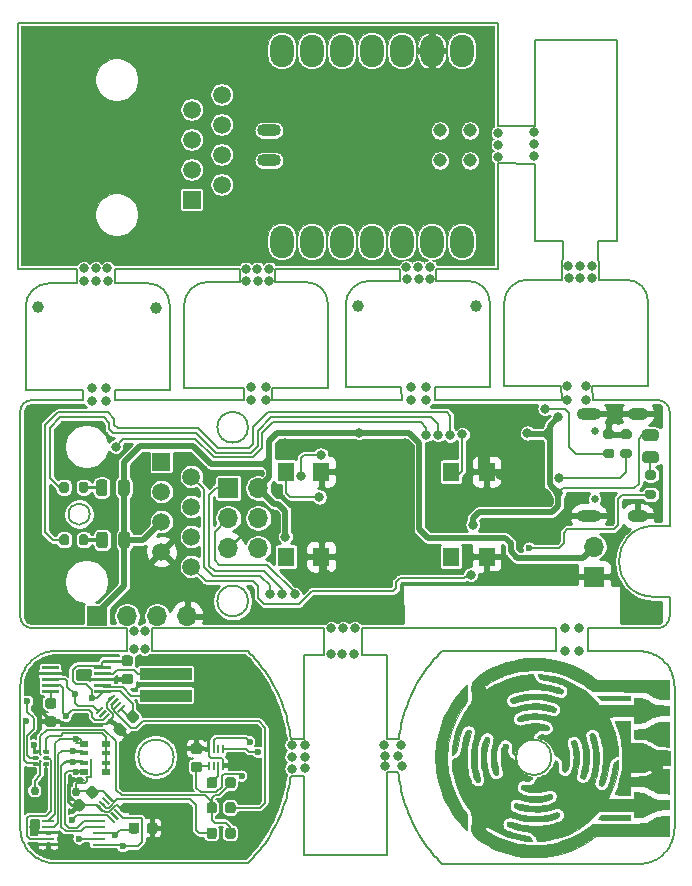
<source format=gbr>
%TF.GenerationSoftware,KiCad,Pcbnew,(5.1.10)-1*%
%TF.CreationDate,2021-10-07T11:19:02-05:00*%
%TF.ProjectId,BYTE_PANELkicad_pcb,42595445-5f50-4414-9e45-4c6b69636164,v2.2*%
%TF.SameCoordinates,Original*%
%TF.FileFunction,Copper,L2,Bot*%
%TF.FilePolarity,Positive*%
%FSLAX46Y46*%
G04 Gerber Fmt 4.6, Leading zero omitted, Abs format (unit mm)*
G04 Created by KiCad (PCBNEW (5.1.10)-1) date 2021-10-07 11:19:02*
%MOMM*%
%LPD*%
G01*
G04 APERTURE LIST*
%TA.AperFunction,Profile*%
%ADD10C,0.200000*%
%TD*%
%TA.AperFunction,EtchedComponent*%
%ADD11C,0.010000*%
%TD*%
%TA.AperFunction,EtchedComponent*%
%ADD12C,0.100000*%
%TD*%
%TA.AperFunction,ComponentPad*%
%ADD13C,1.000000*%
%TD*%
%TA.AperFunction,ComponentPad*%
%ADD14O,1.700000X1.700000*%
%TD*%
%TA.AperFunction,ComponentPad*%
%ADD15R,1.700000X1.700000*%
%TD*%
%TA.AperFunction,SMDPad,CuDef*%
%ADD16R,1.400000X1.600000*%
%TD*%
%TA.AperFunction,ComponentPad*%
%ADD17C,0.650000*%
%TD*%
%TA.AperFunction,ComponentPad*%
%ADD18O,1.800000X1.000000*%
%TD*%
%TA.AperFunction,ComponentPad*%
%ADD19O,2.100000X1.000000*%
%TD*%
%TA.AperFunction,ComponentPad*%
%ADD20C,1.500000*%
%TD*%
%TA.AperFunction,ComponentPad*%
%ADD21R,1.500000X1.500000*%
%TD*%
%TA.AperFunction,SMDPad,CuDef*%
%ADD22R,0.304800X0.203200*%
%TD*%
%TA.AperFunction,SMDPad,CuDef*%
%ADD23C,0.100000*%
%TD*%
%TA.AperFunction,SMDPad,CuDef*%
%ADD24R,4.400000X1.000000*%
%TD*%
%TA.AperFunction,SMDPad,CuDef*%
%ADD25R,0.800000X0.500000*%
%TD*%
%TA.AperFunction,SMDPad,CuDef*%
%ADD26R,0.800000X0.400000*%
%TD*%
%TA.AperFunction,SMDPad,CuDef*%
%ADD27R,1.100000X0.250000*%
%TD*%
%TA.AperFunction,SMDPad,CuDef*%
%ADD28R,0.200000X0.800000*%
%TD*%
%TA.AperFunction,SMDPad,CuDef*%
%ADD29C,1.143000*%
%TD*%
%TA.AperFunction,SMDPad,CuDef*%
%ADD30O,2.032000X1.016000*%
%TD*%
%TA.AperFunction,ComponentPad*%
%ADD31O,1.998980X2.748280*%
%TD*%
%TA.AperFunction,ViaPad*%
%ADD32C,0.800000*%
%TD*%
%TA.AperFunction,ViaPad*%
%ADD33C,0.600000*%
%TD*%
%TA.AperFunction,ViaPad*%
%ADD34C,1.500000*%
%TD*%
%TA.AperFunction,ViaPad*%
%ADD35C,0.750000*%
%TD*%
%TA.AperFunction,Conductor*%
%ADD36C,0.500000*%
%TD*%
%TA.AperFunction,Conductor*%
%ADD37C,0.200000*%
%TD*%
%TA.AperFunction,Conductor*%
%ADD38C,0.150000*%
%TD*%
%TA.AperFunction,Conductor*%
%ADD39C,0.130000*%
%TD*%
%TA.AperFunction,Conductor*%
%ADD40C,0.250000*%
%TD*%
%TA.AperFunction,Conductor*%
%ADD41C,0.300000*%
%TD*%
%TA.AperFunction,Conductor*%
%ADD42C,0.254000*%
%TD*%
%TA.AperFunction,Conductor*%
%ADD43C,0.100000*%
%TD*%
%TA.AperFunction,Conductor*%
%ADD44C,0.025500*%
%TD*%
G04 APERTURE END LIST*
D10*
X168690379Y-96462228D02*
X169130379Y-96462228D01*
X148898100Y-64072180D02*
X148888100Y-65112180D01*
X151918100Y-64072180D02*
X151938100Y-65112180D01*
X145638100Y-94510004D02*
X145638100Y-96762180D01*
X142458100Y-96762180D02*
X142458100Y-94510004D01*
X145638100Y-96762180D02*
X147788100Y-96762180D01*
X162068100Y-94510004D02*
X145638100Y-94510004D01*
X147788100Y-96762180D02*
X147788100Y-103892180D01*
X140778100Y-103872180D02*
X140798100Y-96762180D01*
X157156100Y-55162180D02*
X160298100Y-55182180D01*
X160298100Y-51992180D02*
X157158100Y-51992180D01*
X160298100Y-61762180D02*
X160298100Y-55182180D01*
X157156100Y-43242180D02*
X157158100Y-51992180D01*
X162658100Y-61762180D02*
X162578100Y-65012180D01*
X165708100Y-65012180D02*
X165648100Y-61762180D01*
X167298100Y-61762180D02*
X165648100Y-61762180D01*
X168087294Y-65021970D02*
X165708100Y-65012180D01*
X154687294Y-65121970D02*
X151938100Y-65112180D01*
X157156100Y-64070180D02*
X151918100Y-64072180D01*
X162658100Y-61762180D02*
X160298100Y-61762180D01*
X160298100Y-51992180D02*
X160298100Y-44762180D01*
X160298100Y-44762180D02*
X167298100Y-44762180D01*
X167298100Y-44762180D02*
X167298100Y-61762180D01*
X147798100Y-106722180D02*
X147798100Y-113762180D01*
X140798100Y-96762180D02*
X142458100Y-96762180D01*
X140798100Y-113762180D02*
X140798100Y-107012180D01*
X147798100Y-113762180D02*
X140798100Y-113762180D01*
X138338100Y-65222180D02*
X138338100Y-64072180D01*
X135318100Y-64070180D02*
X135318100Y-65212180D01*
X135318100Y-65212180D02*
X132588100Y-65212180D01*
X148898100Y-64072180D02*
X138338100Y-64072180D01*
X124748100Y-64070180D02*
X124738100Y-65322180D01*
X121508100Y-65312180D02*
X121528100Y-64070180D01*
X135318100Y-64070180D02*
X124748100Y-64070180D01*
X127587294Y-65321970D02*
X124738100Y-65322180D01*
X162558100Y-74012180D02*
X162588100Y-75210004D01*
X165188100Y-75202180D02*
X165178100Y-74002180D01*
X165178100Y-74002180D02*
X169888100Y-74012180D01*
X165190000Y-75200004D02*
X170720000Y-75210004D01*
X151848100Y-74112180D02*
X151828100Y-75210004D01*
X149018100Y-75210004D02*
X149008100Y-74112180D01*
X151828100Y-75210004D02*
X162588100Y-75210004D01*
X151848100Y-74112180D02*
X156488100Y-74112180D01*
X138088100Y-74212180D02*
X138078100Y-75210004D01*
X135658100Y-74212180D02*
X135678100Y-75210004D01*
X138078100Y-75210004D02*
X149018100Y-75210004D01*
X130588100Y-74212180D02*
X135658100Y-74212180D01*
X122048100Y-75210004D02*
X122038100Y-74312180D01*
X124798100Y-75210004D02*
X124778100Y-74312180D01*
X124798100Y-75210004D02*
X135678100Y-75210004D01*
X124778100Y-74312180D02*
X129388100Y-74312180D01*
X169888100Y-74012180D02*
X169878310Y-66814500D01*
X157688100Y-74012180D02*
X157688100Y-67012180D01*
X157688100Y-74012180D02*
X162558100Y-74012180D01*
X157688100Y-67012180D02*
G75*
G02*
X159688100Y-65012180I2000000J0D01*
G01*
X168087294Y-65021969D02*
G75*
G02*
X169878309Y-66814499I806J-1790211D01*
G01*
X162578100Y-65012180D02*
X159688100Y-65012180D01*
X144288100Y-74112180D02*
X149008100Y-74112180D01*
X154687294Y-65121969D02*
G75*
G02*
X156478309Y-66914499I806J-1790211D01*
G01*
X156488100Y-74112180D02*
X156478310Y-66914500D01*
X148888100Y-65112180D02*
X146288100Y-65112180D01*
X144288100Y-67112180D02*
G75*
G02*
X146288100Y-65112180I2000000J0D01*
G01*
X144288100Y-74112180D02*
X144288100Y-67112180D01*
X138088100Y-74212180D02*
X142788100Y-74212180D01*
X140987294Y-65221969D02*
G75*
G02*
X142778309Y-67014499I806J-1790211D01*
G01*
X142788100Y-74212180D02*
X142778310Y-67014500D01*
X140985780Y-65221970D02*
X138338100Y-65222180D01*
X130588100Y-67212180D02*
G75*
G02*
X132588100Y-65212180I2000000J0D01*
G01*
X130588100Y-74212180D02*
X130588100Y-67212180D01*
X162068100Y-94510004D02*
X162068100Y-96462228D01*
X164768100Y-94510004D02*
X164768100Y-96462228D01*
X142458100Y-94510004D02*
X127868100Y-94510004D01*
X162068100Y-96462228D02*
X152439691Y-96462228D01*
X125768100Y-94510004D02*
X125768100Y-96442180D01*
X127868100Y-96442180D02*
X127868100Y-94510004D01*
X170720000Y-94510004D02*
X164768100Y-94510004D01*
X135996509Y-96442180D02*
X127868100Y-96442180D01*
X121508100Y-65312180D02*
X119188100Y-65312180D01*
X117188100Y-74312180D02*
X122038100Y-74312180D01*
X129388100Y-74312180D02*
X129378310Y-67114500D01*
X117188100Y-67312180D02*
G75*
G02*
X119188100Y-65312180I2000000J0D01*
G01*
X127587294Y-65321969D02*
G75*
G02*
X129378309Y-67114499I806J-1790211D01*
G01*
X117188100Y-74312180D02*
X117188100Y-67312180D01*
X149664215Y-100587209D02*
X149547799Y-100875525D01*
X149788569Y-100301830D02*
X149664215Y-100587209D01*
X151018880Y-98140002D02*
X150841610Y-98397203D01*
X148785800Y-103890832D02*
X147788100Y-103892180D01*
X147798100Y-106722180D02*
X148751404Y-106721733D01*
X149338778Y-101460413D02*
X149243528Y-101756746D01*
X150669631Y-98658399D02*
X150505589Y-98923432D01*
X148830779Y-103580469D02*
X148785800Y-103890832D01*
X151791463Y-97153663D02*
X151587734Y-97393613D01*
X148785800Y-107033576D02*
X148830779Y-107343939D01*
X149547799Y-100875525D02*
X149439320Y-101166646D01*
X150505589Y-98923432D02*
X150349485Y-99192195D01*
X149076841Y-102356449D02*
X149002758Y-102659582D01*
X149243528Y-101756746D02*
X149156216Y-102055460D01*
X151391942Y-97638088D02*
X151201443Y-97886928D01*
X168690379Y-96462228D02*
X164768100Y-96462228D01*
X169426712Y-96476886D02*
X169278545Y-96465906D01*
X151587734Y-97393613D02*
X151391942Y-97638088D01*
X152439691Y-96462228D02*
X152217441Y-96687838D01*
X149664215Y-110337199D02*
X149788569Y-110622578D01*
X149918215Y-110904914D02*
X150053152Y-111184049D01*
X149076841Y-108567959D02*
X149156216Y-108868948D01*
X149243528Y-109167662D02*
X149338778Y-109463995D01*
X149156216Y-108868948D02*
X149243528Y-109167662D01*
X149002758Y-108264826D02*
X149076841Y-108567959D01*
X150198673Y-111459851D02*
X150349485Y-111732213D01*
X149788569Y-110622578D02*
X149918215Y-110904914D01*
X170000857Y-114332508D02*
X170141086Y-114286523D01*
X148936612Y-102964707D02*
X148881050Y-103271716D01*
X169717753Y-114404025D02*
X169860628Y-114371719D01*
X170670252Y-114036598D02*
X170794606Y-113958149D01*
X149439320Y-109757762D02*
X149547799Y-110048883D01*
X149547799Y-110048883D02*
X149664215Y-110337199D01*
X170410961Y-114174552D02*
X170540606Y-114108776D01*
X169572233Y-114429319D02*
X169717753Y-114404025D01*
X149338778Y-109463995D02*
X149439320Y-109757762D01*
X170913668Y-113873536D02*
X171030085Y-113782810D01*
X169278545Y-114458502D02*
X169426712Y-114447522D01*
X148881050Y-107652692D02*
X148936612Y-107959701D01*
X150053152Y-111184049D02*
X150198673Y-111459851D01*
X172038146Y-112193460D02*
X172069896Y-112050188D01*
X148936612Y-107959701D02*
X149002758Y-108264826D01*
X149918215Y-100019494D02*
X149788569Y-100301830D01*
X170141086Y-96637885D02*
X170000857Y-96591900D01*
X152000483Y-96918369D02*
X151791463Y-97153663D01*
X148881050Y-103271716D02*
X148830779Y-103580469D01*
X150198673Y-99464557D02*
X150053152Y-99740359D01*
X169278545Y-96465906D02*
X169130379Y-96462228D01*
X152217441Y-96687838D02*
X152000483Y-96918369D01*
X172038146Y-98730948D02*
X171998459Y-98589713D01*
X150841610Y-98397203D02*
X150669631Y-98658399D01*
X171900563Y-98314150D02*
X171842355Y-98180351D01*
X151201443Y-97886928D02*
X151018880Y-98140002D01*
X150053152Y-99740359D02*
X149918215Y-100019494D01*
X148751404Y-106721733D02*
X148785800Y-107033576D01*
X149002758Y-102659582D02*
X148936612Y-102964707D01*
X149439320Y-101166646D02*
X149338778Y-101460413D01*
X150349485Y-99192195D02*
X150198673Y-99464557D01*
X170276023Y-96690563D02*
X170141086Y-96637885D01*
X148830779Y-107343939D02*
X148881050Y-107652692D01*
X149156216Y-102055460D02*
X149076841Y-102356449D01*
X172125459Y-99313454D02*
X172114875Y-99165711D01*
X170141086Y-114286523D02*
X170276023Y-114233845D01*
X152000483Y-114006039D02*
X152217441Y-114236570D01*
X151587734Y-113530795D02*
X151791463Y-113770745D01*
X151018880Y-112784406D02*
X151201443Y-113037480D01*
X171625397Y-113126591D02*
X171704772Y-113002476D01*
X171998459Y-112334695D02*
X172038146Y-112193460D01*
X171842355Y-112744057D02*
X171900563Y-112610258D01*
X150841610Y-112527205D02*
X151018880Y-112784406D01*
X150349485Y-111732213D02*
X150505589Y-112000976D01*
X169426712Y-114447522D02*
X169572233Y-114429319D01*
X170540606Y-114108776D02*
X170670252Y-114036598D01*
X150505589Y-112000976D02*
X150669631Y-112266009D01*
X172125459Y-111610954D02*
X172128104Y-111462206D01*
X161707278Y-105453754D02*
G75*
G03*
X161707278Y-105453754I-1500000J0D01*
G01*
X152217441Y-114236570D02*
X152439691Y-114462180D01*
X172096354Y-111905197D02*
X172114875Y-111758697D01*
X171030085Y-113782810D02*
X171143856Y-113686105D01*
X172069896Y-112050188D02*
X172096354Y-111905197D01*
X171540730Y-113247003D02*
X171625397Y-113126591D01*
X150669631Y-112266009D02*
X150841610Y-112527205D01*
X172114875Y-111758697D02*
X172125459Y-111610954D01*
X171776209Y-112874867D02*
X171842355Y-112744057D01*
X170276023Y-114233845D02*
X170410961Y-114174552D01*
X170670252Y-96887810D02*
X170540606Y-96815632D01*
X169572233Y-96495089D02*
X169426712Y-96476886D01*
X172128104Y-99462202D02*
X172125459Y-99313454D01*
X170410961Y-96749856D02*
X170276023Y-96690563D01*
X171450772Y-97560935D02*
X171352876Y-97448699D01*
X171704772Y-97921932D02*
X171625397Y-97797817D01*
X170913668Y-97050872D02*
X170794606Y-96966259D01*
X170000857Y-96591900D02*
X169860628Y-96552689D01*
X172114875Y-99165711D02*
X172096354Y-99019211D01*
X171625397Y-97797817D02*
X171540730Y-97677405D01*
X169717753Y-96520383D02*
X169572233Y-96495089D01*
X169130379Y-114462180D02*
X169278545Y-114458502D01*
X151391942Y-113286320D02*
X151587734Y-113530795D01*
X169860628Y-114371719D02*
X170000857Y-114332508D01*
X151791463Y-113770745D02*
X152000483Y-114006039D01*
X171900563Y-112610258D02*
X171953480Y-112473706D01*
X171450772Y-113363473D02*
X171540730Y-113247003D01*
X171143856Y-113686105D02*
X171249689Y-113583525D01*
X171953480Y-112473706D02*
X171998459Y-112334695D01*
X151201443Y-113037480D02*
X151391942Y-113286320D01*
X171352876Y-113475709D02*
X171450772Y-113363473D01*
X152439691Y-114462180D02*
X169130379Y-114462180D01*
X170794606Y-113958149D02*
X170913668Y-113873536D01*
X171704772Y-113002476D02*
X171776209Y-112874867D01*
X171249689Y-113583525D02*
X171352876Y-113475709D01*
X171842355Y-98180351D02*
X171776209Y-98049541D01*
X171143856Y-97238303D02*
X171030085Y-97141598D01*
X169860628Y-96552689D02*
X169717753Y-96520383D01*
X171776209Y-98049541D02*
X171704772Y-97921932D01*
X170794606Y-96966259D02*
X170670252Y-96887810D01*
X172069896Y-98874220D02*
X172038146Y-98730948D01*
X172128104Y-111462206D02*
X172128104Y-99462202D01*
X171352876Y-97448699D02*
X171249689Y-97340883D01*
X171249689Y-97340883D02*
X171143856Y-97238303D01*
X171030085Y-97141598D02*
X170913668Y-97050872D01*
X172096354Y-99019211D02*
X172069896Y-98874220D01*
X170540606Y-96815632D02*
X170410961Y-96749856D01*
X171998459Y-98589713D02*
X171953480Y-98450702D01*
X171540730Y-97677405D02*
X171450772Y-97560935D01*
X171953480Y-98450702D02*
X171900563Y-98314150D01*
X117720000Y-94510004D02*
G75*
G02*
X116720000Y-93510004I0J1000000D01*
G01*
X170720000Y-75210004D02*
G75*
G02*
X171720000Y-76210004I0J-1000000D01*
G01*
X170420000Y-91860004D02*
X171720000Y-91860004D01*
X125768100Y-94510004D02*
X117720000Y-94510004D01*
X116720000Y-76210004D02*
G75*
G02*
X117720000Y-75210004I1000000J0D01*
G01*
X122620000Y-84860004D02*
G75*
G03*
X122620000Y-84860004I-900000J0D01*
G01*
X136020001Y-77510004D02*
G75*
G03*
X136020001Y-77510004I-1300001J0D01*
G01*
X170420000Y-91860004D02*
G75*
G02*
X170420000Y-85860004I0J3000000D01*
G01*
X136020001Y-92210004D02*
G75*
G03*
X136020001Y-92210004I-1300001J0D01*
G01*
X171720000Y-91860004D02*
X171720000Y-93510004D01*
X171720000Y-93510004D02*
G75*
G02*
X170720000Y-94510004I-1000000J0D01*
G01*
X116720000Y-93510004D02*
X116720000Y-76210004D01*
X171720000Y-85860004D02*
X170420000Y-85860004D01*
X117720000Y-75210004D02*
X122048100Y-75210004D01*
X171720000Y-76210004D02*
X171720000Y-85860004D01*
X116748096Y-99442154D02*
X116748096Y-111442158D01*
X116806304Y-112030140D02*
X116838054Y-112173412D01*
X118081594Y-113938101D02*
X118205948Y-114016550D01*
X119015572Y-114351671D02*
X119158447Y-114383977D01*
X117099991Y-112854819D02*
X117171428Y-112982428D01*
X117732344Y-113666057D02*
X117846115Y-113762762D01*
X117033845Y-112724009D02*
X117099991Y-112854819D01*
X117962532Y-113853488D02*
X118081594Y-113938101D01*
X116761325Y-111738649D02*
X116779846Y-111885149D01*
X117250803Y-113106543D02*
X117335470Y-113226955D01*
X119158447Y-114383977D02*
X119303967Y-114409271D01*
X118205948Y-114016550D02*
X118335594Y-114088728D01*
X117171428Y-112982428D02*
X117250803Y-113106543D01*
X118875343Y-114312460D02*
X119015572Y-114351671D01*
X117425428Y-113343425D02*
X117523324Y-113455661D01*
X118465239Y-114154504D02*
X118600177Y-114213797D01*
X116748096Y-111442158D02*
X116750741Y-111590906D01*
X119303967Y-114409271D02*
X119449488Y-114427474D01*
X116922720Y-112453658D02*
X116975637Y-112590210D01*
X117335470Y-113226955D02*
X117425428Y-113343425D01*
X116877741Y-112314647D02*
X116922720Y-112453658D01*
X118335594Y-114088728D02*
X118465239Y-114154504D01*
X116779846Y-111885149D02*
X116806304Y-112030140D01*
X117846115Y-113762762D02*
X117962532Y-113853488D01*
X117626511Y-113563477D02*
X117732344Y-113666057D01*
X117523324Y-113455661D02*
X117626511Y-113563477D01*
X116750741Y-111590906D02*
X116761325Y-111738649D01*
X116975637Y-112590210D02*
X117033845Y-112724009D01*
X118735114Y-114266475D02*
X118875343Y-114312460D01*
X116838054Y-112173412D02*
X116877741Y-112314647D01*
X118600177Y-114213797D02*
X118735114Y-114266475D01*
X119597655Y-114438454D02*
X119745821Y-114442132D01*
X139555150Y-107632644D02*
X139605421Y-107323891D01*
X136218759Y-114216522D02*
X136435717Y-113985991D01*
X136435717Y-113985991D02*
X136644737Y-113750697D01*
X137234757Y-113017432D02*
X137417320Y-112764358D01*
X137594590Y-112507157D02*
X137766569Y-112245961D01*
X138086715Y-111712165D02*
X138237527Y-111439803D01*
X138237527Y-111439803D02*
X138383048Y-111164001D01*
X138517985Y-110884866D02*
X138647631Y-110602530D01*
X139279984Y-108848900D02*
X139359359Y-108547911D01*
X138996880Y-109737714D02*
X139097422Y-109443947D01*
X139433442Y-108244778D02*
X139499588Y-107939653D01*
X139605421Y-103560421D02*
X139555150Y-103251668D01*
X140778100Y-103872180D02*
X139650400Y-103870784D01*
X138383048Y-111164001D02*
X138517985Y-110884866D01*
X139097422Y-109443947D02*
X139192672Y-109147614D01*
X139650400Y-107013528D02*
X140798100Y-107012180D01*
X139359359Y-108547911D02*
X139433442Y-108244778D01*
X135996509Y-114442132D02*
X136218759Y-114216522D01*
X136644737Y-113750697D02*
X136848466Y-113510747D01*
X136848466Y-113510747D02*
X137044258Y-113266272D01*
X137417320Y-112764358D02*
X137594590Y-112507157D01*
X138647631Y-110602530D02*
X138771985Y-110317151D01*
X138771985Y-110317151D02*
X138888401Y-110028835D01*
X119449488Y-114427474D02*
X119597655Y-114438454D01*
X119745821Y-114442132D02*
X135996509Y-114442132D01*
X137044258Y-113266272D02*
X137234757Y-113017432D01*
X137930611Y-111980928D02*
X138086715Y-111712165D01*
X139192672Y-109147614D02*
X139279984Y-108848900D01*
X139650400Y-103870784D02*
X139605421Y-103560421D01*
X138888401Y-110028835D02*
X138996880Y-109737714D01*
X139605421Y-107323891D02*
X139650400Y-107013528D01*
X137766569Y-112245961D02*
X137930611Y-111980928D01*
X139499588Y-107939653D02*
X139555150Y-107632644D01*
X139279984Y-102035412D02*
X139192672Y-101736698D01*
X138647631Y-100281782D02*
X138517985Y-99999446D01*
X138237527Y-99444509D02*
X138086715Y-99172147D01*
X139555150Y-103251668D02*
X139499588Y-102944659D01*
X139499588Y-102944659D02*
X139433442Y-102639534D01*
X139433442Y-102639534D02*
X139359359Y-102336401D01*
X138996880Y-101146598D02*
X138888401Y-100855477D01*
X138771985Y-100567161D02*
X138647631Y-100281782D01*
X139192672Y-101736698D02*
X139097422Y-101440365D01*
X139359359Y-102336401D02*
X139279984Y-102035412D01*
X139097422Y-101440365D02*
X138996880Y-101146598D01*
X138888401Y-100855477D02*
X138771985Y-100567161D01*
X138383048Y-99720311D02*
X138237527Y-99444509D01*
X138517985Y-99999446D02*
X138383048Y-99720311D01*
X116838054Y-98710900D02*
X116806304Y-98854172D01*
X119597655Y-96445858D02*
X119449488Y-96456838D01*
X117962532Y-97030824D02*
X117846115Y-97121550D01*
X119303967Y-96475041D02*
X119158447Y-96500335D01*
X118465239Y-96729808D02*
X118335594Y-96795584D01*
X118205948Y-96867762D02*
X118081594Y-96946211D01*
X119158447Y-96500335D02*
X119015572Y-96532641D01*
X118875343Y-96571852D02*
X118735114Y-96617837D01*
X116806304Y-98854172D02*
X116779846Y-98999163D01*
X138086715Y-99172147D02*
X137930611Y-98903384D01*
X136218759Y-96667790D02*
X135996509Y-96442180D01*
X137930611Y-98903384D02*
X137766569Y-98638351D01*
X137766569Y-98638351D02*
X137594590Y-98377155D01*
X118600177Y-96670515D02*
X118465239Y-96729808D01*
X137594590Y-98377155D02*
X137417320Y-98119954D01*
X137417320Y-98119954D02*
X137234757Y-97866880D01*
X116750741Y-99293406D02*
X116748096Y-99442154D01*
X136848466Y-97373565D02*
X136644737Y-97133615D01*
X117335470Y-97657357D02*
X117250803Y-97777769D01*
X117250803Y-97777769D02*
X117171428Y-97901884D01*
X117099991Y-98029493D02*
X117033845Y-98160303D01*
X116761325Y-99145663D02*
X116750741Y-99293406D01*
X136435717Y-96898321D02*
X136218759Y-96667790D01*
X118735114Y-96617837D02*
X118600177Y-96670515D01*
X118335594Y-96795584D02*
X118205948Y-96867762D01*
X117846115Y-97121550D02*
X117732344Y-97218255D01*
X116779846Y-98999163D02*
X116761325Y-99145663D01*
X129728922Y-105450606D02*
G75*
G03*
X129728922Y-105450606I-1500000J0D01*
G01*
X119449488Y-96456838D02*
X119303967Y-96475041D01*
X117033845Y-98160303D02*
X116975637Y-98294102D01*
X116877741Y-98569665D02*
X116838054Y-98710900D01*
X117732344Y-97218255D02*
X117626511Y-97320835D01*
X117523324Y-97428651D02*
X117425428Y-97540887D01*
X117425428Y-97540887D02*
X117335470Y-97657357D01*
X116975637Y-98294102D02*
X116922720Y-98430654D01*
X116922720Y-98430654D02*
X116877741Y-98569665D01*
X137234757Y-97866880D02*
X137044258Y-97618040D01*
X117171428Y-97901884D02*
X117099991Y-98029493D01*
X137044258Y-97618040D02*
X136848466Y-97373565D01*
X136644737Y-97133615D02*
X136435717Y-96898321D01*
X117626511Y-97320835D02*
X117523324Y-97428651D01*
X118081594Y-96946211D02*
X117962532Y-97030824D01*
X125768100Y-96442180D02*
X119745821Y-96442180D01*
X119015572Y-96532641D02*
X118875343Y-96571852D01*
X119745821Y-96442180D02*
X119597655Y-96445858D01*
X116516100Y-43242180D02*
X157156100Y-43242180D01*
X116516100Y-64070180D02*
X116516100Y-43242180D01*
X121528100Y-64070180D02*
X116516100Y-64070180D01*
X157156100Y-55162180D02*
X157156100Y-64070180D01*
D11*
%TO.C,J1*%
G36*
X151883830Y-105600586D02*
G01*
X151886808Y-105819785D01*
X151892541Y-106026424D01*
X151901030Y-106212716D01*
X151912276Y-106370876D01*
X151923440Y-106473257D01*
X152026287Y-107087531D01*
X152165577Y-107681482D01*
X152341086Y-108254589D01*
X152552592Y-108806331D01*
X152799872Y-109336188D01*
X153082702Y-109843640D01*
X153400862Y-110328164D01*
X153754126Y-110789241D01*
X153787030Y-110828847D01*
X153868436Y-110924303D01*
X153959477Y-111027873D01*
X154055923Y-111135080D01*
X154153547Y-111241448D01*
X154248120Y-111342502D01*
X154335415Y-111433765D01*
X154411201Y-111510762D01*
X154471251Y-111569016D01*
X154511337Y-111604051D01*
X154526869Y-111612014D01*
X154533694Y-111586322D01*
X154541966Y-111525351D01*
X154551198Y-111436113D01*
X154560903Y-111325618D01*
X154570594Y-111200876D01*
X154579785Y-111068898D01*
X154587988Y-110936695D01*
X154594717Y-110811278D01*
X154599486Y-110699656D01*
X154601806Y-110608841D01*
X154601192Y-110545844D01*
X154601070Y-110543447D01*
X154591319Y-110451040D01*
X154570438Y-110360382D01*
X154535552Y-110265262D01*
X154483790Y-110159471D01*
X154412276Y-110036801D01*
X154318139Y-109891042D01*
X154258103Y-109802324D01*
X153975997Y-109366349D01*
X153731382Y-108935928D01*
X153521223Y-108504387D01*
X153342481Y-108065055D01*
X153192120Y-107611260D01*
X153092126Y-107241097D01*
X153031237Y-106978922D01*
X152983067Y-106736743D01*
X152946418Y-106504097D01*
X152920094Y-106270526D01*
X152902896Y-106025567D01*
X152893629Y-105758760D01*
X152891078Y-105484264D01*
X152892948Y-105230979D01*
X152899057Y-105010053D01*
X152910154Y-104811655D01*
X152926986Y-104625954D01*
X152950302Y-104443119D01*
X152980850Y-104253319D01*
X152987722Y-104214611D01*
X153084775Y-103746200D01*
X153204212Y-103301227D01*
X153348794Y-102872996D01*
X153521280Y-102454809D01*
X153724429Y-102039969D01*
X153961001Y-101621781D01*
X154230649Y-101198184D01*
X154308128Y-101080293D01*
X154381895Y-100964161D01*
X154446833Y-100858137D01*
X154497825Y-100770570D01*
X154529033Y-100711351D01*
X154555437Y-100652740D01*
X154573673Y-100602176D01*
X154585420Y-100549394D01*
X154592356Y-100484130D01*
X154596162Y-100396119D01*
X154598315Y-100287847D01*
X154598640Y-100173775D01*
X154596269Y-100067413D01*
X154591626Y-99979825D01*
X154585132Y-99922075D01*
X154584194Y-99917430D01*
X154576708Y-99862599D01*
X154570432Y-99777462D01*
X154566061Y-99674042D01*
X154564320Y-99573472D01*
X154562615Y-99474322D01*
X154558853Y-99392675D01*
X154553577Y-99336627D01*
X154547332Y-99314274D01*
X154546894Y-99314180D01*
X154526012Y-99328811D01*
X154481397Y-99369235D01*
X154418149Y-99430247D01*
X154341365Y-99506642D01*
X154256147Y-99593215D01*
X154167592Y-99684763D01*
X154080799Y-99776080D01*
X154000869Y-99861963D01*
X153932900Y-99937205D01*
X153904021Y-99970347D01*
X153543471Y-100423634D01*
X153214131Y-100904029D01*
X152917226Y-101408757D01*
X152653980Y-101935043D01*
X152425619Y-102480113D01*
X152233366Y-103041192D01*
X152078445Y-103615505D01*
X151962082Y-104200279D01*
X151923747Y-104457680D01*
X151910221Y-104588722D01*
X151899442Y-104753923D01*
X151891413Y-104945496D01*
X151886134Y-105155655D01*
X151883606Y-105376614D01*
X151883830Y-105600586D01*
G37*
X151883830Y-105600586D02*
X151886808Y-105819785D01*
X151892541Y-106026424D01*
X151901030Y-106212716D01*
X151912276Y-106370876D01*
X151923440Y-106473257D01*
X152026287Y-107087531D01*
X152165577Y-107681482D01*
X152341086Y-108254589D01*
X152552592Y-108806331D01*
X152799872Y-109336188D01*
X153082702Y-109843640D01*
X153400862Y-110328164D01*
X153754126Y-110789241D01*
X153787030Y-110828847D01*
X153868436Y-110924303D01*
X153959477Y-111027873D01*
X154055923Y-111135080D01*
X154153547Y-111241448D01*
X154248120Y-111342502D01*
X154335415Y-111433765D01*
X154411201Y-111510762D01*
X154471251Y-111569016D01*
X154511337Y-111604051D01*
X154526869Y-111612014D01*
X154533694Y-111586322D01*
X154541966Y-111525351D01*
X154551198Y-111436113D01*
X154560903Y-111325618D01*
X154570594Y-111200876D01*
X154579785Y-111068898D01*
X154587988Y-110936695D01*
X154594717Y-110811278D01*
X154599486Y-110699656D01*
X154601806Y-110608841D01*
X154601192Y-110545844D01*
X154601070Y-110543447D01*
X154591319Y-110451040D01*
X154570438Y-110360382D01*
X154535552Y-110265262D01*
X154483790Y-110159471D01*
X154412276Y-110036801D01*
X154318139Y-109891042D01*
X154258103Y-109802324D01*
X153975997Y-109366349D01*
X153731382Y-108935928D01*
X153521223Y-108504387D01*
X153342481Y-108065055D01*
X153192120Y-107611260D01*
X153092126Y-107241097D01*
X153031237Y-106978922D01*
X152983067Y-106736743D01*
X152946418Y-106504097D01*
X152920094Y-106270526D01*
X152902896Y-106025567D01*
X152893629Y-105758760D01*
X152891078Y-105484264D01*
X152892948Y-105230979D01*
X152899057Y-105010053D01*
X152910154Y-104811655D01*
X152926986Y-104625954D01*
X152950302Y-104443119D01*
X152980850Y-104253319D01*
X152987722Y-104214611D01*
X153084775Y-103746200D01*
X153204212Y-103301227D01*
X153348794Y-102872996D01*
X153521280Y-102454809D01*
X153724429Y-102039969D01*
X153961001Y-101621781D01*
X154230649Y-101198184D01*
X154308128Y-101080293D01*
X154381895Y-100964161D01*
X154446833Y-100858137D01*
X154497825Y-100770570D01*
X154529033Y-100711351D01*
X154555437Y-100652740D01*
X154573673Y-100602176D01*
X154585420Y-100549394D01*
X154592356Y-100484130D01*
X154596162Y-100396119D01*
X154598315Y-100287847D01*
X154598640Y-100173775D01*
X154596269Y-100067413D01*
X154591626Y-99979825D01*
X154585132Y-99922075D01*
X154584194Y-99917430D01*
X154576708Y-99862599D01*
X154570432Y-99777462D01*
X154566061Y-99674042D01*
X154564320Y-99573472D01*
X154562615Y-99474322D01*
X154558853Y-99392675D01*
X154553577Y-99336627D01*
X154547332Y-99314274D01*
X154546894Y-99314180D01*
X154526012Y-99328811D01*
X154481397Y-99369235D01*
X154418149Y-99430247D01*
X154341365Y-99506642D01*
X154256147Y-99593215D01*
X154167592Y-99684763D01*
X154080799Y-99776080D01*
X154000869Y-99861963D01*
X153932900Y-99937205D01*
X153904021Y-99970347D01*
X153543471Y-100423634D01*
X153214131Y-100904029D01*
X152917226Y-101408757D01*
X152653980Y-101935043D01*
X152425619Y-102480113D01*
X152233366Y-103041192D01*
X152078445Y-103615505D01*
X151962082Y-104200279D01*
X151923747Y-104457680D01*
X151910221Y-104588722D01*
X151899442Y-104753923D01*
X151891413Y-104945496D01*
X151886134Y-105155655D01*
X151883606Y-105376614D01*
X151883830Y-105600586D01*
G36*
X165632683Y-110712991D02*
G01*
X165692098Y-110714955D01*
X165786843Y-110716776D01*
X165913417Y-110718423D01*
X166068319Y-110719866D01*
X166248046Y-110721074D01*
X166449098Y-110722017D01*
X166667973Y-110722664D01*
X166901169Y-110722984D01*
X166998517Y-110723014D01*
X168384934Y-110723014D01*
X168384934Y-110342014D01*
X165915915Y-110342014D01*
X165764008Y-110520414D01*
X165702895Y-110593213D01*
X165653529Y-110653976D01*
X165621506Y-110695686D01*
X165612100Y-110710914D01*
X165632683Y-110712991D01*
G37*
X165632683Y-110712991D02*
X165692098Y-110714955D01*
X165786843Y-110716776D01*
X165913417Y-110718423D01*
X166068319Y-110719866D01*
X166248046Y-110721074D01*
X166449098Y-110722017D01*
X166667973Y-110722664D01*
X166901169Y-110722984D01*
X166998517Y-110723014D01*
X168384934Y-110723014D01*
X168384934Y-110342014D01*
X165915915Y-110342014D01*
X165764008Y-110520414D01*
X165702895Y-110593213D01*
X165653529Y-110653976D01*
X165621506Y-110695686D01*
X165612100Y-110710914D01*
X165632683Y-110712991D01*
G36*
X165750295Y-100425430D02*
G01*
X165913636Y-100605347D01*
X168384934Y-100605347D01*
X168384934Y-100245514D01*
X165586955Y-100245514D01*
X165750295Y-100425430D01*
G37*
X165750295Y-100425430D02*
X165913636Y-100605347D01*
X168384934Y-100605347D01*
X168384934Y-100245514D01*
X165586955Y-100245514D01*
X165750295Y-100425430D01*
G36*
X153263145Y-105929740D02*
G01*
X153275200Y-106177475D01*
X153307145Y-106453433D01*
X153357181Y-106749483D01*
X153423511Y-107057492D01*
X153504336Y-107369326D01*
X153597858Y-107676854D01*
X153702280Y-107971944D01*
X153730915Y-108045430D01*
X153857111Y-108345268D01*
X153992735Y-108631510D01*
X154143083Y-108913980D01*
X154313449Y-109202501D01*
X154509128Y-109506897D01*
X154557674Y-109579302D01*
X154653241Y-109722085D01*
X154727935Y-109837291D01*
X154785499Y-109931784D01*
X154829677Y-110012425D01*
X154864213Y-110086077D01*
X154892852Y-110159604D01*
X154919337Y-110239868D01*
X154921028Y-110245337D01*
X154956528Y-110386746D01*
X154976364Y-110534945D01*
X154980775Y-110698236D01*
X154970000Y-110884923D01*
X154945499Y-111094531D01*
X154928096Y-111223209D01*
X154916667Y-111319222D01*
X154910957Y-111391779D01*
X154910706Y-111450087D01*
X154915660Y-111503355D01*
X154925560Y-111560789D01*
X154931642Y-111590847D01*
X154989753Y-111788935D01*
X155077213Y-111973482D01*
X155188737Y-112134605D01*
X155267021Y-112217819D01*
X155404025Y-112334398D01*
X155575600Y-112461319D01*
X155776298Y-112595116D01*
X156000669Y-112732322D01*
X156243268Y-112869471D01*
X156498646Y-113003097D01*
X156510466Y-113009030D01*
X157055841Y-113259173D01*
X157610814Y-113468720D01*
X158173543Y-113637831D01*
X158742188Y-113766667D01*
X159314907Y-113855391D01*
X159889859Y-113904163D01*
X160465202Y-113913144D01*
X161039095Y-113882497D01*
X161609697Y-113812382D01*
X162175166Y-113702961D01*
X162733660Y-113554396D01*
X163283339Y-113366846D01*
X163822361Y-113140475D01*
X164348885Y-112875443D01*
X164861069Y-112571911D01*
X165351296Y-112234317D01*
X165505858Y-112120014D01*
X171623434Y-112120014D01*
X171623434Y-110426680D01*
X171459392Y-110427160D01*
X171305420Y-110430590D01*
X171147851Y-110439371D01*
X170995943Y-110452555D01*
X170858951Y-110469193D01*
X170746133Y-110488335D01*
X170669088Y-110508213D01*
X170605669Y-110531139D01*
X170605669Y-111143523D01*
X170725214Y-111155045D01*
X170815253Y-111191083D01*
X170883406Y-111255805D01*
X170919642Y-111315358D01*
X170959972Y-111431047D01*
X170960388Y-111538411D01*
X170926656Y-111625437D01*
X170845858Y-111723055D01*
X170746578Y-111787601D01*
X170636042Y-111816821D01*
X170521476Y-111808458D01*
X170439666Y-111777439D01*
X170351077Y-111709208D01*
X170293245Y-111618113D01*
X170268358Y-111512533D01*
X170278607Y-111400846D01*
X170316740Y-111307087D01*
X170375700Y-111222223D01*
X170441500Y-111171308D01*
X170526093Y-111147576D01*
X170605669Y-111143523D01*
X170605669Y-110531139D01*
X170598906Y-110533584D01*
X170535726Y-110559858D01*
X170471613Y-110591308D01*
X170398630Y-110632205D01*
X170308843Y-110686821D01*
X170194313Y-110759430D01*
X170152350Y-110786385D01*
X170017876Y-110870034D01*
X169905620Y-110931935D01*
X169804629Y-110976641D01*
X169703954Y-111008709D01*
X169592642Y-111032692D01*
X169538517Y-111041695D01*
X169494520Y-111045480D01*
X169411579Y-111049508D01*
X169293082Y-111053723D01*
X169142417Y-111058073D01*
X168962972Y-111062503D01*
X168758136Y-111066959D01*
X168531297Y-111071388D01*
X168285842Y-111075735D01*
X168025160Y-111079946D01*
X167752639Y-111083968D01*
X167471668Y-111087746D01*
X167185633Y-111091227D01*
X166897925Y-111094357D01*
X166611930Y-111097081D01*
X166331037Y-111099346D01*
X166058634Y-111101098D01*
X165798109Y-111102282D01*
X165717877Y-111102532D01*
X165178070Y-111104014D01*
X164858164Y-111344123D01*
X164395946Y-111669360D01*
X163929765Y-111953740D01*
X163456748Y-112198725D01*
X162974026Y-112405778D01*
X162478729Y-112576360D01*
X162383770Y-112604535D01*
X162069168Y-112690121D01*
X161776101Y-112757451D01*
X161490653Y-112808837D01*
X161198908Y-112846591D01*
X160886949Y-112873027D01*
X160705902Y-112883375D01*
X160317678Y-112895537D01*
X159958461Y-112891689D01*
X159617801Y-112871156D01*
X159285245Y-112833259D01*
X158950343Y-112777322D01*
X158891684Y-112765822D01*
X158368082Y-112642598D01*
X157858047Y-112485786D01*
X157367033Y-112297389D01*
X156900497Y-112079408D01*
X156645478Y-111941472D01*
X156508023Y-111861485D01*
X156378655Y-111783155D01*
X156262456Y-111709822D01*
X156164506Y-111644830D01*
X156089887Y-111591518D01*
X156043680Y-111553229D01*
X156031067Y-111537442D01*
X156034237Y-111494480D01*
X156063667Y-111431016D01*
X156114886Y-111355664D01*
X156143768Y-111320272D01*
X156203517Y-111250780D01*
X156542184Y-111456173D01*
X157037298Y-111733798D01*
X157539418Y-111970008D01*
X158050447Y-112165414D01*
X158572286Y-112320626D01*
X159106841Y-112436253D01*
X159656012Y-112512906D01*
X159905867Y-112534666D01*
X160007441Y-112541720D01*
X160070464Y-112541437D01*
X160098698Y-112527813D01*
X160095904Y-112494848D01*
X160065843Y-112436540D01*
X160017781Y-112356093D01*
X159981330Y-112298418D01*
X159944526Y-112250635D01*
X159902468Y-112210679D01*
X159850257Y-112176486D01*
X159782994Y-112145994D01*
X159695779Y-112117139D01*
X159583712Y-112087858D01*
X159441895Y-112056086D01*
X159265426Y-112019761D01*
X159177434Y-112002180D01*
X158855713Y-111934527D01*
X158571928Y-111866846D01*
X158321699Y-111797981D01*
X158100644Y-111726774D01*
X158012329Y-111694719D01*
X157908966Y-111651912D01*
X157831464Y-111608617D01*
X157764326Y-111555295D01*
X157727073Y-111519122D01*
X157633333Y-111395597D01*
X157578068Y-111257667D01*
X157561917Y-111109914D01*
X157585519Y-110956922D01*
X157631994Y-110836776D01*
X157715852Y-110708901D01*
X157823902Y-110615118D01*
X157954690Y-110555842D01*
X158106763Y-110531483D01*
X158278668Y-110542454D01*
X158468949Y-110589167D01*
X158485591Y-110594686D01*
X158584360Y-110625593D01*
X158714049Y-110662576D01*
X158864159Y-110702964D01*
X159024188Y-110744085D01*
X159183638Y-110783267D01*
X159332009Y-110817838D01*
X159458801Y-110845127D01*
X159505517Y-110854225D01*
X159587321Y-110864542D01*
X159704102Y-110872520D01*
X159848569Y-110878209D01*
X160013433Y-110881660D01*
X160191404Y-110882923D01*
X160375192Y-110882047D01*
X160557508Y-110879082D01*
X160731062Y-110874079D01*
X160888564Y-110867088D01*
X161022724Y-110858158D01*
X161126253Y-110847339D01*
X161155040Y-110842918D01*
X161318815Y-110811493D01*
X161489525Y-110773486D01*
X161660380Y-110730877D01*
X161824587Y-110685645D01*
X161975355Y-110639770D01*
X162105893Y-110595231D01*
X162209410Y-110554008D01*
X162279113Y-110518080D01*
X162286403Y-110513149D01*
X162354734Y-110443104D01*
X162384674Y-110360256D01*
X162374856Y-110271734D01*
X162344090Y-110203803D01*
X162300747Y-110156853D01*
X162240471Y-110130463D01*
X162158909Y-110124214D01*
X162051706Y-110137686D01*
X161914508Y-110170457D01*
X161770350Y-110213396D01*
X161622301Y-110259247D01*
X161492580Y-110296703D01*
X161374429Y-110326603D01*
X161261089Y-110349789D01*
X161145803Y-110367100D01*
X161021812Y-110379376D01*
X160882358Y-110387457D01*
X160720683Y-110392183D01*
X160530029Y-110394394D01*
X160309850Y-110394930D01*
X160084593Y-110394391D01*
X159895219Y-110392302D01*
X159735290Y-110387961D01*
X159598363Y-110380662D01*
X159477999Y-110369702D01*
X159367757Y-110354374D01*
X159261196Y-110333976D01*
X159151876Y-110307803D01*
X159033355Y-110275150D01*
X158926843Y-110243665D01*
X158734528Y-110181614D01*
X158579214Y-110121439D01*
X158455851Y-110060145D01*
X158359388Y-109994739D01*
X158284774Y-109922227D01*
X158226957Y-109839614D01*
X158217939Y-109823430D01*
X158194371Y-109770873D01*
X158180329Y-109712437D01*
X158173681Y-109635277D01*
X158172249Y-109548264D01*
X158176819Y-109425640D01*
X158193716Y-109331589D01*
X158227568Y-109253052D01*
X158282998Y-109176975D01*
X158317262Y-109138950D01*
X158399719Y-109065077D01*
X158490224Y-109013589D01*
X158593798Y-108984075D01*
X158715465Y-108976127D01*
X158860248Y-108989332D01*
X159033168Y-109023280D01*
X159201001Y-109066734D01*
X159334104Y-109101923D01*
X159476700Y-109136297D01*
X159612899Y-109166214D01*
X159726812Y-109188037D01*
X159740751Y-109190348D01*
X159884176Y-109207943D01*
X160053997Y-109219942D01*
X160237876Y-109226226D01*
X160423475Y-109226673D01*
X160598456Y-109221164D01*
X160750481Y-109209577D01*
X160817850Y-109200880D01*
X160979462Y-109171961D01*
X161142202Y-109135906D01*
X161299058Y-109094875D01*
X161443017Y-109051026D01*
X161567064Y-109006517D01*
X161664188Y-108963507D01*
X161727373Y-108924154D01*
X161732885Y-108919273D01*
X161771002Y-108856965D01*
X161782009Y-108777288D01*
X161767377Y-108694105D01*
X161728574Y-108621276D01*
X161698101Y-108591145D01*
X161641202Y-108570147D01*
X161553373Y-108566705D01*
X161442008Y-108580391D01*
X161314499Y-108610774D01*
X161303122Y-108614123D01*
X161135269Y-108660582D01*
X160978359Y-108695161D01*
X160821343Y-108719263D01*
X160653171Y-108734290D01*
X160462794Y-108741647D01*
X160288684Y-108742956D01*
X160080234Y-108740082D01*
X159904058Y-108731634D01*
X159750308Y-108716302D01*
X159609139Y-108692775D01*
X159470705Y-108659742D01*
X159325161Y-108615892D01*
X159318935Y-108613856D01*
X159191801Y-108563329D01*
X159068979Y-108498643D01*
X158960777Y-108426352D01*
X158877503Y-108353012D01*
X158844374Y-108312108D01*
X158783011Y-108185208D01*
X158756649Y-108048223D01*
X158762789Y-107908375D01*
X158798930Y-107772883D01*
X158862570Y-107648967D01*
X158951209Y-107543847D01*
X159062347Y-107464744D01*
X159150142Y-107429310D01*
X159214070Y-107412902D01*
X159272626Y-107404807D01*
X159339270Y-107404571D01*
X159427464Y-107411738D01*
X159484350Y-107418013D01*
X159582163Y-107428544D01*
X159670874Y-107436765D01*
X159737633Y-107441547D01*
X159760664Y-107442300D01*
X159836781Y-107425368D01*
X159920519Y-107381026D01*
X159998418Y-107318575D01*
X160057023Y-107247318D01*
X160066089Y-107231188D01*
X160089674Y-107182256D01*
X160094291Y-107152570D01*
X160073795Y-107135381D01*
X160022042Y-107123935D01*
X159960600Y-107115275D01*
X159770709Y-107070271D01*
X159576608Y-106988140D01*
X159385117Y-106872627D01*
X159203057Y-106727477D01*
X159133866Y-106661419D01*
X158955037Y-106457086D01*
X158816790Y-106243893D01*
X158717931Y-106019817D01*
X158680466Y-105893429D01*
X158654969Y-105796288D01*
X158630406Y-105729619D01*
X158598102Y-105682668D01*
X158549378Y-105644678D01*
X158475558Y-105604894D01*
X158429591Y-105582452D01*
X158299482Y-105510570D01*
X158199808Y-105431760D01*
X158118907Y-105334604D01*
X158045120Y-105207683D01*
X158043391Y-105204278D01*
X158012711Y-105138799D01*
X157994237Y-105081508D01*
X157985034Y-105017418D01*
X157982163Y-104931546D01*
X157982118Y-104891597D01*
X157984615Y-104785110D01*
X157990685Y-104675513D01*
X157999121Y-104583410D01*
X158001035Y-104568542D01*
X158007661Y-104475687D01*
X157993263Y-104410526D01*
X157952279Y-104361342D01*
X157882076Y-104317930D01*
X157792195Y-104290297D01*
X157709986Y-104304075D01*
X157635669Y-104359000D01*
X157569466Y-104454810D01*
X157511597Y-104591242D01*
X157462283Y-104768034D01*
X157448246Y-104833585D01*
X157434854Y-104911191D01*
X157424847Y-104997221D01*
X157417820Y-105098903D01*
X157413366Y-105223470D01*
X157411082Y-105378152D01*
X157410558Y-105505430D01*
X157410017Y-105992264D01*
X157499975Y-106321502D01*
X157545167Y-106496717D01*
X157574963Y-106638609D01*
X157589615Y-106753192D01*
X157589372Y-106846479D01*
X157574488Y-106924482D01*
X157545214Y-106993214D01*
X157529185Y-107019994D01*
X157432534Y-107147345D01*
X157329140Y-107236184D01*
X157212449Y-107290334D01*
X157075905Y-107313616D01*
X157022884Y-107315180D01*
X156885130Y-107305083D01*
X156765976Y-107272820D01*
X156662858Y-107215438D01*
X156573211Y-107129979D01*
X156494472Y-107013489D01*
X156424076Y-106863013D01*
X156359458Y-106675595D01*
X156309031Y-106492451D01*
X156252835Y-106239830D01*
X156215566Y-105995545D01*
X156195218Y-105742830D01*
X156189715Y-105494847D01*
X156194302Y-105261625D01*
X156209155Y-105044945D01*
X156235991Y-104833602D01*
X156276527Y-104616390D01*
X156332480Y-104382104D01*
X156394942Y-104155999D01*
X156428423Y-104033495D01*
X156447507Y-103945600D01*
X156453077Y-103887446D01*
X156448634Y-103859666D01*
X156401510Y-103785678D01*
X156331631Y-103732166D01*
X156250394Y-103703701D01*
X156169197Y-103704854D01*
X156117057Y-103726659D01*
X156070185Y-103776263D01*
X156020453Y-103862821D01*
X155969504Y-103981192D01*
X155918985Y-104126237D01*
X155870541Y-104292817D01*
X155825816Y-104475791D01*
X155786458Y-104670021D01*
X155756668Y-104852383D01*
X155740843Y-104995285D01*
X155729572Y-105165696D01*
X155722950Y-105352239D01*
X155721074Y-105543538D01*
X155724039Y-105728215D01*
X155731941Y-105894893D01*
X155744875Y-106032196D01*
X155746632Y-106045180D01*
X155779389Y-106241259D01*
X155824940Y-106460877D01*
X155879747Y-106688517D01*
X155940274Y-106908661D01*
X155953600Y-106953212D01*
X155997467Y-107105295D01*
X156025858Y-107226215D01*
X156039273Y-107324012D01*
X156038212Y-107406727D01*
X156023172Y-107482399D01*
X155994653Y-107559069D01*
X155991629Y-107565877D01*
X155921447Y-107686538D01*
X155830848Y-107788745D01*
X155729079Y-107863146D01*
X155672569Y-107888526D01*
X155571676Y-107909814D01*
X155450491Y-107915652D01*
X155327979Y-107906433D01*
X155223105Y-107882551D01*
X155213347Y-107879003D01*
X155113223Y-107822903D01*
X155021722Y-107733363D01*
X154937609Y-107608402D01*
X154859649Y-107446035D01*
X154786607Y-107244282D01*
X154756671Y-107145847D01*
X154674440Y-106836559D01*
X154612431Y-106541417D01*
X154568416Y-106246034D01*
X154540168Y-105936022D01*
X154527312Y-105664180D01*
X154524998Y-105283505D01*
X154543684Y-104925235D01*
X154585006Y-104578152D01*
X154650599Y-104231041D01*
X154742097Y-103872683D01*
X154830494Y-103584293D01*
X154925443Y-103292989D01*
X154880684Y-103230132D01*
X154806024Y-103151530D01*
X154722908Y-103108185D01*
X154637977Y-103101376D01*
X154557871Y-103132383D01*
X154522935Y-103161222D01*
X154475287Y-103227446D01*
X154424295Y-103332424D01*
X154371009Y-103472805D01*
X154316477Y-103645239D01*
X154261751Y-103846373D01*
X154207880Y-104072859D01*
X154155913Y-104321345D01*
X154150045Y-104351499D01*
X154107635Y-104565291D01*
X154069554Y-104742328D01*
X154034013Y-104887742D01*
X153999222Y-105006667D01*
X153963394Y-105104236D01*
X153924738Y-105185582D01*
X153881465Y-105255839D01*
X153831788Y-105320139D01*
X153799920Y-105356092D01*
X153719912Y-105434610D01*
X153636624Y-105496191D01*
X153537132Y-105548956D01*
X153412367Y-105599600D01*
X153261350Y-105655549D01*
X153263145Y-105929740D01*
G37*
X153263145Y-105929740D02*
X153275200Y-106177475D01*
X153307145Y-106453433D01*
X153357181Y-106749483D01*
X153423511Y-107057492D01*
X153504336Y-107369326D01*
X153597858Y-107676854D01*
X153702280Y-107971944D01*
X153730915Y-108045430D01*
X153857111Y-108345268D01*
X153992735Y-108631510D01*
X154143083Y-108913980D01*
X154313449Y-109202501D01*
X154509128Y-109506897D01*
X154557674Y-109579302D01*
X154653241Y-109722085D01*
X154727935Y-109837291D01*
X154785499Y-109931784D01*
X154829677Y-110012425D01*
X154864213Y-110086077D01*
X154892852Y-110159604D01*
X154919337Y-110239868D01*
X154921028Y-110245337D01*
X154956528Y-110386746D01*
X154976364Y-110534945D01*
X154980775Y-110698236D01*
X154970000Y-110884923D01*
X154945499Y-111094531D01*
X154928096Y-111223209D01*
X154916667Y-111319222D01*
X154910957Y-111391779D01*
X154910706Y-111450087D01*
X154915660Y-111503355D01*
X154925560Y-111560789D01*
X154931642Y-111590847D01*
X154989753Y-111788935D01*
X155077213Y-111973482D01*
X155188737Y-112134605D01*
X155267021Y-112217819D01*
X155404025Y-112334398D01*
X155575600Y-112461319D01*
X155776298Y-112595116D01*
X156000669Y-112732322D01*
X156243268Y-112869471D01*
X156498646Y-113003097D01*
X156510466Y-113009030D01*
X157055841Y-113259173D01*
X157610814Y-113468720D01*
X158173543Y-113637831D01*
X158742188Y-113766667D01*
X159314907Y-113855391D01*
X159889859Y-113904163D01*
X160465202Y-113913144D01*
X161039095Y-113882497D01*
X161609697Y-113812382D01*
X162175166Y-113702961D01*
X162733660Y-113554396D01*
X163283339Y-113366846D01*
X163822361Y-113140475D01*
X164348885Y-112875443D01*
X164861069Y-112571911D01*
X165351296Y-112234317D01*
X165505858Y-112120014D01*
X171623434Y-112120014D01*
X171623434Y-110426680D01*
X171459392Y-110427160D01*
X171305420Y-110430590D01*
X171147851Y-110439371D01*
X170995943Y-110452555D01*
X170858951Y-110469193D01*
X170746133Y-110488335D01*
X170669088Y-110508213D01*
X170605669Y-110531139D01*
X170605669Y-111143523D01*
X170725214Y-111155045D01*
X170815253Y-111191083D01*
X170883406Y-111255805D01*
X170919642Y-111315358D01*
X170959972Y-111431047D01*
X170960388Y-111538411D01*
X170926656Y-111625437D01*
X170845858Y-111723055D01*
X170746578Y-111787601D01*
X170636042Y-111816821D01*
X170521476Y-111808458D01*
X170439666Y-111777439D01*
X170351077Y-111709208D01*
X170293245Y-111618113D01*
X170268358Y-111512533D01*
X170278607Y-111400846D01*
X170316740Y-111307087D01*
X170375700Y-111222223D01*
X170441500Y-111171308D01*
X170526093Y-111147576D01*
X170605669Y-111143523D01*
X170605669Y-110531139D01*
X170598906Y-110533584D01*
X170535726Y-110559858D01*
X170471613Y-110591308D01*
X170398630Y-110632205D01*
X170308843Y-110686821D01*
X170194313Y-110759430D01*
X170152350Y-110786385D01*
X170017876Y-110870034D01*
X169905620Y-110931935D01*
X169804629Y-110976641D01*
X169703954Y-111008709D01*
X169592642Y-111032692D01*
X169538517Y-111041695D01*
X169494520Y-111045480D01*
X169411579Y-111049508D01*
X169293082Y-111053723D01*
X169142417Y-111058073D01*
X168962972Y-111062503D01*
X168758136Y-111066959D01*
X168531297Y-111071388D01*
X168285842Y-111075735D01*
X168025160Y-111079946D01*
X167752639Y-111083968D01*
X167471668Y-111087746D01*
X167185633Y-111091227D01*
X166897925Y-111094357D01*
X166611930Y-111097081D01*
X166331037Y-111099346D01*
X166058634Y-111101098D01*
X165798109Y-111102282D01*
X165717877Y-111102532D01*
X165178070Y-111104014D01*
X164858164Y-111344123D01*
X164395946Y-111669360D01*
X163929765Y-111953740D01*
X163456748Y-112198725D01*
X162974026Y-112405778D01*
X162478729Y-112576360D01*
X162383770Y-112604535D01*
X162069168Y-112690121D01*
X161776101Y-112757451D01*
X161490653Y-112808837D01*
X161198908Y-112846591D01*
X160886949Y-112873027D01*
X160705902Y-112883375D01*
X160317678Y-112895537D01*
X159958461Y-112891689D01*
X159617801Y-112871156D01*
X159285245Y-112833259D01*
X158950343Y-112777322D01*
X158891684Y-112765822D01*
X158368082Y-112642598D01*
X157858047Y-112485786D01*
X157367033Y-112297389D01*
X156900497Y-112079408D01*
X156645478Y-111941472D01*
X156508023Y-111861485D01*
X156378655Y-111783155D01*
X156262456Y-111709822D01*
X156164506Y-111644830D01*
X156089887Y-111591518D01*
X156043680Y-111553229D01*
X156031067Y-111537442D01*
X156034237Y-111494480D01*
X156063667Y-111431016D01*
X156114886Y-111355664D01*
X156143768Y-111320272D01*
X156203517Y-111250780D01*
X156542184Y-111456173D01*
X157037298Y-111733798D01*
X157539418Y-111970008D01*
X158050447Y-112165414D01*
X158572286Y-112320626D01*
X159106841Y-112436253D01*
X159656012Y-112512906D01*
X159905867Y-112534666D01*
X160007441Y-112541720D01*
X160070464Y-112541437D01*
X160098698Y-112527813D01*
X160095904Y-112494848D01*
X160065843Y-112436540D01*
X160017781Y-112356093D01*
X159981330Y-112298418D01*
X159944526Y-112250635D01*
X159902468Y-112210679D01*
X159850257Y-112176486D01*
X159782994Y-112145994D01*
X159695779Y-112117139D01*
X159583712Y-112087858D01*
X159441895Y-112056086D01*
X159265426Y-112019761D01*
X159177434Y-112002180D01*
X158855713Y-111934527D01*
X158571928Y-111866846D01*
X158321699Y-111797981D01*
X158100644Y-111726774D01*
X158012329Y-111694719D01*
X157908966Y-111651912D01*
X157831464Y-111608617D01*
X157764326Y-111555295D01*
X157727073Y-111519122D01*
X157633333Y-111395597D01*
X157578068Y-111257667D01*
X157561917Y-111109914D01*
X157585519Y-110956922D01*
X157631994Y-110836776D01*
X157715852Y-110708901D01*
X157823902Y-110615118D01*
X157954690Y-110555842D01*
X158106763Y-110531483D01*
X158278668Y-110542454D01*
X158468949Y-110589167D01*
X158485591Y-110594686D01*
X158584360Y-110625593D01*
X158714049Y-110662576D01*
X158864159Y-110702964D01*
X159024188Y-110744085D01*
X159183638Y-110783267D01*
X159332009Y-110817838D01*
X159458801Y-110845127D01*
X159505517Y-110854225D01*
X159587321Y-110864542D01*
X159704102Y-110872520D01*
X159848569Y-110878209D01*
X160013433Y-110881660D01*
X160191404Y-110882923D01*
X160375192Y-110882047D01*
X160557508Y-110879082D01*
X160731062Y-110874079D01*
X160888564Y-110867088D01*
X161022724Y-110858158D01*
X161126253Y-110847339D01*
X161155040Y-110842918D01*
X161318815Y-110811493D01*
X161489525Y-110773486D01*
X161660380Y-110730877D01*
X161824587Y-110685645D01*
X161975355Y-110639770D01*
X162105893Y-110595231D01*
X162209410Y-110554008D01*
X162279113Y-110518080D01*
X162286403Y-110513149D01*
X162354734Y-110443104D01*
X162384674Y-110360256D01*
X162374856Y-110271734D01*
X162344090Y-110203803D01*
X162300747Y-110156853D01*
X162240471Y-110130463D01*
X162158909Y-110124214D01*
X162051706Y-110137686D01*
X161914508Y-110170457D01*
X161770350Y-110213396D01*
X161622301Y-110259247D01*
X161492580Y-110296703D01*
X161374429Y-110326603D01*
X161261089Y-110349789D01*
X161145803Y-110367100D01*
X161021812Y-110379376D01*
X160882358Y-110387457D01*
X160720683Y-110392183D01*
X160530029Y-110394394D01*
X160309850Y-110394930D01*
X160084593Y-110394391D01*
X159895219Y-110392302D01*
X159735290Y-110387961D01*
X159598363Y-110380662D01*
X159477999Y-110369702D01*
X159367757Y-110354374D01*
X159261196Y-110333976D01*
X159151876Y-110307803D01*
X159033355Y-110275150D01*
X158926843Y-110243665D01*
X158734528Y-110181614D01*
X158579214Y-110121439D01*
X158455851Y-110060145D01*
X158359388Y-109994739D01*
X158284774Y-109922227D01*
X158226957Y-109839614D01*
X158217939Y-109823430D01*
X158194371Y-109770873D01*
X158180329Y-109712437D01*
X158173681Y-109635277D01*
X158172249Y-109548264D01*
X158176819Y-109425640D01*
X158193716Y-109331589D01*
X158227568Y-109253052D01*
X158282998Y-109176975D01*
X158317262Y-109138950D01*
X158399719Y-109065077D01*
X158490224Y-109013589D01*
X158593798Y-108984075D01*
X158715465Y-108976127D01*
X158860248Y-108989332D01*
X159033168Y-109023280D01*
X159201001Y-109066734D01*
X159334104Y-109101923D01*
X159476700Y-109136297D01*
X159612899Y-109166214D01*
X159726812Y-109188037D01*
X159740751Y-109190348D01*
X159884176Y-109207943D01*
X160053997Y-109219942D01*
X160237876Y-109226226D01*
X160423475Y-109226673D01*
X160598456Y-109221164D01*
X160750481Y-109209577D01*
X160817850Y-109200880D01*
X160979462Y-109171961D01*
X161142202Y-109135906D01*
X161299058Y-109094875D01*
X161443017Y-109051026D01*
X161567064Y-109006517D01*
X161664188Y-108963507D01*
X161727373Y-108924154D01*
X161732885Y-108919273D01*
X161771002Y-108856965D01*
X161782009Y-108777288D01*
X161767377Y-108694105D01*
X161728574Y-108621276D01*
X161698101Y-108591145D01*
X161641202Y-108570147D01*
X161553373Y-108566705D01*
X161442008Y-108580391D01*
X161314499Y-108610774D01*
X161303122Y-108614123D01*
X161135269Y-108660582D01*
X160978359Y-108695161D01*
X160821343Y-108719263D01*
X160653171Y-108734290D01*
X160462794Y-108741647D01*
X160288684Y-108742956D01*
X160080234Y-108740082D01*
X159904058Y-108731634D01*
X159750308Y-108716302D01*
X159609139Y-108692775D01*
X159470705Y-108659742D01*
X159325161Y-108615892D01*
X159318935Y-108613856D01*
X159191801Y-108563329D01*
X159068979Y-108498643D01*
X158960777Y-108426352D01*
X158877503Y-108353012D01*
X158844374Y-108312108D01*
X158783011Y-108185208D01*
X158756649Y-108048223D01*
X158762789Y-107908375D01*
X158798930Y-107772883D01*
X158862570Y-107648967D01*
X158951209Y-107543847D01*
X159062347Y-107464744D01*
X159150142Y-107429310D01*
X159214070Y-107412902D01*
X159272626Y-107404807D01*
X159339270Y-107404571D01*
X159427464Y-107411738D01*
X159484350Y-107418013D01*
X159582163Y-107428544D01*
X159670874Y-107436765D01*
X159737633Y-107441547D01*
X159760664Y-107442300D01*
X159836781Y-107425368D01*
X159920519Y-107381026D01*
X159998418Y-107318575D01*
X160057023Y-107247318D01*
X160066089Y-107231188D01*
X160089674Y-107182256D01*
X160094291Y-107152570D01*
X160073795Y-107135381D01*
X160022042Y-107123935D01*
X159960600Y-107115275D01*
X159770709Y-107070271D01*
X159576608Y-106988140D01*
X159385117Y-106872627D01*
X159203057Y-106727477D01*
X159133866Y-106661419D01*
X158955037Y-106457086D01*
X158816790Y-106243893D01*
X158717931Y-106019817D01*
X158680466Y-105893429D01*
X158654969Y-105796288D01*
X158630406Y-105729619D01*
X158598102Y-105682668D01*
X158549378Y-105644678D01*
X158475558Y-105604894D01*
X158429591Y-105582452D01*
X158299482Y-105510570D01*
X158199808Y-105431760D01*
X158118907Y-105334604D01*
X158045120Y-105207683D01*
X158043391Y-105204278D01*
X158012711Y-105138799D01*
X157994237Y-105081508D01*
X157985034Y-105017418D01*
X157982163Y-104931546D01*
X157982118Y-104891597D01*
X157984615Y-104785110D01*
X157990685Y-104675513D01*
X157999121Y-104583410D01*
X158001035Y-104568542D01*
X158007661Y-104475687D01*
X157993263Y-104410526D01*
X157952279Y-104361342D01*
X157882076Y-104317930D01*
X157792195Y-104290297D01*
X157709986Y-104304075D01*
X157635669Y-104359000D01*
X157569466Y-104454810D01*
X157511597Y-104591242D01*
X157462283Y-104768034D01*
X157448246Y-104833585D01*
X157434854Y-104911191D01*
X157424847Y-104997221D01*
X157417820Y-105098903D01*
X157413366Y-105223470D01*
X157411082Y-105378152D01*
X157410558Y-105505430D01*
X157410017Y-105992264D01*
X157499975Y-106321502D01*
X157545167Y-106496717D01*
X157574963Y-106638609D01*
X157589615Y-106753192D01*
X157589372Y-106846479D01*
X157574488Y-106924482D01*
X157545214Y-106993214D01*
X157529185Y-107019994D01*
X157432534Y-107147345D01*
X157329140Y-107236184D01*
X157212449Y-107290334D01*
X157075905Y-107313616D01*
X157022884Y-107315180D01*
X156885130Y-107305083D01*
X156765976Y-107272820D01*
X156662858Y-107215438D01*
X156573211Y-107129979D01*
X156494472Y-107013489D01*
X156424076Y-106863013D01*
X156359458Y-106675595D01*
X156309031Y-106492451D01*
X156252835Y-106239830D01*
X156215566Y-105995545D01*
X156195218Y-105742830D01*
X156189715Y-105494847D01*
X156194302Y-105261625D01*
X156209155Y-105044945D01*
X156235991Y-104833602D01*
X156276527Y-104616390D01*
X156332480Y-104382104D01*
X156394942Y-104155999D01*
X156428423Y-104033495D01*
X156447507Y-103945600D01*
X156453077Y-103887446D01*
X156448634Y-103859666D01*
X156401510Y-103785678D01*
X156331631Y-103732166D01*
X156250394Y-103703701D01*
X156169197Y-103704854D01*
X156117057Y-103726659D01*
X156070185Y-103776263D01*
X156020453Y-103862821D01*
X155969504Y-103981192D01*
X155918985Y-104126237D01*
X155870541Y-104292817D01*
X155825816Y-104475791D01*
X155786458Y-104670021D01*
X155756668Y-104852383D01*
X155740843Y-104995285D01*
X155729572Y-105165696D01*
X155722950Y-105352239D01*
X155721074Y-105543538D01*
X155724039Y-105728215D01*
X155731941Y-105894893D01*
X155744875Y-106032196D01*
X155746632Y-106045180D01*
X155779389Y-106241259D01*
X155824940Y-106460877D01*
X155879747Y-106688517D01*
X155940274Y-106908661D01*
X155953600Y-106953212D01*
X155997467Y-107105295D01*
X156025858Y-107226215D01*
X156039273Y-107324012D01*
X156038212Y-107406727D01*
X156023172Y-107482399D01*
X155994653Y-107559069D01*
X155991629Y-107565877D01*
X155921447Y-107686538D01*
X155830848Y-107788745D01*
X155729079Y-107863146D01*
X155672569Y-107888526D01*
X155571676Y-107909814D01*
X155450491Y-107915652D01*
X155327979Y-107906433D01*
X155223105Y-107882551D01*
X155213347Y-107879003D01*
X155113223Y-107822903D01*
X155021722Y-107733363D01*
X154937609Y-107608402D01*
X154859649Y-107446035D01*
X154786607Y-107244282D01*
X154756671Y-107145847D01*
X154674440Y-106836559D01*
X154612431Y-106541417D01*
X154568416Y-106246034D01*
X154540168Y-105936022D01*
X154527312Y-105664180D01*
X154524998Y-105283505D01*
X154543684Y-104925235D01*
X154585006Y-104578152D01*
X154650599Y-104231041D01*
X154742097Y-103872683D01*
X154830494Y-103584293D01*
X154925443Y-103292989D01*
X154880684Y-103230132D01*
X154806024Y-103151530D01*
X154722908Y-103108185D01*
X154637977Y-103101376D01*
X154557871Y-103132383D01*
X154522935Y-103161222D01*
X154475287Y-103227446D01*
X154424295Y-103332424D01*
X154371009Y-103472805D01*
X154316477Y-103645239D01*
X154261751Y-103846373D01*
X154207880Y-104072859D01*
X154155913Y-104321345D01*
X154150045Y-104351499D01*
X154107635Y-104565291D01*
X154069554Y-104742328D01*
X154034013Y-104887742D01*
X153999222Y-105006667D01*
X153963394Y-105104236D01*
X153924738Y-105185582D01*
X153881465Y-105255839D01*
X153831788Y-105320139D01*
X153799920Y-105356092D01*
X153719912Y-105434610D01*
X153636624Y-105496191D01*
X153537132Y-105548956D01*
X153412367Y-105599600D01*
X153261350Y-105655549D01*
X153263145Y-105929740D01*
G36*
X157936768Y-111196746D02*
G01*
X157964179Y-111243210D01*
X158009279Y-111282923D01*
X158082453Y-111324541D01*
X158101168Y-111333756D01*
X158240913Y-111392417D01*
X158418612Y-111451969D01*
X158629938Y-111511195D01*
X158870564Y-111568879D01*
X159124517Y-111621560D01*
X159313231Y-111658161D01*
X159465468Y-111688120D01*
X159586345Y-111712671D01*
X159680978Y-111733049D01*
X159754484Y-111750487D01*
X159811980Y-111766219D01*
X159858583Y-111781480D01*
X159899410Y-111797504D01*
X159939578Y-111815524D01*
X159950933Y-111820872D01*
X160066181Y-111892055D01*
X160179591Y-111991464D01*
X160283056Y-112109204D01*
X160368468Y-112235379D01*
X160427719Y-112360094D01*
X160446463Y-112425668D01*
X160460233Y-112470381D01*
X160484248Y-112502482D01*
X160523976Y-112523018D01*
X160584884Y-112533034D01*
X160672440Y-112533577D01*
X160792111Y-112525694D01*
X160910422Y-112514454D01*
X161469433Y-112438293D01*
X162007832Y-112325594D01*
X162527298Y-112175809D01*
X163029510Y-111988389D01*
X163516147Y-111762788D01*
X163950517Y-111521654D01*
X164145420Y-111401328D01*
X164324085Y-111283318D01*
X164492995Y-111162430D01*
X164658636Y-111033469D01*
X164827492Y-110891242D01*
X165006048Y-110730553D01*
X165200788Y-110546209D01*
X165349078Y-110401428D01*
X165752806Y-110003347D01*
X168723600Y-110003347D01*
X168723600Y-110532514D01*
X168877059Y-110531801D01*
X169041534Y-110527075D01*
X169203317Y-110515196D01*
X169352590Y-110497345D01*
X169479539Y-110474703D01*
X169574348Y-110448453D01*
X169576716Y-110447576D01*
X169647201Y-110415927D01*
X169738064Y-110367746D01*
X169835045Y-110310842D01*
X169888575Y-110276852D01*
X170093674Y-110151331D01*
X170291010Y-110051291D01*
X170488711Y-109974507D01*
X170694908Y-109918752D01*
X170917729Y-109881800D01*
X171165305Y-109861425D01*
X171427642Y-109855399D01*
X171623434Y-109855180D01*
X171623434Y-109076742D01*
X171173642Y-109066086D01*
X170963079Y-109058715D01*
X170786064Y-109045791D01*
X170633917Y-109024737D01*
X170497958Y-108992976D01*
X170369505Y-108947928D01*
X170239878Y-108887017D01*
X170100398Y-108807665D01*
X169942383Y-108707294D01*
X169923436Y-108694819D01*
X169793178Y-108613987D01*
X169673588Y-108549667D01*
X169657107Y-108542577D01*
X169657107Y-109142545D01*
X169759019Y-109170614D01*
X169849828Y-109226833D01*
X169921043Y-109311149D01*
X169924460Y-109317018D01*
X169963617Y-109413762D01*
X169965930Y-109509084D01*
X169932294Y-109613427D01*
X169867676Y-109711589D01*
X169780553Y-109781649D01*
X169679299Y-109821039D01*
X169572286Y-109827194D01*
X169467887Y-109797547D01*
X169421420Y-109770029D01*
X169344662Y-109690986D01*
X169295183Y-109588987D01*
X169275863Y-109475669D01*
X169289583Y-109362671D01*
X169308293Y-109312921D01*
X169369685Y-109227817D01*
X169453947Y-109171090D01*
X169552585Y-109142686D01*
X169657107Y-109142545D01*
X169657107Y-108542577D01*
X169574307Y-108506953D01*
X169557097Y-108501254D01*
X169461463Y-108477959D01*
X169336009Y-108456367D01*
X169193247Y-108437977D01*
X169045691Y-108424291D01*
X168905852Y-108416811D01*
X168845309Y-108415865D01*
X168723600Y-108415847D01*
X168723600Y-108990913D01*
X167614100Y-108983838D01*
X167401256Y-108982210D01*
X167201268Y-108980157D01*
X167018120Y-108977755D01*
X166855796Y-108975082D01*
X166718278Y-108972215D01*
X166609551Y-108969231D01*
X166533597Y-108966208D01*
X166494401Y-108963223D01*
X166489907Y-108962057D01*
X166493218Y-108938728D01*
X166512223Y-108884451D01*
X166544106Y-108806352D01*
X166586047Y-108711553D01*
X166606320Y-108667755D01*
X166821302Y-108176922D01*
X166998629Y-107700990D01*
X167139113Y-107237189D01*
X167243570Y-106782752D01*
X167312813Y-106334910D01*
X167324576Y-106225097D01*
X167340525Y-106060547D01*
X167352321Y-105933326D01*
X167360062Y-105838641D01*
X167363844Y-105771702D01*
X167363765Y-105727716D01*
X167359922Y-105701892D01*
X167352414Y-105689440D01*
X167341337Y-105685567D01*
X167335551Y-105685347D01*
X167288013Y-105699070D01*
X167222607Y-105734814D01*
X167151171Y-105784439D01*
X167085543Y-105839804D01*
X167041391Y-105887603D01*
X167006216Y-105937675D01*
X166976772Y-105990756D01*
X166950998Y-106053461D01*
X166926833Y-106132402D01*
X166902217Y-106234196D01*
X166875091Y-106365455D01*
X166847758Y-106509233D01*
X166797338Y-106763255D01*
X166742286Y-107009261D01*
X166684205Y-107241497D01*
X166624698Y-107454204D01*
X166565367Y-107641626D01*
X166507815Y-107798006D01*
X166458178Y-107908798D01*
X166403917Y-107988226D01*
X166326638Y-108068273D01*
X166240079Y-108136671D01*
X166157978Y-108181151D01*
X166150069Y-108183970D01*
X166087991Y-108197656D01*
X166001163Y-108208034D01*
X165907147Y-108213078D01*
X165896308Y-108213228D01*
X165806348Y-108212422D01*
X165744491Y-108205977D01*
X165696579Y-108190782D01*
X165648459Y-108163725D01*
X165636993Y-108156239D01*
X165544476Y-108077663D01*
X165461287Y-107975268D01*
X165394369Y-107860727D01*
X165350671Y-107745714D01*
X165336934Y-107651942D01*
X165342852Y-107609496D01*
X165358961Y-107536882D01*
X165382789Y-107444327D01*
X165411436Y-107343504D01*
X165480223Y-107109356D01*
X165536965Y-106908182D01*
X165582942Y-106732777D01*
X165619429Y-106575933D01*
X165647706Y-106430443D01*
X165669050Y-106289099D01*
X165684739Y-106144694D01*
X165696049Y-105990022D01*
X165704260Y-105817875D01*
X165709463Y-105662492D01*
X165713895Y-105349000D01*
X165706940Y-105067402D01*
X165687542Y-104808542D01*
X165654646Y-104563261D01*
X165607198Y-104322401D01*
X165544142Y-104076806D01*
X165515559Y-103979304D01*
X165462207Y-103807590D01*
X165416196Y-103672753D01*
X165374882Y-103570530D01*
X165335620Y-103496658D01*
X165295765Y-103446875D01*
X165252673Y-103416919D01*
X165203700Y-103402527D01*
X165155754Y-103399347D01*
X165067151Y-103416056D01*
X164990705Y-103460643D01*
X164938503Y-103524801D01*
X164926331Y-103557076D01*
X164927561Y-103603177D01*
X164944377Y-103685602D01*
X164976129Y-103801577D01*
X165007839Y-103904191D01*
X165075411Y-104129477D01*
X165129167Y-104343876D01*
X165170344Y-104556306D01*
X165200175Y-104775682D01*
X165219895Y-105010923D01*
X165230739Y-105270945D01*
X165233934Y-105537180D01*
X165230204Y-105808181D01*
X165217245Y-106048559D01*
X165193419Y-106269338D01*
X165157089Y-106481542D01*
X165106616Y-106696196D01*
X165040363Y-106924322D01*
X165016955Y-106997680D01*
X164950493Y-107182819D01*
X164881939Y-107329468D01*
X164807193Y-107441422D01*
X164722154Y-107522475D01*
X164622722Y-107576424D01*
X164504796Y-107607064D01*
X164364274Y-107618189D01*
X164346283Y-107618390D01*
X164223437Y-107608488D01*
X164119029Y-107573707D01*
X164020957Y-107508612D01*
X163946227Y-107438635D01*
X163874849Y-107353810D01*
X163825725Y-107265768D01*
X163798341Y-107168457D01*
X163792179Y-107055828D01*
X163806725Y-106921831D01*
X163841461Y-106760415D01*
X163877180Y-106629028D01*
X163977049Y-106222306D01*
X164037688Y-105829532D01*
X164059076Y-105448688D01*
X164041190Y-105077753D01*
X163984009Y-104714710D01*
X163887509Y-104357538D01*
X163850897Y-104251252D01*
X163802985Y-104136157D01*
X163753971Y-104058168D01*
X163699103Y-104012215D01*
X163633630Y-103993227D01*
X163607945Y-103992014D01*
X163524604Y-104005136D01*
X163448663Y-104039405D01*
X163396030Y-104087174D01*
X163390228Y-104096674D01*
X163375638Y-104133967D01*
X163370613Y-104179295D01*
X163376051Y-104239753D01*
X163392849Y-104322434D01*
X163421905Y-104434432D01*
X163442059Y-104506269D01*
X163506089Y-104753898D01*
X163549752Y-104980953D01*
X163575276Y-105202661D01*
X163584887Y-105434248D01*
X163585094Y-105484264D01*
X163575462Y-105723148D01*
X163548549Y-105965595D01*
X163506310Y-106201907D01*
X163450698Y-106422383D01*
X163383668Y-106617324D01*
X163334945Y-106725664D01*
X163251947Y-106845545D01*
X163140588Y-106934964D01*
X163003132Y-106992685D01*
X162841843Y-107017474D01*
X162798455Y-107018382D01*
X162655576Y-107003875D01*
X162535496Y-106958626D01*
X162428053Y-106878458D01*
X162406773Y-106857443D01*
X162329053Y-106767912D01*
X162276439Y-106680183D01*
X162246301Y-106584600D01*
X162236012Y-106471508D01*
X162242943Y-106331252D01*
X162248652Y-106276570D01*
X162261105Y-106133847D01*
X162260152Y-106023247D01*
X162243708Y-105936102D01*
X162209685Y-105863742D01*
X162155997Y-105797498D01*
X162126435Y-105768818D01*
X162072870Y-105724182D01*
X162029117Y-105696151D01*
X162008329Y-105690687D01*
X161992042Y-105713387D01*
X161968739Y-105767465D01*
X161942271Y-105843387D01*
X161928666Y-105887890D01*
X161830950Y-106152097D01*
X161699569Y-106391193D01*
X161535100Y-106604273D01*
X161373390Y-106761134D01*
X161271017Y-106837097D01*
X161142662Y-106915606D01*
X161001563Y-106989898D01*
X160860958Y-107053206D01*
X160734088Y-107098766D01*
X160689310Y-107110700D01*
X160593023Y-107135487D01*
X160528434Y-107161796D01*
X160485385Y-107197470D01*
X160453714Y-107250349D01*
X160429367Y-107311337D01*
X160353655Y-107459336D01*
X160244104Y-107589084D01*
X160107336Y-107694788D01*
X159949971Y-107770651D01*
X159880196Y-107792000D01*
X159814816Y-107807119D01*
X159758432Y-107814453D01*
X159697769Y-107814075D01*
X159619554Y-107806059D01*
X159533468Y-107793905D01*
X159405152Y-107778688D01*
X159309603Y-107777723D01*
X159239236Y-107792470D01*
X159186463Y-107824388D01*
X159148450Y-107867987D01*
X159120088Y-107940054D01*
X159117098Y-108025106D01*
X159139468Y-108102249D01*
X159148604Y-108117260D01*
X159199659Y-108163275D01*
X159286788Y-108210978D01*
X159403962Y-108257662D01*
X159545152Y-108300621D01*
X159573326Y-108307920D01*
X159916695Y-108372884D01*
X160265530Y-108395911D01*
X160619563Y-108377007D01*
X160978524Y-108316176D01*
X161144723Y-108274257D01*
X161318043Y-108229307D01*
X161458807Y-108200619D01*
X161573289Y-108187600D01*
X161667768Y-108189658D01*
X161748518Y-108206200D01*
X161773553Y-108214862D01*
X161906515Y-108286974D01*
X162014500Y-108388444D01*
X162094018Y-108512278D01*
X162141581Y-108651486D01*
X162153702Y-108799077D01*
X162131649Y-108932523D01*
X162084189Y-109046501D01*
X162010470Y-109147325D01*
X161907916Y-109236468D01*
X161773950Y-109315404D01*
X161605996Y-109385608D01*
X161401479Y-109448551D01*
X161157820Y-109505710D01*
X161114184Y-109514586D01*
X160713536Y-109576135D01*
X160319760Y-109598670D01*
X159928069Y-109581927D01*
X159533676Y-109525641D01*
X159131793Y-109429548D01*
X159030674Y-109399607D01*
X158909601Y-109363576D01*
X158820265Y-109340691D01*
X158754448Y-109330104D01*
X158703932Y-109330969D01*
X158660499Y-109342439D01*
X158626677Y-109357983D01*
X158563603Y-109404702D01*
X158530330Y-109469203D01*
X158521267Y-109554601D01*
X158528621Y-109620075D01*
X158553693Y-109675414D01*
X158601000Y-109723803D01*
X158675056Y-109768427D01*
X158780377Y-109812470D01*
X158921479Y-109859116D01*
X158976350Y-109875532D01*
X159128779Y-109919322D01*
X159259965Y-109954053D01*
X159378449Y-109980895D01*
X159492773Y-110001023D01*
X159611477Y-110015607D01*
X159743104Y-110025822D01*
X159896194Y-110032838D01*
X160079288Y-110037830D01*
X160172267Y-110039700D01*
X160411607Y-110042661D01*
X160617308Y-110041083D01*
X160797923Y-110033850D01*
X160962009Y-110019846D01*
X161118118Y-109997958D01*
X161274807Y-109967069D01*
X161440630Y-109926065D01*
X161624141Y-109873830D01*
X161757977Y-109833012D01*
X161909389Y-109788136D01*
X162029378Y-109758262D01*
X162125702Y-109742367D01*
X162206121Y-109739431D01*
X162278396Y-109748430D01*
X162320486Y-109758962D01*
X162463908Y-109822037D01*
X162585227Y-109919277D01*
X162675061Y-110040313D01*
X162731941Y-110180945D01*
X162751355Y-110326610D01*
X162735195Y-110470190D01*
X162685355Y-110604570D01*
X162603728Y-110722635D01*
X162492206Y-110817269D01*
X162463854Y-110834234D01*
X162351911Y-110887966D01*
X162205443Y-110944793D01*
X162031932Y-111002542D01*
X161838858Y-111059037D01*
X161633700Y-111112105D01*
X161423940Y-111159572D01*
X161217056Y-111199262D01*
X161195196Y-111202993D01*
X161116063Y-111214982D01*
X161033604Y-111224316D01*
X160941332Y-111231288D01*
X160832763Y-111236188D01*
X160701411Y-111239309D01*
X160540791Y-111240942D01*
X160344416Y-111241378D01*
X160341600Y-111241377D01*
X160081921Y-111239684D01*
X159856085Y-111234040D01*
X159655695Y-111223307D01*
X159472353Y-111206344D01*
X159297663Y-111182014D01*
X159123226Y-111149175D01*
X158940648Y-111106688D01*
X158741529Y-111053415D01*
X158552147Y-110998546D01*
X158397671Y-110953709D01*
X158277630Y-110921963D01*
X158186360Y-110902827D01*
X158118198Y-110895819D01*
X158067481Y-110900456D01*
X158028546Y-110916257D01*
X157995727Y-110942740D01*
X157988204Y-110950555D01*
X157932235Y-111034843D01*
X157918226Y-111123029D01*
X157936768Y-111196746D01*
G37*
X157936768Y-111196746D02*
X157964179Y-111243210D01*
X158009279Y-111282923D01*
X158082453Y-111324541D01*
X158101168Y-111333756D01*
X158240913Y-111392417D01*
X158418612Y-111451969D01*
X158629938Y-111511195D01*
X158870564Y-111568879D01*
X159124517Y-111621560D01*
X159313231Y-111658161D01*
X159465468Y-111688120D01*
X159586345Y-111712671D01*
X159680978Y-111733049D01*
X159754484Y-111750487D01*
X159811980Y-111766219D01*
X159858583Y-111781480D01*
X159899410Y-111797504D01*
X159939578Y-111815524D01*
X159950933Y-111820872D01*
X160066181Y-111892055D01*
X160179591Y-111991464D01*
X160283056Y-112109204D01*
X160368468Y-112235379D01*
X160427719Y-112360094D01*
X160446463Y-112425668D01*
X160460233Y-112470381D01*
X160484248Y-112502482D01*
X160523976Y-112523018D01*
X160584884Y-112533034D01*
X160672440Y-112533577D01*
X160792111Y-112525694D01*
X160910422Y-112514454D01*
X161469433Y-112438293D01*
X162007832Y-112325594D01*
X162527298Y-112175809D01*
X163029510Y-111988389D01*
X163516147Y-111762788D01*
X163950517Y-111521654D01*
X164145420Y-111401328D01*
X164324085Y-111283318D01*
X164492995Y-111162430D01*
X164658636Y-111033469D01*
X164827492Y-110891242D01*
X165006048Y-110730553D01*
X165200788Y-110546209D01*
X165349078Y-110401428D01*
X165752806Y-110003347D01*
X168723600Y-110003347D01*
X168723600Y-110532514D01*
X168877059Y-110531801D01*
X169041534Y-110527075D01*
X169203317Y-110515196D01*
X169352590Y-110497345D01*
X169479539Y-110474703D01*
X169574348Y-110448453D01*
X169576716Y-110447576D01*
X169647201Y-110415927D01*
X169738064Y-110367746D01*
X169835045Y-110310842D01*
X169888575Y-110276852D01*
X170093674Y-110151331D01*
X170291010Y-110051291D01*
X170488711Y-109974507D01*
X170694908Y-109918752D01*
X170917729Y-109881800D01*
X171165305Y-109861425D01*
X171427642Y-109855399D01*
X171623434Y-109855180D01*
X171623434Y-109076742D01*
X171173642Y-109066086D01*
X170963079Y-109058715D01*
X170786064Y-109045791D01*
X170633917Y-109024737D01*
X170497958Y-108992976D01*
X170369505Y-108947928D01*
X170239878Y-108887017D01*
X170100398Y-108807665D01*
X169942383Y-108707294D01*
X169923436Y-108694819D01*
X169793178Y-108613987D01*
X169673588Y-108549667D01*
X169657107Y-108542577D01*
X169657107Y-109142545D01*
X169759019Y-109170614D01*
X169849828Y-109226833D01*
X169921043Y-109311149D01*
X169924460Y-109317018D01*
X169963617Y-109413762D01*
X169965930Y-109509084D01*
X169932294Y-109613427D01*
X169867676Y-109711589D01*
X169780553Y-109781649D01*
X169679299Y-109821039D01*
X169572286Y-109827194D01*
X169467887Y-109797547D01*
X169421420Y-109770029D01*
X169344662Y-109690986D01*
X169295183Y-109588987D01*
X169275863Y-109475669D01*
X169289583Y-109362671D01*
X169308293Y-109312921D01*
X169369685Y-109227817D01*
X169453947Y-109171090D01*
X169552585Y-109142686D01*
X169657107Y-109142545D01*
X169657107Y-108542577D01*
X169574307Y-108506953D01*
X169557097Y-108501254D01*
X169461463Y-108477959D01*
X169336009Y-108456367D01*
X169193247Y-108437977D01*
X169045691Y-108424291D01*
X168905852Y-108416811D01*
X168845309Y-108415865D01*
X168723600Y-108415847D01*
X168723600Y-108990913D01*
X167614100Y-108983838D01*
X167401256Y-108982210D01*
X167201268Y-108980157D01*
X167018120Y-108977755D01*
X166855796Y-108975082D01*
X166718278Y-108972215D01*
X166609551Y-108969231D01*
X166533597Y-108966208D01*
X166494401Y-108963223D01*
X166489907Y-108962057D01*
X166493218Y-108938728D01*
X166512223Y-108884451D01*
X166544106Y-108806352D01*
X166586047Y-108711553D01*
X166606320Y-108667755D01*
X166821302Y-108176922D01*
X166998629Y-107700990D01*
X167139113Y-107237189D01*
X167243570Y-106782752D01*
X167312813Y-106334910D01*
X167324576Y-106225097D01*
X167340525Y-106060547D01*
X167352321Y-105933326D01*
X167360062Y-105838641D01*
X167363844Y-105771702D01*
X167363765Y-105727716D01*
X167359922Y-105701892D01*
X167352414Y-105689440D01*
X167341337Y-105685567D01*
X167335551Y-105685347D01*
X167288013Y-105699070D01*
X167222607Y-105734814D01*
X167151171Y-105784439D01*
X167085543Y-105839804D01*
X167041391Y-105887603D01*
X167006216Y-105937675D01*
X166976772Y-105990756D01*
X166950998Y-106053461D01*
X166926833Y-106132402D01*
X166902217Y-106234196D01*
X166875091Y-106365455D01*
X166847758Y-106509233D01*
X166797338Y-106763255D01*
X166742286Y-107009261D01*
X166684205Y-107241497D01*
X166624698Y-107454204D01*
X166565367Y-107641626D01*
X166507815Y-107798006D01*
X166458178Y-107908798D01*
X166403917Y-107988226D01*
X166326638Y-108068273D01*
X166240079Y-108136671D01*
X166157978Y-108181151D01*
X166150069Y-108183970D01*
X166087991Y-108197656D01*
X166001163Y-108208034D01*
X165907147Y-108213078D01*
X165896308Y-108213228D01*
X165806348Y-108212422D01*
X165744491Y-108205977D01*
X165696579Y-108190782D01*
X165648459Y-108163725D01*
X165636993Y-108156239D01*
X165544476Y-108077663D01*
X165461287Y-107975268D01*
X165394369Y-107860727D01*
X165350671Y-107745714D01*
X165336934Y-107651942D01*
X165342852Y-107609496D01*
X165358961Y-107536882D01*
X165382789Y-107444327D01*
X165411436Y-107343504D01*
X165480223Y-107109356D01*
X165536965Y-106908182D01*
X165582942Y-106732777D01*
X165619429Y-106575933D01*
X165647706Y-106430443D01*
X165669050Y-106289099D01*
X165684739Y-106144694D01*
X165696049Y-105990022D01*
X165704260Y-105817875D01*
X165709463Y-105662492D01*
X165713895Y-105349000D01*
X165706940Y-105067402D01*
X165687542Y-104808542D01*
X165654646Y-104563261D01*
X165607198Y-104322401D01*
X165544142Y-104076806D01*
X165515559Y-103979304D01*
X165462207Y-103807590D01*
X165416196Y-103672753D01*
X165374882Y-103570530D01*
X165335620Y-103496658D01*
X165295765Y-103446875D01*
X165252673Y-103416919D01*
X165203700Y-103402527D01*
X165155754Y-103399347D01*
X165067151Y-103416056D01*
X164990705Y-103460643D01*
X164938503Y-103524801D01*
X164926331Y-103557076D01*
X164927561Y-103603177D01*
X164944377Y-103685602D01*
X164976129Y-103801577D01*
X165007839Y-103904191D01*
X165075411Y-104129477D01*
X165129167Y-104343876D01*
X165170344Y-104556306D01*
X165200175Y-104775682D01*
X165219895Y-105010923D01*
X165230739Y-105270945D01*
X165233934Y-105537180D01*
X165230204Y-105808181D01*
X165217245Y-106048559D01*
X165193419Y-106269338D01*
X165157089Y-106481542D01*
X165106616Y-106696196D01*
X165040363Y-106924322D01*
X165016955Y-106997680D01*
X164950493Y-107182819D01*
X164881939Y-107329468D01*
X164807193Y-107441422D01*
X164722154Y-107522475D01*
X164622722Y-107576424D01*
X164504796Y-107607064D01*
X164364274Y-107618189D01*
X164346283Y-107618390D01*
X164223437Y-107608488D01*
X164119029Y-107573707D01*
X164020957Y-107508612D01*
X163946227Y-107438635D01*
X163874849Y-107353810D01*
X163825725Y-107265768D01*
X163798341Y-107168457D01*
X163792179Y-107055828D01*
X163806725Y-106921831D01*
X163841461Y-106760415D01*
X163877180Y-106629028D01*
X163977049Y-106222306D01*
X164037688Y-105829532D01*
X164059076Y-105448688D01*
X164041190Y-105077753D01*
X163984009Y-104714710D01*
X163887509Y-104357538D01*
X163850897Y-104251252D01*
X163802985Y-104136157D01*
X163753971Y-104058168D01*
X163699103Y-104012215D01*
X163633630Y-103993227D01*
X163607945Y-103992014D01*
X163524604Y-104005136D01*
X163448663Y-104039405D01*
X163396030Y-104087174D01*
X163390228Y-104096674D01*
X163375638Y-104133967D01*
X163370613Y-104179295D01*
X163376051Y-104239753D01*
X163392849Y-104322434D01*
X163421905Y-104434432D01*
X163442059Y-104506269D01*
X163506089Y-104753898D01*
X163549752Y-104980953D01*
X163575276Y-105202661D01*
X163584887Y-105434248D01*
X163585094Y-105484264D01*
X163575462Y-105723148D01*
X163548549Y-105965595D01*
X163506310Y-106201907D01*
X163450698Y-106422383D01*
X163383668Y-106617324D01*
X163334945Y-106725664D01*
X163251947Y-106845545D01*
X163140588Y-106934964D01*
X163003132Y-106992685D01*
X162841843Y-107017474D01*
X162798455Y-107018382D01*
X162655576Y-107003875D01*
X162535496Y-106958626D01*
X162428053Y-106878458D01*
X162406773Y-106857443D01*
X162329053Y-106767912D01*
X162276439Y-106680183D01*
X162246301Y-106584600D01*
X162236012Y-106471508D01*
X162242943Y-106331252D01*
X162248652Y-106276570D01*
X162261105Y-106133847D01*
X162260152Y-106023247D01*
X162243708Y-105936102D01*
X162209685Y-105863742D01*
X162155997Y-105797498D01*
X162126435Y-105768818D01*
X162072870Y-105724182D01*
X162029117Y-105696151D01*
X162008329Y-105690687D01*
X161992042Y-105713387D01*
X161968739Y-105767465D01*
X161942271Y-105843387D01*
X161928666Y-105887890D01*
X161830950Y-106152097D01*
X161699569Y-106391193D01*
X161535100Y-106604273D01*
X161373390Y-106761134D01*
X161271017Y-106837097D01*
X161142662Y-106915606D01*
X161001563Y-106989898D01*
X160860958Y-107053206D01*
X160734088Y-107098766D01*
X160689310Y-107110700D01*
X160593023Y-107135487D01*
X160528434Y-107161796D01*
X160485385Y-107197470D01*
X160453714Y-107250349D01*
X160429367Y-107311337D01*
X160353655Y-107459336D01*
X160244104Y-107589084D01*
X160107336Y-107694788D01*
X159949971Y-107770651D01*
X159880196Y-107792000D01*
X159814816Y-107807119D01*
X159758432Y-107814453D01*
X159697769Y-107814075D01*
X159619554Y-107806059D01*
X159533468Y-107793905D01*
X159405152Y-107778688D01*
X159309603Y-107777723D01*
X159239236Y-107792470D01*
X159186463Y-107824388D01*
X159148450Y-107867987D01*
X159120088Y-107940054D01*
X159117098Y-108025106D01*
X159139468Y-108102249D01*
X159148604Y-108117260D01*
X159199659Y-108163275D01*
X159286788Y-108210978D01*
X159403962Y-108257662D01*
X159545152Y-108300621D01*
X159573326Y-108307920D01*
X159916695Y-108372884D01*
X160265530Y-108395911D01*
X160619563Y-108377007D01*
X160978524Y-108316176D01*
X161144723Y-108274257D01*
X161318043Y-108229307D01*
X161458807Y-108200619D01*
X161573289Y-108187600D01*
X161667768Y-108189658D01*
X161748518Y-108206200D01*
X161773553Y-108214862D01*
X161906515Y-108286974D01*
X162014500Y-108388444D01*
X162094018Y-108512278D01*
X162141581Y-108651486D01*
X162153702Y-108799077D01*
X162131649Y-108932523D01*
X162084189Y-109046501D01*
X162010470Y-109147325D01*
X161907916Y-109236468D01*
X161773950Y-109315404D01*
X161605996Y-109385608D01*
X161401479Y-109448551D01*
X161157820Y-109505710D01*
X161114184Y-109514586D01*
X160713536Y-109576135D01*
X160319760Y-109598670D01*
X159928069Y-109581927D01*
X159533676Y-109525641D01*
X159131793Y-109429548D01*
X159030674Y-109399607D01*
X158909601Y-109363576D01*
X158820265Y-109340691D01*
X158754448Y-109330104D01*
X158703932Y-109330969D01*
X158660499Y-109342439D01*
X158626677Y-109357983D01*
X158563603Y-109404702D01*
X158530330Y-109469203D01*
X158521267Y-109554601D01*
X158528621Y-109620075D01*
X158553693Y-109675414D01*
X158601000Y-109723803D01*
X158675056Y-109768427D01*
X158780377Y-109812470D01*
X158921479Y-109859116D01*
X158976350Y-109875532D01*
X159128779Y-109919322D01*
X159259965Y-109954053D01*
X159378449Y-109980895D01*
X159492773Y-110001023D01*
X159611477Y-110015607D01*
X159743104Y-110025822D01*
X159896194Y-110032838D01*
X160079288Y-110037830D01*
X160172267Y-110039700D01*
X160411607Y-110042661D01*
X160617308Y-110041083D01*
X160797923Y-110033850D01*
X160962009Y-110019846D01*
X161118118Y-109997958D01*
X161274807Y-109967069D01*
X161440630Y-109926065D01*
X161624141Y-109873830D01*
X161757977Y-109833012D01*
X161909389Y-109788136D01*
X162029378Y-109758262D01*
X162125702Y-109742367D01*
X162206121Y-109739431D01*
X162278396Y-109748430D01*
X162320486Y-109758962D01*
X162463908Y-109822037D01*
X162585227Y-109919277D01*
X162675061Y-110040313D01*
X162731941Y-110180945D01*
X162751355Y-110326610D01*
X162735195Y-110470190D01*
X162685355Y-110604570D01*
X162603728Y-110722635D01*
X162492206Y-110817269D01*
X162463854Y-110834234D01*
X162351911Y-110887966D01*
X162205443Y-110944793D01*
X162031932Y-111002542D01*
X161838858Y-111059037D01*
X161633700Y-111112105D01*
X161423940Y-111159572D01*
X161217056Y-111199262D01*
X161195196Y-111202993D01*
X161116063Y-111214982D01*
X161033604Y-111224316D01*
X160941332Y-111231288D01*
X160832763Y-111236188D01*
X160701411Y-111239309D01*
X160540791Y-111240942D01*
X160344416Y-111241378D01*
X160341600Y-111241377D01*
X160081921Y-111239684D01*
X159856085Y-111234040D01*
X159655695Y-111223307D01*
X159472353Y-111206344D01*
X159297663Y-111182014D01*
X159123226Y-111149175D01*
X158940648Y-111106688D01*
X158741529Y-111053415D01*
X158552147Y-110998546D01*
X158397671Y-110953709D01*
X158277630Y-110921963D01*
X158186360Y-110902827D01*
X158118198Y-110895819D01*
X158067481Y-110900456D01*
X158028546Y-110916257D01*
X157995727Y-110942740D01*
X157988204Y-110950555D01*
X157932235Y-111034843D01*
X157918226Y-111123029D01*
X157936768Y-111196746D01*
G36*
X168885544Y-103872491D02*
G01*
X168991016Y-103879620D01*
X169104649Y-103884572D01*
X169190929Y-103886180D01*
X169353490Y-103893360D01*
X169520396Y-103913260D01*
X169674933Y-103943423D01*
X169774736Y-103972012D01*
X169835306Y-103997949D01*
X169921704Y-104041709D01*
X170024243Y-104098069D01*
X170133241Y-104161806D01*
X170182261Y-104191778D01*
X170324201Y-104278447D01*
X170438871Y-104344652D01*
X170533788Y-104394053D01*
X170616471Y-104430309D01*
X170694437Y-104457077D01*
X170766184Y-104475940D01*
X170838009Y-104488791D01*
X170940944Y-104502169D01*
X171063793Y-104515068D01*
X171195361Y-104526483D01*
X171324450Y-104535407D01*
X171439866Y-104540836D01*
X171501725Y-104542012D01*
X171623434Y-104542347D01*
X171623434Y-102421174D01*
X171268892Y-102435387D01*
X171140525Y-102441460D01*
X171017690Y-102448942D01*
X170910658Y-102457089D01*
X170829703Y-102465154D01*
X170798716Y-102469505D01*
X170653362Y-102509979D01*
X170573966Y-102545429D01*
X170573966Y-103128718D01*
X170684535Y-103133500D01*
X170789945Y-103179930D01*
X170848136Y-103226068D01*
X170924526Y-103322571D01*
X170961348Y-103429449D01*
X170957659Y-103541769D01*
X170925524Y-103631023D01*
X170854525Y-103730623D01*
X170763066Y-103793538D01*
X170653446Y-103818777D01*
X170527967Y-103805349D01*
X170523588Y-103804236D01*
X170415990Y-103757904D01*
X170336327Y-103686611D01*
X170285341Y-103597840D01*
X170263771Y-103499075D01*
X170272359Y-103397798D01*
X170311843Y-103301491D01*
X170382966Y-103217638D01*
X170460424Y-103165923D01*
X170573966Y-103128718D01*
X170573966Y-102545429D01*
X170484359Y-102585439D01*
X170291657Y-102695908D01*
X170234655Y-102732328D01*
X170070668Y-102834403D01*
X169927550Y-102912175D01*
X169795444Y-102970462D01*
X169664496Y-103014086D01*
X169650683Y-103017937D01*
X169551402Y-103039624D01*
X169421493Y-103059944D01*
X169272661Y-103077648D01*
X169116612Y-103091488D01*
X168965051Y-103100217D01*
X168855892Y-103102678D01*
X168723600Y-103103014D01*
X168723600Y-103858802D01*
X168885544Y-103872491D01*
G37*
X168885544Y-103872491D02*
X168991016Y-103879620D01*
X169104649Y-103884572D01*
X169190929Y-103886180D01*
X169353490Y-103893360D01*
X169520396Y-103913260D01*
X169674933Y-103943423D01*
X169774736Y-103972012D01*
X169835306Y-103997949D01*
X169921704Y-104041709D01*
X170024243Y-104098069D01*
X170133241Y-104161806D01*
X170182261Y-104191778D01*
X170324201Y-104278447D01*
X170438871Y-104344652D01*
X170533788Y-104394053D01*
X170616471Y-104430309D01*
X170694437Y-104457077D01*
X170766184Y-104475940D01*
X170838009Y-104488791D01*
X170940944Y-104502169D01*
X171063793Y-104515068D01*
X171195361Y-104526483D01*
X171324450Y-104535407D01*
X171439866Y-104540836D01*
X171501725Y-104542012D01*
X171623434Y-104542347D01*
X171623434Y-102421174D01*
X171268892Y-102435387D01*
X171140525Y-102441460D01*
X171017690Y-102448942D01*
X170910658Y-102457089D01*
X170829703Y-102465154D01*
X170798716Y-102469505D01*
X170653362Y-102509979D01*
X170573966Y-102545429D01*
X170573966Y-103128718D01*
X170684535Y-103133500D01*
X170789945Y-103179930D01*
X170848136Y-103226068D01*
X170924526Y-103322571D01*
X170961348Y-103429449D01*
X170957659Y-103541769D01*
X170925524Y-103631023D01*
X170854525Y-103730623D01*
X170763066Y-103793538D01*
X170653446Y-103818777D01*
X170527967Y-103805349D01*
X170523588Y-103804236D01*
X170415990Y-103757904D01*
X170336327Y-103686611D01*
X170285341Y-103597840D01*
X170263771Y-103499075D01*
X170272359Y-103397798D01*
X170311843Y-103301491D01*
X170382966Y-103217638D01*
X170460424Y-103165923D01*
X170573966Y-103128718D01*
X170573966Y-102545429D01*
X170484359Y-102585439D01*
X170291657Y-102695908D01*
X170234655Y-102732328D01*
X170070668Y-102834403D01*
X169927550Y-102912175D01*
X169795444Y-102970462D01*
X169664496Y-103014086D01*
X169650683Y-103017937D01*
X169551402Y-103039624D01*
X169421493Y-103059944D01*
X169272661Y-103077648D01*
X169116612Y-103091488D01*
X168965051Y-103100217D01*
X168855892Y-103102678D01*
X168723600Y-103103014D01*
X168723600Y-103858802D01*
X168885544Y-103872491D01*
G36*
X158224657Y-100691471D02*
G01*
X158247258Y-100738283D01*
X158295820Y-100789094D01*
X158349199Y-100830622D01*
X158397159Y-100855835D01*
X158413893Y-100859347D01*
X158449876Y-100853414D01*
X158516473Y-100837294D01*
X158603917Y-100813507D01*
X158694662Y-100786932D01*
X159132733Y-100668687D01*
X159552621Y-100585449D01*
X159959629Y-100537001D01*
X160359057Y-100523124D01*
X160756207Y-100543603D01*
X161156379Y-100598221D01*
X161505279Y-100671914D01*
X161730374Y-100731229D01*
X161916966Y-100790705D01*
X162068850Y-100852267D01*
X162189821Y-100917843D01*
X162283673Y-100989359D01*
X162354201Y-101068742D01*
X162385863Y-101119056D01*
X162417828Y-101182993D01*
X162436155Y-101240372D01*
X162444349Y-101307536D01*
X162445923Y-101399097D01*
X162438661Y-101528327D01*
X162415174Y-101630514D01*
X162370785Y-101719339D01*
X162309362Y-101798871D01*
X162209923Y-101890966D01*
X162098158Y-101952136D01*
X161970111Y-101982912D01*
X161821829Y-101983826D01*
X161649357Y-101955410D01*
X161484600Y-101909804D01*
X161294209Y-101852367D01*
X161125749Y-101808823D01*
X160967526Y-101777432D01*
X160807848Y-101756455D01*
X160635021Y-101744152D01*
X160437353Y-101738781D01*
X160331017Y-101738156D01*
X160145083Y-101739700D01*
X159981819Y-101744493D01*
X159847236Y-101752259D01*
X159747345Y-101762722D01*
X159727767Y-101765855D01*
X159592282Y-101792552D01*
X159448088Y-101825608D01*
X159305016Y-101862345D01*
X159172893Y-101900084D01*
X159061548Y-101936148D01*
X158980812Y-101967858D01*
X158973237Y-101971443D01*
X158879935Y-102033294D01*
X158824686Y-102106846D01*
X158808508Y-102187701D01*
X158832415Y-102271459D01*
X158887205Y-102343862D01*
X158933494Y-102384132D01*
X158977007Y-102400473D01*
X159038529Y-102400003D01*
X159048581Y-102399111D01*
X159105444Y-102390265D01*
X159192093Y-102372471D01*
X159297539Y-102348162D01*
X159410792Y-102319771D01*
X159431434Y-102314342D01*
X159561074Y-102282637D01*
X159700819Y-102252826D01*
X159833576Y-102228326D01*
X159939113Y-102212910D01*
X160158066Y-102196863D01*
X160387049Y-102196903D01*
X160618831Y-102211855D01*
X160846179Y-102240544D01*
X161061860Y-102281794D01*
X161258643Y-102334430D01*
X161429295Y-102397277D01*
X161566584Y-102469158D01*
X161583052Y-102480096D01*
X161706374Y-102586822D01*
X161794294Y-102710126D01*
X161846018Y-102844616D01*
X161860748Y-102984900D01*
X161837688Y-103125585D01*
X161776041Y-103261280D01*
X161711297Y-103348378D01*
X161626872Y-103432987D01*
X161542896Y-103488777D01*
X161447505Y-103520665D01*
X161328835Y-103533567D01*
X161262350Y-103534477D01*
X161159914Y-103531938D01*
X161058263Y-103526283D01*
X160975850Y-103518610D01*
X160960343Y-103516494D01*
X160828937Y-103515863D01*
X160711059Y-103555313D01*
X160607347Y-103634600D01*
X160584886Y-103659237D01*
X160544492Y-103711068D01*
X160520246Y-103751326D01*
X160516774Y-103766118D01*
X160538175Y-103780129D01*
X160591927Y-103804271D01*
X160670213Y-103835303D01*
X160765217Y-103869983D01*
X160777743Y-103874365D01*
X160961214Y-103944291D01*
X161114044Y-104017282D01*
X161247781Y-104099852D01*
X161373977Y-104198517D01*
X161411820Y-104231982D01*
X161596135Y-104424138D01*
X161744170Y-104635201D01*
X161858654Y-104869592D01*
X161923455Y-105060930D01*
X161983605Y-105272597D01*
X162144819Y-105357264D01*
X162278800Y-105433232D01*
X162381030Y-105505716D01*
X162460583Y-105582448D01*
X162526528Y-105671158D01*
X162541551Y-105695446D01*
X162578911Y-105762577D01*
X162601986Y-105821305D01*
X162615114Y-105887569D01*
X162622632Y-105977307D01*
X162623742Y-105997523D01*
X162624946Y-106107828D01*
X162618852Y-106222678D01*
X162606699Y-106318935D01*
X162606487Y-106320065D01*
X162593016Y-106402773D01*
X162590764Y-106458554D01*
X162599901Y-106501345D01*
X162608963Y-106522578D01*
X162653617Y-106583040D01*
X162719143Y-106636479D01*
X162789893Y-106671933D01*
X162833930Y-106680180D01*
X162898614Y-106659579D01*
X162963275Y-106599889D01*
X163025389Y-106504280D01*
X163082435Y-106375925D01*
X163087946Y-106360903D01*
X163124888Y-106249684D01*
X163153257Y-106141360D01*
X163173831Y-106028545D01*
X163187388Y-105903854D01*
X163194707Y-105759899D01*
X163196566Y-105589296D01*
X163193744Y-105384658D01*
X163193234Y-105361999D01*
X163189469Y-105207935D01*
X163185586Y-105088015D01*
X163180620Y-104994061D01*
X163173605Y-104917892D01*
X163163576Y-104851327D01*
X163149567Y-104786188D01*
X163130613Y-104714293D01*
X163107070Y-104632019D01*
X163058432Y-104450225D01*
X163028521Y-104300195D01*
X163017556Y-104175620D01*
X163025757Y-104070190D01*
X163053345Y-103977596D01*
X163100541Y-103891528D01*
X163134543Y-103845182D01*
X163208287Y-103775210D01*
X163309409Y-103709719D01*
X163423090Y-103656584D01*
X163534512Y-103623676D01*
X163558934Y-103619707D01*
X163669020Y-103623514D01*
X163789746Y-103658506D01*
X163908919Y-103720219D01*
X163982194Y-103774611D01*
X164062059Y-103865147D01*
X164136589Y-103992651D01*
X164204694Y-104151970D01*
X164265282Y-104337952D01*
X164317265Y-104545445D01*
X164359552Y-104769296D01*
X164391054Y-105004354D01*
X164410679Y-105245466D01*
X164417339Y-105487479D01*
X164409943Y-105725242D01*
X164406154Y-105778608D01*
X164390298Y-105942916D01*
X164368203Y-106104366D01*
X164338076Y-106272406D01*
X164298125Y-106456481D01*
X164246557Y-106666038D01*
X164214627Y-106787950D01*
X164185652Y-106899090D01*
X164167278Y-106977935D01*
X164158449Y-107032888D01*
X164158109Y-107072350D01*
X164165201Y-107104723D01*
X164172414Y-107123828D01*
X164220390Y-107193536D01*
X164292134Y-107246597D01*
X164371767Y-107271982D01*
X164386871Y-107272768D01*
X164450805Y-107258780D01*
X164510284Y-107214984D01*
X164566766Y-107138911D01*
X164621710Y-107028095D01*
X164676578Y-106880070D01*
X164732829Y-106692369D01*
X164734965Y-106684595D01*
X164781770Y-106500050D01*
X164817770Y-106323647D01*
X164844067Y-106145751D01*
X164861762Y-105956724D01*
X164871958Y-105746930D01*
X164875757Y-105506732D01*
X164875846Y-105452514D01*
X164873460Y-105220071D01*
X164865724Y-105020308D01*
X164851483Y-104843783D01*
X164829580Y-104681049D01*
X164798859Y-104522662D01*
X164758164Y-104359179D01*
X164729786Y-104259152D01*
X164674849Y-104068443D01*
X164632835Y-103912317D01*
X164602872Y-103785334D01*
X164584088Y-103682056D01*
X164575610Y-103597042D01*
X164576567Y-103524853D01*
X164586086Y-103460049D01*
X164595612Y-103422216D01*
X164651494Y-103300278D01*
X164741037Y-103192883D01*
X164856242Y-103107054D01*
X164989110Y-103049813D01*
X165032002Y-103039101D01*
X165177901Y-103029392D01*
X165323470Y-103057003D01*
X165459120Y-103118068D01*
X165575261Y-103208717D01*
X165636606Y-103282930D01*
X165703444Y-103401635D01*
X165769127Y-103557368D01*
X165832375Y-103744823D01*
X165891912Y-103958695D01*
X165946458Y-104193678D01*
X165994736Y-104444467D01*
X166035467Y-104705756D01*
X166067373Y-104972240D01*
X166081545Y-105129810D01*
X166094329Y-105502019D01*
X166077013Y-105895480D01*
X166030561Y-106302688D01*
X165955936Y-106716135D01*
X165854103Y-107128315D01*
X165802580Y-107302044D01*
X165761247Y-107439194D01*
X165734383Y-107543513D01*
X165721808Y-107621892D01*
X165723346Y-107681220D01*
X165738819Y-107728386D01*
X165768049Y-107770281D01*
X165789900Y-107793547D01*
X165867792Y-107851708D01*
X165943336Y-107867879D01*
X166016723Y-107841985D01*
X166088145Y-107773951D01*
X166157792Y-107663698D01*
X166168223Y-107643264D01*
X166221006Y-107520624D01*
X166275785Y-107362998D01*
X166330635Y-107177552D01*
X166383627Y-106971452D01*
X166432837Y-106751862D01*
X166476338Y-106525949D01*
X166489753Y-106447347D01*
X166526510Y-106242305D01*
X166564151Y-106073562D01*
X166605061Y-105935111D01*
X166651625Y-105820943D01*
X166706226Y-105725052D01*
X166771250Y-105641430D01*
X166835410Y-105576513D01*
X166937582Y-105494658D01*
X167056447Y-105419118D01*
X167177722Y-105357889D01*
X167287126Y-105318966D01*
X167301575Y-105315557D01*
X167371799Y-105300354D01*
X167358173Y-105106559D01*
X167314659Y-104643079D01*
X167250112Y-104208356D01*
X167162076Y-103793105D01*
X167048095Y-103388043D01*
X166905716Y-102983887D01*
X166732481Y-102571355D01*
X166629024Y-102349683D01*
X166465028Y-102009102D01*
X167239772Y-101995172D01*
X167435834Y-101991832D01*
X167634970Y-101988778D01*
X167829165Y-101986109D01*
X168010400Y-101983923D01*
X168170659Y-101982319D01*
X168301927Y-101981398D01*
X168369059Y-101981211D01*
X168723600Y-101981180D01*
X168723600Y-102510347D01*
X169025225Y-102510034D01*
X169199778Y-102507316D01*
X169342780Y-102497511D01*
X169464821Y-102477543D01*
X169576493Y-102444331D01*
X169688389Y-102394800D01*
X169811098Y-102325869D01*
X169940598Y-102244011D01*
X170098790Y-102146168D01*
X170246778Y-102067489D01*
X170392829Y-102005533D01*
X170545212Y-101957860D01*
X170712193Y-101922030D01*
X170902043Y-101895603D01*
X171123027Y-101876139D01*
X171205392Y-101870756D01*
X171623434Y-101845276D01*
X171623434Y-101095550D01*
X171491142Y-101084107D01*
X171422770Y-101079395D01*
X171323344Y-101074103D01*
X171204128Y-101068758D01*
X171076385Y-101063888D01*
X171019549Y-101062006D01*
X170871388Y-101056024D01*
X170756130Y-101047893D01*
X170664359Y-101036527D01*
X170586657Y-101020838D01*
X170532715Y-101005818D01*
X170314567Y-100921886D01*
X170090697Y-100804375D01*
X169930100Y-100700704D01*
X169826530Y-100630418D01*
X169735641Y-100575554D01*
X169649588Y-100533960D01*
X169560529Y-100503487D01*
X169550871Y-100501409D01*
X169550871Y-101139529D01*
X169664035Y-101142270D01*
X169772343Y-101176592D01*
X169864960Y-101239275D01*
X169924373Y-101314430D01*
X169963774Y-101413299D01*
X169965667Y-101509565D01*
X169932428Y-101610764D01*
X169863741Y-101719123D01*
X169776739Y-101791593D01*
X169675893Y-101826519D01*
X169565675Y-101822245D01*
X169463587Y-101784272D01*
X169374164Y-101716583D01*
X169312943Y-101628476D01*
X169280196Y-101528296D01*
X169276193Y-101424392D01*
X169301206Y-101325111D01*
X169355505Y-101238799D01*
X169439362Y-101173805D01*
X169443689Y-101171588D01*
X169550871Y-101139529D01*
X169550871Y-100501409D01*
X169460618Y-100481983D01*
X169342013Y-100467297D01*
X169196870Y-100457279D01*
X169017345Y-100449779D01*
X169014642Y-100449684D01*
X168723600Y-100439559D01*
X168723600Y-100986347D01*
X165768343Y-100986347D01*
X165505013Y-100707253D01*
X165398159Y-100596317D01*
X165279434Y-100476864D01*
X165160450Y-100360346D01*
X165052818Y-100258214D01*
X165008850Y-100217892D01*
X164601509Y-99878301D01*
X164168246Y-99570861D01*
X163712113Y-99296862D01*
X163236163Y-99057588D01*
X162743449Y-98854329D01*
X162237022Y-98688372D01*
X161719934Y-98561003D01*
X161195239Y-98473511D01*
X160778231Y-98433489D01*
X160677873Y-98427639D01*
X160611804Y-98426131D01*
X160572128Y-98429732D01*
X160550953Y-98439207D01*
X160540382Y-98455323D01*
X160539878Y-98456610D01*
X160540181Y-98510221D01*
X160570878Y-98576915D01*
X160625278Y-98649360D01*
X160696693Y-98720220D01*
X160778432Y-98782161D01*
X160863804Y-98827850D01*
X160886251Y-98836325D01*
X160940477Y-98851496D01*
X161026835Y-98871790D01*
X161135740Y-98895123D01*
X161257609Y-98919409D01*
X161334868Y-98933919D01*
X161579384Y-98981834D01*
X161817862Y-99034515D01*
X162044243Y-99090303D01*
X162252468Y-99147537D01*
X162436478Y-99204558D01*
X162590215Y-99259707D01*
X162701684Y-99308343D01*
X162840893Y-99397111D01*
X162948360Y-99507712D01*
X162993475Y-99578764D01*
X163026910Y-99676774D01*
X163041173Y-99797745D01*
X163036380Y-99926955D01*
X163012643Y-100049678D01*
X162989325Y-100114143D01*
X162912029Y-100236957D01*
X162804977Y-100333607D01*
X162674363Y-100400281D01*
X162526383Y-100433168D01*
X162466238Y-100436014D01*
X162410279Y-100429745D01*
X162325920Y-100412711D01*
X162224910Y-100387565D01*
X162126121Y-100359164D01*
X161858486Y-100279085D01*
X161627078Y-100214653D01*
X161429088Y-100165127D01*
X161261710Y-100129768D01*
X161241184Y-100126018D01*
X161154429Y-100114662D01*
X161032764Y-100104595D01*
X160883595Y-100095949D01*
X160714330Y-100088854D01*
X160532376Y-100083441D01*
X160345139Y-100079842D01*
X160160027Y-100078188D01*
X159984446Y-100078609D01*
X159825805Y-100081237D01*
X159691509Y-100086203D01*
X159588965Y-100093637D01*
X159565470Y-100096373D01*
X159421381Y-100119308D01*
X159258152Y-100151871D01*
X159084566Y-100191711D01*
X158909402Y-100236477D01*
X158741443Y-100283820D01*
X158589468Y-100331390D01*
X158462260Y-100376835D01*
X158373100Y-100415522D01*
X158287526Y-100469697D01*
X158238378Y-100531631D01*
X158219750Y-100609547D01*
X158219161Y-100629909D01*
X158224657Y-100691471D01*
G37*
X158224657Y-100691471D02*
X158247258Y-100738283D01*
X158295820Y-100789094D01*
X158349199Y-100830622D01*
X158397159Y-100855835D01*
X158413893Y-100859347D01*
X158449876Y-100853414D01*
X158516473Y-100837294D01*
X158603917Y-100813507D01*
X158694662Y-100786932D01*
X159132733Y-100668687D01*
X159552621Y-100585449D01*
X159959629Y-100537001D01*
X160359057Y-100523124D01*
X160756207Y-100543603D01*
X161156379Y-100598221D01*
X161505279Y-100671914D01*
X161730374Y-100731229D01*
X161916966Y-100790705D01*
X162068850Y-100852267D01*
X162189821Y-100917843D01*
X162283673Y-100989359D01*
X162354201Y-101068742D01*
X162385863Y-101119056D01*
X162417828Y-101182993D01*
X162436155Y-101240372D01*
X162444349Y-101307536D01*
X162445923Y-101399097D01*
X162438661Y-101528327D01*
X162415174Y-101630514D01*
X162370785Y-101719339D01*
X162309362Y-101798871D01*
X162209923Y-101890966D01*
X162098158Y-101952136D01*
X161970111Y-101982912D01*
X161821829Y-101983826D01*
X161649357Y-101955410D01*
X161484600Y-101909804D01*
X161294209Y-101852367D01*
X161125749Y-101808823D01*
X160967526Y-101777432D01*
X160807848Y-101756455D01*
X160635021Y-101744152D01*
X160437353Y-101738781D01*
X160331017Y-101738156D01*
X160145083Y-101739700D01*
X159981819Y-101744493D01*
X159847236Y-101752259D01*
X159747345Y-101762722D01*
X159727767Y-101765855D01*
X159592282Y-101792552D01*
X159448088Y-101825608D01*
X159305016Y-101862345D01*
X159172893Y-101900084D01*
X159061548Y-101936148D01*
X158980812Y-101967858D01*
X158973237Y-101971443D01*
X158879935Y-102033294D01*
X158824686Y-102106846D01*
X158808508Y-102187701D01*
X158832415Y-102271459D01*
X158887205Y-102343862D01*
X158933494Y-102384132D01*
X158977007Y-102400473D01*
X159038529Y-102400003D01*
X159048581Y-102399111D01*
X159105444Y-102390265D01*
X159192093Y-102372471D01*
X159297539Y-102348162D01*
X159410792Y-102319771D01*
X159431434Y-102314342D01*
X159561074Y-102282637D01*
X159700819Y-102252826D01*
X159833576Y-102228326D01*
X159939113Y-102212910D01*
X160158066Y-102196863D01*
X160387049Y-102196903D01*
X160618831Y-102211855D01*
X160846179Y-102240544D01*
X161061860Y-102281794D01*
X161258643Y-102334430D01*
X161429295Y-102397277D01*
X161566584Y-102469158D01*
X161583052Y-102480096D01*
X161706374Y-102586822D01*
X161794294Y-102710126D01*
X161846018Y-102844616D01*
X161860748Y-102984900D01*
X161837688Y-103125585D01*
X161776041Y-103261280D01*
X161711297Y-103348378D01*
X161626872Y-103432987D01*
X161542896Y-103488777D01*
X161447505Y-103520665D01*
X161328835Y-103533567D01*
X161262350Y-103534477D01*
X161159914Y-103531938D01*
X161058263Y-103526283D01*
X160975850Y-103518610D01*
X160960343Y-103516494D01*
X160828937Y-103515863D01*
X160711059Y-103555313D01*
X160607347Y-103634600D01*
X160584886Y-103659237D01*
X160544492Y-103711068D01*
X160520246Y-103751326D01*
X160516774Y-103766118D01*
X160538175Y-103780129D01*
X160591927Y-103804271D01*
X160670213Y-103835303D01*
X160765217Y-103869983D01*
X160777743Y-103874365D01*
X160961214Y-103944291D01*
X161114044Y-104017282D01*
X161247781Y-104099852D01*
X161373977Y-104198517D01*
X161411820Y-104231982D01*
X161596135Y-104424138D01*
X161744170Y-104635201D01*
X161858654Y-104869592D01*
X161923455Y-105060930D01*
X161983605Y-105272597D01*
X162144819Y-105357264D01*
X162278800Y-105433232D01*
X162381030Y-105505716D01*
X162460583Y-105582448D01*
X162526528Y-105671158D01*
X162541551Y-105695446D01*
X162578911Y-105762577D01*
X162601986Y-105821305D01*
X162615114Y-105887569D01*
X162622632Y-105977307D01*
X162623742Y-105997523D01*
X162624946Y-106107828D01*
X162618852Y-106222678D01*
X162606699Y-106318935D01*
X162606487Y-106320065D01*
X162593016Y-106402773D01*
X162590764Y-106458554D01*
X162599901Y-106501345D01*
X162608963Y-106522578D01*
X162653617Y-106583040D01*
X162719143Y-106636479D01*
X162789893Y-106671933D01*
X162833930Y-106680180D01*
X162898614Y-106659579D01*
X162963275Y-106599889D01*
X163025389Y-106504280D01*
X163082435Y-106375925D01*
X163087946Y-106360903D01*
X163124888Y-106249684D01*
X163153257Y-106141360D01*
X163173831Y-106028545D01*
X163187388Y-105903854D01*
X163194707Y-105759899D01*
X163196566Y-105589296D01*
X163193744Y-105384658D01*
X163193234Y-105361999D01*
X163189469Y-105207935D01*
X163185586Y-105088015D01*
X163180620Y-104994061D01*
X163173605Y-104917892D01*
X163163576Y-104851327D01*
X163149567Y-104786188D01*
X163130613Y-104714293D01*
X163107070Y-104632019D01*
X163058432Y-104450225D01*
X163028521Y-104300195D01*
X163017556Y-104175620D01*
X163025757Y-104070190D01*
X163053345Y-103977596D01*
X163100541Y-103891528D01*
X163134543Y-103845182D01*
X163208287Y-103775210D01*
X163309409Y-103709719D01*
X163423090Y-103656584D01*
X163534512Y-103623676D01*
X163558934Y-103619707D01*
X163669020Y-103623514D01*
X163789746Y-103658506D01*
X163908919Y-103720219D01*
X163982194Y-103774611D01*
X164062059Y-103865147D01*
X164136589Y-103992651D01*
X164204694Y-104151970D01*
X164265282Y-104337952D01*
X164317265Y-104545445D01*
X164359552Y-104769296D01*
X164391054Y-105004354D01*
X164410679Y-105245466D01*
X164417339Y-105487479D01*
X164409943Y-105725242D01*
X164406154Y-105778608D01*
X164390298Y-105942916D01*
X164368203Y-106104366D01*
X164338076Y-106272406D01*
X164298125Y-106456481D01*
X164246557Y-106666038D01*
X164214627Y-106787950D01*
X164185652Y-106899090D01*
X164167278Y-106977935D01*
X164158449Y-107032888D01*
X164158109Y-107072350D01*
X164165201Y-107104723D01*
X164172414Y-107123828D01*
X164220390Y-107193536D01*
X164292134Y-107246597D01*
X164371767Y-107271982D01*
X164386871Y-107272768D01*
X164450805Y-107258780D01*
X164510284Y-107214984D01*
X164566766Y-107138911D01*
X164621710Y-107028095D01*
X164676578Y-106880070D01*
X164732829Y-106692369D01*
X164734965Y-106684595D01*
X164781770Y-106500050D01*
X164817770Y-106323647D01*
X164844067Y-106145751D01*
X164861762Y-105956724D01*
X164871958Y-105746930D01*
X164875757Y-105506732D01*
X164875846Y-105452514D01*
X164873460Y-105220071D01*
X164865724Y-105020308D01*
X164851483Y-104843783D01*
X164829580Y-104681049D01*
X164798859Y-104522662D01*
X164758164Y-104359179D01*
X164729786Y-104259152D01*
X164674849Y-104068443D01*
X164632835Y-103912317D01*
X164602872Y-103785334D01*
X164584088Y-103682056D01*
X164575610Y-103597042D01*
X164576567Y-103524853D01*
X164586086Y-103460049D01*
X164595612Y-103422216D01*
X164651494Y-103300278D01*
X164741037Y-103192883D01*
X164856242Y-103107054D01*
X164989110Y-103049813D01*
X165032002Y-103039101D01*
X165177901Y-103029392D01*
X165323470Y-103057003D01*
X165459120Y-103118068D01*
X165575261Y-103208717D01*
X165636606Y-103282930D01*
X165703444Y-103401635D01*
X165769127Y-103557368D01*
X165832375Y-103744823D01*
X165891912Y-103958695D01*
X165946458Y-104193678D01*
X165994736Y-104444467D01*
X166035467Y-104705756D01*
X166067373Y-104972240D01*
X166081545Y-105129810D01*
X166094329Y-105502019D01*
X166077013Y-105895480D01*
X166030561Y-106302688D01*
X165955936Y-106716135D01*
X165854103Y-107128315D01*
X165802580Y-107302044D01*
X165761247Y-107439194D01*
X165734383Y-107543513D01*
X165721808Y-107621892D01*
X165723346Y-107681220D01*
X165738819Y-107728386D01*
X165768049Y-107770281D01*
X165789900Y-107793547D01*
X165867792Y-107851708D01*
X165943336Y-107867879D01*
X166016723Y-107841985D01*
X166088145Y-107773951D01*
X166157792Y-107663698D01*
X166168223Y-107643264D01*
X166221006Y-107520624D01*
X166275785Y-107362998D01*
X166330635Y-107177552D01*
X166383627Y-106971452D01*
X166432837Y-106751862D01*
X166476338Y-106525949D01*
X166489753Y-106447347D01*
X166526510Y-106242305D01*
X166564151Y-106073562D01*
X166605061Y-105935111D01*
X166651625Y-105820943D01*
X166706226Y-105725052D01*
X166771250Y-105641430D01*
X166835410Y-105576513D01*
X166937582Y-105494658D01*
X167056447Y-105419118D01*
X167177722Y-105357889D01*
X167287126Y-105318966D01*
X167301575Y-105315557D01*
X167371799Y-105300354D01*
X167358173Y-105106559D01*
X167314659Y-104643079D01*
X167250112Y-104208356D01*
X167162076Y-103793105D01*
X167048095Y-103388043D01*
X166905716Y-102983887D01*
X166732481Y-102571355D01*
X166629024Y-102349683D01*
X166465028Y-102009102D01*
X167239772Y-101995172D01*
X167435834Y-101991832D01*
X167634970Y-101988778D01*
X167829165Y-101986109D01*
X168010400Y-101983923D01*
X168170659Y-101982319D01*
X168301927Y-101981398D01*
X168369059Y-101981211D01*
X168723600Y-101981180D01*
X168723600Y-102510347D01*
X169025225Y-102510034D01*
X169199778Y-102507316D01*
X169342780Y-102497511D01*
X169464821Y-102477543D01*
X169576493Y-102444331D01*
X169688389Y-102394800D01*
X169811098Y-102325869D01*
X169940598Y-102244011D01*
X170098790Y-102146168D01*
X170246778Y-102067489D01*
X170392829Y-102005533D01*
X170545212Y-101957860D01*
X170712193Y-101922030D01*
X170902043Y-101895603D01*
X171123027Y-101876139D01*
X171205392Y-101870756D01*
X171623434Y-101845276D01*
X171623434Y-101095550D01*
X171491142Y-101084107D01*
X171422770Y-101079395D01*
X171323344Y-101074103D01*
X171204128Y-101068758D01*
X171076385Y-101063888D01*
X171019549Y-101062006D01*
X170871388Y-101056024D01*
X170756130Y-101047893D01*
X170664359Y-101036527D01*
X170586657Y-101020838D01*
X170532715Y-101005818D01*
X170314567Y-100921886D01*
X170090697Y-100804375D01*
X169930100Y-100700704D01*
X169826530Y-100630418D01*
X169735641Y-100575554D01*
X169649588Y-100533960D01*
X169560529Y-100503487D01*
X169550871Y-100501409D01*
X169550871Y-101139529D01*
X169664035Y-101142270D01*
X169772343Y-101176592D01*
X169864960Y-101239275D01*
X169924373Y-101314430D01*
X169963774Y-101413299D01*
X169965667Y-101509565D01*
X169932428Y-101610764D01*
X169863741Y-101719123D01*
X169776739Y-101791593D01*
X169675893Y-101826519D01*
X169565675Y-101822245D01*
X169463587Y-101784272D01*
X169374164Y-101716583D01*
X169312943Y-101628476D01*
X169280196Y-101528296D01*
X169276193Y-101424392D01*
X169301206Y-101325111D01*
X169355505Y-101238799D01*
X169439362Y-101173805D01*
X169443689Y-101171588D01*
X169550871Y-101139529D01*
X169550871Y-100501409D01*
X169460618Y-100481983D01*
X169342013Y-100467297D01*
X169196870Y-100457279D01*
X169017345Y-100449779D01*
X169014642Y-100449684D01*
X168723600Y-100439559D01*
X168723600Y-100986347D01*
X165768343Y-100986347D01*
X165505013Y-100707253D01*
X165398159Y-100596317D01*
X165279434Y-100476864D01*
X165160450Y-100360346D01*
X165052818Y-100258214D01*
X165008850Y-100217892D01*
X164601509Y-99878301D01*
X164168246Y-99570861D01*
X163712113Y-99296862D01*
X163236163Y-99057588D01*
X162743449Y-98854329D01*
X162237022Y-98688372D01*
X161719934Y-98561003D01*
X161195239Y-98473511D01*
X160778231Y-98433489D01*
X160677873Y-98427639D01*
X160611804Y-98426131D01*
X160572128Y-98429732D01*
X160550953Y-98439207D01*
X160540382Y-98455323D01*
X160539878Y-98456610D01*
X160540181Y-98510221D01*
X160570878Y-98576915D01*
X160625278Y-98649360D01*
X160696693Y-98720220D01*
X160778432Y-98782161D01*
X160863804Y-98827850D01*
X160886251Y-98836325D01*
X160940477Y-98851496D01*
X161026835Y-98871790D01*
X161135740Y-98895123D01*
X161257609Y-98919409D01*
X161334868Y-98933919D01*
X161579384Y-98981834D01*
X161817862Y-99034515D01*
X162044243Y-99090303D01*
X162252468Y-99147537D01*
X162436478Y-99204558D01*
X162590215Y-99259707D01*
X162701684Y-99308343D01*
X162840893Y-99397111D01*
X162948360Y-99507712D01*
X162993475Y-99578764D01*
X163026910Y-99676774D01*
X163041173Y-99797745D01*
X163036380Y-99926955D01*
X163012643Y-100049678D01*
X162989325Y-100114143D01*
X162912029Y-100236957D01*
X162804977Y-100333607D01*
X162674363Y-100400281D01*
X162526383Y-100433168D01*
X162466238Y-100436014D01*
X162410279Y-100429745D01*
X162325920Y-100412711D01*
X162224910Y-100387565D01*
X162126121Y-100359164D01*
X161858486Y-100279085D01*
X161627078Y-100214653D01*
X161429088Y-100165127D01*
X161261710Y-100129768D01*
X161241184Y-100126018D01*
X161154429Y-100114662D01*
X161032764Y-100104595D01*
X160883595Y-100095949D01*
X160714330Y-100088854D01*
X160532376Y-100083441D01*
X160345139Y-100079842D01*
X160160027Y-100078188D01*
X159984446Y-100078609D01*
X159825805Y-100081237D01*
X159691509Y-100086203D01*
X159588965Y-100093637D01*
X159565470Y-100096373D01*
X159421381Y-100119308D01*
X159258152Y-100151871D01*
X159084566Y-100191711D01*
X158909402Y-100236477D01*
X158741443Y-100283820D01*
X158589468Y-100331390D01*
X158462260Y-100376835D01*
X158373100Y-100415522D01*
X158287526Y-100469697D01*
X158238378Y-100531631D01*
X158219750Y-100609547D01*
X158219161Y-100629909D01*
X158224657Y-100691471D01*
G36*
X153251775Y-105180327D02*
G01*
X153256196Y-105229803D01*
X153266129Y-105254074D01*
X153283670Y-105261695D01*
X153291199Y-105262014D01*
X153332373Y-105247882D01*
X153392399Y-105210725D01*
X153461170Y-105158396D01*
X153528583Y-105098751D01*
X153584532Y-105039646D01*
X153596366Y-105024793D01*
X153641628Y-104944339D01*
X153682182Y-104833002D01*
X153714277Y-104702224D01*
X153726844Y-104627014D01*
X153756299Y-104445581D01*
X153796855Y-104238397D01*
X153845420Y-104018669D01*
X153898901Y-103799606D01*
X153954206Y-103594415D01*
X154008243Y-103416304D01*
X154015239Y-103395156D01*
X154083110Y-103210576D01*
X154151929Y-103063390D01*
X154225247Y-102948740D01*
X154306616Y-102861768D01*
X154399589Y-102797615D01*
X154478198Y-102761881D01*
X154619126Y-102729131D01*
X154758449Y-102733732D01*
X154890709Y-102771430D01*
X155010449Y-102837975D01*
X155112208Y-102929115D01*
X155190530Y-103040599D01*
X155239954Y-103168174D01*
X155255023Y-103307588D01*
X155250519Y-103363436D01*
X155239697Y-103420638D01*
X155219120Y-103509021D01*
X155191145Y-103619205D01*
X155158133Y-103741807D01*
X155132712Y-103832000D01*
X155051803Y-104128626D01*
X154988498Y-104397306D01*
X154941281Y-104647864D01*
X154908636Y-104890122D01*
X154889046Y-105133905D01*
X154880994Y-105389035D01*
X154880600Y-105465015D01*
X154891618Y-105846963D01*
X154926071Y-106207406D01*
X154986059Y-106561404D01*
X155073683Y-106924015D01*
X155094361Y-106997680D01*
X155156170Y-107193109D01*
X155218094Y-107347089D01*
X155281012Y-107460499D01*
X155345804Y-107534216D01*
X155413348Y-107569118D01*
X155484522Y-107566084D01*
X155560207Y-107525990D01*
X155594583Y-107497368D01*
X155634746Y-107454653D01*
X155659504Y-107409523D01*
X155668821Y-107354939D01*
X155662659Y-107283859D01*
X155640984Y-107189242D01*
X155603760Y-107064047D01*
X155592182Y-107027649D01*
X155537495Y-106852733D01*
X155492837Y-106697399D01*
X155457225Y-106554321D01*
X155429679Y-106416170D01*
X155409218Y-106275620D01*
X155394862Y-106125343D01*
X155385629Y-105958011D01*
X155380539Y-105766297D01*
X155378611Y-105542874D01*
X155378512Y-105431347D01*
X155378787Y-105247432D01*
X155379572Y-105099457D01*
X155381280Y-104981030D01*
X155384325Y-104885757D01*
X155389118Y-104807247D01*
X155396072Y-104739105D01*
X155405599Y-104674940D01*
X155418112Y-104608358D01*
X155434024Y-104532967D01*
X155437526Y-104516840D01*
X155479746Y-104337786D01*
X155527990Y-104158350D01*
X155579403Y-103987692D01*
X155631131Y-103834968D01*
X155680322Y-103709337D01*
X155707377Y-103650880D01*
X155792491Y-103524136D01*
X155902240Y-103425641D01*
X156029873Y-103358534D01*
X156168638Y-103325955D01*
X156311781Y-103331044D01*
X156367512Y-103343968D01*
X156521850Y-103406899D01*
X156646186Y-103496341D01*
X156737614Y-103610102D01*
X156749926Y-103632180D01*
X156780785Y-103694844D01*
X156797978Y-103746252D01*
X156804244Y-103802084D01*
X156802322Y-103878018D01*
X156799848Y-103917930D01*
X156788367Y-104018882D01*
X156767676Y-104138661D01*
X156741640Y-104255832D01*
X156733067Y-104288347D01*
X156654856Y-104599238D01*
X156599859Y-104886438D01*
X156566942Y-105160885D01*
X156554967Y-105433516D01*
X156562800Y-105715270D01*
X156571864Y-105840643D01*
X156589785Y-105999316D01*
X156616727Y-106167475D01*
X156650546Y-106335946D01*
X156689096Y-106495553D01*
X156730233Y-106637122D01*
X156771812Y-106751478D01*
X156797497Y-106805841D01*
X156860913Y-106894673D01*
X156935209Y-106953459D01*
X157012873Y-106976400D01*
X157018524Y-106976514D01*
X157060697Y-106962133D01*
X157113666Y-106925772D01*
X157136967Y-106904547D01*
X157182017Y-106853233D01*
X157203145Y-106804971D01*
X157208875Y-106738721D01*
X157208934Y-106726915D01*
X157203490Y-106663513D01*
X157188727Y-106572355D01*
X157167001Y-106466380D01*
X157144649Y-106373666D01*
X157067999Y-106018735D01*
X157027422Y-105678420D01*
X157022880Y-105345244D01*
X157054335Y-105011731D01*
X157121747Y-104670407D01*
X157135527Y-104615876D01*
X157189678Y-104431628D01*
X157248119Y-104284283D01*
X157314242Y-104168422D01*
X157391438Y-104078623D01*
X157483097Y-104009466D01*
X157531532Y-103982854D01*
X157614011Y-103948579D01*
X157695646Y-103932753D01*
X157779298Y-103930124D01*
X157899089Y-103938129D01*
X157996727Y-103962980D01*
X158090987Y-104010710D01*
X158147499Y-104048407D01*
X158238967Y-104128078D01*
X158305144Y-104222466D01*
X158347459Y-104336572D01*
X158367342Y-104475398D01*
X158366223Y-104643946D01*
X158354729Y-104773407D01*
X158344792Y-104893258D01*
X158348659Y-104983137D01*
X158369708Y-105054102D01*
X158411315Y-105117211D01*
X158476857Y-105183521D01*
X158481170Y-105187433D01*
X158545388Y-105239889D01*
X158589716Y-105257798D01*
X158621161Y-105239307D01*
X158646728Y-105182561D01*
X158659212Y-105140305D01*
X158732788Y-104909300D01*
X158820066Y-104710477D01*
X158926192Y-104534557D01*
X159056315Y-104372264D01*
X159125545Y-104299730D01*
X159245543Y-104187840D01*
X159365089Y-104094876D01*
X159492588Y-104016319D01*
X159636443Y-103947648D01*
X159805057Y-103884343D01*
X160006835Y-103821886D01*
X160022158Y-103817503D01*
X160073978Y-103800831D01*
X160108964Y-103780241D01*
X160135096Y-103746134D01*
X160160354Y-103688915D01*
X160184534Y-103622193D01*
X160245504Y-103504732D01*
X160339949Y-103391699D01*
X160459151Y-103290956D01*
X160594393Y-103210365D01*
X160681077Y-103174446D01*
X160725716Y-103162931D01*
X160781673Y-103157075D01*
X160857338Y-103156727D01*
X160961105Y-103161738D01*
X161048944Y-103167900D01*
X161180079Y-103176435D01*
X161276372Y-103178166D01*
X161345000Y-103171419D01*
X161393141Y-103154518D01*
X161427974Y-103125791D01*
X161456676Y-103083562D01*
X161463459Y-103071215D01*
X161492251Y-102981789D01*
X161479501Y-102899220D01*
X161425480Y-102823745D01*
X161330457Y-102755599D01*
X161194705Y-102695017D01*
X161018493Y-102642236D01*
X160953614Y-102627034D01*
X160849346Y-102609806D01*
X160713624Y-102595882D01*
X160557221Y-102585603D01*
X160390912Y-102579306D01*
X160225471Y-102577330D01*
X160071673Y-102580013D01*
X159940292Y-102587695D01*
X159886517Y-102593498D01*
X159790012Y-102609026D01*
X159668360Y-102632721D01*
X159537186Y-102661351D01*
X159412963Y-102691466D01*
X159252679Y-102730057D01*
X159123975Y-102753834D01*
X159018805Y-102762877D01*
X158929120Y-102757268D01*
X158846875Y-102737086D01*
X158764024Y-102702414D01*
X158755265Y-102698087D01*
X158637793Y-102621279D01*
X158552656Y-102522098D01*
X158495764Y-102395023D01*
X158477409Y-102323088D01*
X158461021Y-102160183D01*
X158480417Y-102009676D01*
X158534183Y-101876696D01*
X158620906Y-101766369D01*
X158634237Y-101754212D01*
X158745508Y-101677007D01*
X158897188Y-101604708D01*
X159087573Y-101537916D01*
X159314958Y-101477231D01*
X159569017Y-101424815D01*
X159663393Y-101408878D01*
X159752750Y-101396974D01*
X159845839Y-101388560D01*
X159951411Y-101383089D01*
X160078218Y-101380019D01*
X160235011Y-101378804D01*
X160309850Y-101378716D01*
X160510482Y-101380077D01*
X160678763Y-101384937D01*
X160824619Y-101394536D01*
X160957971Y-101410115D01*
X161088744Y-101432912D01*
X161226861Y-101464170D01*
X161382245Y-101505127D01*
X161431684Y-101518920D01*
X161545653Y-101547698D01*
X161664651Y-101572297D01*
X161771464Y-101589395D01*
X161825043Y-101594839D01*
X161907212Y-101599305D01*
X161958680Y-101597824D01*
X161990953Y-101587724D01*
X162015537Y-101566334D01*
X162031418Y-101546925D01*
X162065652Y-101475126D01*
X162077593Y-101387415D01*
X162065363Y-101304630D01*
X162055340Y-101281260D01*
X162012099Y-101236720D01*
X161931847Y-101189962D01*
X161819759Y-101142296D01*
X161681009Y-101095035D01*
X161520772Y-101049486D01*
X161344224Y-101006961D01*
X161156539Y-100968771D01*
X160962891Y-100936224D01*
X160768457Y-100910632D01*
X160578410Y-100893305D01*
X160506366Y-100889059D01*
X160200700Y-100885298D01*
X159892944Y-100904792D01*
X159575374Y-100948582D01*
X159240267Y-101017710D01*
X158911615Y-101104073D01*
X158781071Y-101140785D01*
X158681408Y-101166621D01*
X158603073Y-101183236D01*
X158536509Y-101192288D01*
X158472164Y-101195432D01*
X158400484Y-101194326D01*
X158392669Y-101194050D01*
X158297435Y-101188764D01*
X158230859Y-101179031D01*
X158179283Y-101161550D01*
X158129046Y-101133022D01*
X158122631Y-101128814D01*
X158009621Y-101030200D01*
X157927471Y-100908863D01*
X157877155Y-100772058D01*
X157859645Y-100627044D01*
X157875914Y-100481075D01*
X157926933Y-100341410D01*
X158001998Y-100228710D01*
X158047160Y-100183038D01*
X158104647Y-100140801D01*
X158179538Y-100099727D01*
X158276916Y-100057541D01*
X158401860Y-100011973D01*
X158559453Y-99960749D01*
X158690600Y-99920704D01*
X159101365Y-99815474D01*
X159522794Y-99743579D01*
X159961564Y-99704091D01*
X160309850Y-99695180D01*
X160670394Y-99704280D01*
X161011172Y-99732883D01*
X161345383Y-99782946D01*
X161686230Y-99856425D01*
X162029103Y-99949968D01*
X162195140Y-99997451D01*
X162326481Y-100030298D01*
X162427997Y-100048918D01*
X162504563Y-100053719D01*
X162561051Y-100045108D01*
X162602334Y-100023496D01*
X162625508Y-99999950D01*
X162671820Y-99916217D01*
X162685304Y-99830786D01*
X162664666Y-99754720D01*
X162655825Y-99740903D01*
X162602705Y-99688013D01*
X162519073Y-99635207D01*
X162403396Y-99582007D01*
X162254140Y-99527937D01*
X162069771Y-99472521D01*
X161848755Y-99415282D01*
X161589561Y-99355744D01*
X161290653Y-99293431D01*
X161087545Y-99253736D01*
X160940519Y-99223066D01*
X160812293Y-99191303D01*
X160711070Y-99160640D01*
X160653397Y-99137578D01*
X160521071Y-99053123D01*
X160397024Y-98937554D01*
X160289634Y-98801368D01*
X160207277Y-98655060D01*
X160160796Y-98520430D01*
X160136586Y-98414597D01*
X159979801Y-98420449D01*
X159831629Y-98429604D01*
X159655169Y-98446306D01*
X159463464Y-98468932D01*
X159269554Y-98495862D01*
X159086480Y-98525473D01*
X158986934Y-98543917D01*
X158447498Y-98671006D01*
X157920962Y-98837439D01*
X157410104Y-99042115D01*
X156917702Y-99283930D01*
X156487197Y-99535836D01*
X156203517Y-99715490D01*
X156147884Y-99651011D01*
X156098634Y-99585985D01*
X156054813Y-99515918D01*
X156052634Y-99511868D01*
X156013017Y-99437203D01*
X156090300Y-99370400D01*
X156182995Y-99299122D01*
X156308793Y-99215520D01*
X156461447Y-99122884D01*
X156634713Y-99024505D01*
X156822345Y-98923673D01*
X157018096Y-98823679D01*
X157215722Y-98727813D01*
X157408976Y-98639365D01*
X157591613Y-98561627D01*
X157721773Y-98510879D01*
X158152992Y-98365939D01*
X158587100Y-98250814D01*
X159030728Y-98164388D01*
X159490505Y-98105544D01*
X159973062Y-98073165D01*
X160365816Y-98065565D01*
X160602163Y-98067510D01*
X160809354Y-98074257D01*
X161000393Y-98086794D01*
X161188284Y-98106107D01*
X161386032Y-98133184D01*
X161505767Y-98152080D01*
X162029316Y-98258367D01*
X162548206Y-98404092D01*
X163057838Y-98587219D01*
X163553615Y-98805707D01*
X164030941Y-99057519D01*
X164485218Y-99340617D01*
X164911848Y-99652960D01*
X164938568Y-99674271D01*
X165175847Y-99864514D01*
X166108349Y-99865822D01*
X166315925Y-99866430D01*
X166557458Y-99867680D01*
X166824575Y-99869496D01*
X167108907Y-99871806D01*
X167402081Y-99874534D01*
X167695726Y-99877608D01*
X167981472Y-99880952D01*
X168250948Y-99884494D01*
X168300267Y-99885193D01*
X168577388Y-99889230D01*
X168815705Y-99893025D01*
X169018745Y-99896910D01*
X169190032Y-99901218D01*
X169333092Y-99906281D01*
X169451452Y-99912434D01*
X169548637Y-99920007D01*
X169628172Y-99929335D01*
X169693584Y-99940749D01*
X169748397Y-99954583D01*
X169796139Y-99971169D01*
X169840334Y-99990841D01*
X169884508Y-100013930D01*
X169928930Y-100038915D01*
X170001442Y-100081747D01*
X170093209Y-100138110D01*
X170188220Y-100198116D01*
X170221110Y-100219341D01*
X170362480Y-100306447D01*
X170493662Y-100375307D01*
X170623234Y-100428362D01*
X170759773Y-100468055D01*
X170911856Y-100496826D01*
X171088062Y-100517118D01*
X171296967Y-100531372D01*
X171321809Y-100532650D01*
X171623434Y-100547788D01*
X171623434Y-98869680D01*
X170599507Y-98869680D01*
X170599507Y-99126829D01*
X170701381Y-99138398D01*
X170798088Y-99183693D01*
X170855002Y-99232945D01*
X170918498Y-99325523D01*
X170953547Y-99430367D01*
X170958749Y-99536360D01*
X170932701Y-99632386D01*
X170910078Y-99669832D01*
X170837896Y-99746797D01*
X170754301Y-99792459D01*
X170646022Y-99813860D01*
X170637132Y-99814635D01*
X170511236Y-99807658D01*
X170408567Y-99766266D01*
X170332049Y-99693188D01*
X170284601Y-99591153D01*
X170269115Y-99470769D01*
X170286904Y-99358324D01*
X170336165Y-99264734D01*
X170409571Y-99192971D01*
X170499794Y-99146012D01*
X170599507Y-99126829D01*
X170599507Y-98869680D01*
X165546558Y-98869680D01*
X165336694Y-98710749D01*
X164900032Y-98404805D01*
X164433254Y-98124350D01*
X163941563Y-97871537D01*
X163430166Y-97648519D01*
X162904266Y-97457451D01*
X162369069Y-97300486D01*
X161829779Y-97179777D01*
X161505767Y-97125558D01*
X161308277Y-97101599D01*
X161079074Y-97081848D01*
X160828298Y-97066587D01*
X160566088Y-97056100D01*
X160302581Y-97050666D01*
X160047916Y-97050568D01*
X159812233Y-97056088D01*
X159605669Y-97067507D01*
X159558434Y-97071437D01*
X158987711Y-97143737D01*
X158418627Y-97256868D01*
X157855206Y-97409391D01*
X157301469Y-97599870D01*
X156761440Y-97826868D01*
X156239142Y-98088950D01*
X155738596Y-98384678D01*
X155568517Y-98496387D01*
X155368698Y-98645157D01*
X155208521Y-98797087D01*
X155086060Y-98956640D01*
X154999390Y-99128280D01*
X154946584Y-99316471D01*
X154925717Y-99525676D01*
X154934863Y-99760358D01*
X154954559Y-99919274D01*
X154980143Y-100146807D01*
X154983218Y-100346411D01*
X154963667Y-100526084D01*
X154944468Y-100614491D01*
X154913373Y-100721259D01*
X154874096Y-100825701D01*
X154823062Y-100934749D01*
X154756697Y-101055337D01*
X154671427Y-101194398D01*
X154563678Y-101358865D01*
X154550888Y-101377930D01*
X154322874Y-101730672D01*
X154124766Y-102067578D01*
X153952205Y-102397674D01*
X153800832Y-102729984D01*
X153666288Y-103073531D01*
X153544214Y-103437342D01*
X153523379Y-103505180D01*
X153476906Y-103672712D01*
X153431085Y-103864092D01*
X153387388Y-104070728D01*
X153347286Y-104284026D01*
X153312250Y-104495393D01*
X153283752Y-104696238D01*
X153263264Y-104877966D01*
X153252256Y-105031986D01*
X153250767Y-105097093D01*
X153251775Y-105180327D01*
G37*
X153251775Y-105180327D02*
X153256196Y-105229803D01*
X153266129Y-105254074D01*
X153283670Y-105261695D01*
X153291199Y-105262014D01*
X153332373Y-105247882D01*
X153392399Y-105210725D01*
X153461170Y-105158396D01*
X153528583Y-105098751D01*
X153584532Y-105039646D01*
X153596366Y-105024793D01*
X153641628Y-104944339D01*
X153682182Y-104833002D01*
X153714277Y-104702224D01*
X153726844Y-104627014D01*
X153756299Y-104445581D01*
X153796855Y-104238397D01*
X153845420Y-104018669D01*
X153898901Y-103799606D01*
X153954206Y-103594415D01*
X154008243Y-103416304D01*
X154015239Y-103395156D01*
X154083110Y-103210576D01*
X154151929Y-103063390D01*
X154225247Y-102948740D01*
X154306616Y-102861768D01*
X154399589Y-102797615D01*
X154478198Y-102761881D01*
X154619126Y-102729131D01*
X154758449Y-102733732D01*
X154890709Y-102771430D01*
X155010449Y-102837975D01*
X155112208Y-102929115D01*
X155190530Y-103040599D01*
X155239954Y-103168174D01*
X155255023Y-103307588D01*
X155250519Y-103363436D01*
X155239697Y-103420638D01*
X155219120Y-103509021D01*
X155191145Y-103619205D01*
X155158133Y-103741807D01*
X155132712Y-103832000D01*
X155051803Y-104128626D01*
X154988498Y-104397306D01*
X154941281Y-104647864D01*
X154908636Y-104890122D01*
X154889046Y-105133905D01*
X154880994Y-105389035D01*
X154880600Y-105465015D01*
X154891618Y-105846963D01*
X154926071Y-106207406D01*
X154986059Y-106561404D01*
X155073683Y-106924015D01*
X155094361Y-106997680D01*
X155156170Y-107193109D01*
X155218094Y-107347089D01*
X155281012Y-107460499D01*
X155345804Y-107534216D01*
X155413348Y-107569118D01*
X155484522Y-107566084D01*
X155560207Y-107525990D01*
X155594583Y-107497368D01*
X155634746Y-107454653D01*
X155659504Y-107409523D01*
X155668821Y-107354939D01*
X155662659Y-107283859D01*
X155640984Y-107189242D01*
X155603760Y-107064047D01*
X155592182Y-107027649D01*
X155537495Y-106852733D01*
X155492837Y-106697399D01*
X155457225Y-106554321D01*
X155429679Y-106416170D01*
X155409218Y-106275620D01*
X155394862Y-106125343D01*
X155385629Y-105958011D01*
X155380539Y-105766297D01*
X155378611Y-105542874D01*
X155378512Y-105431347D01*
X155378787Y-105247432D01*
X155379572Y-105099457D01*
X155381280Y-104981030D01*
X155384325Y-104885757D01*
X155389118Y-104807247D01*
X155396072Y-104739105D01*
X155405599Y-104674940D01*
X155418112Y-104608358D01*
X155434024Y-104532967D01*
X155437526Y-104516840D01*
X155479746Y-104337786D01*
X155527990Y-104158350D01*
X155579403Y-103987692D01*
X155631131Y-103834968D01*
X155680322Y-103709337D01*
X155707377Y-103650880D01*
X155792491Y-103524136D01*
X155902240Y-103425641D01*
X156029873Y-103358534D01*
X156168638Y-103325955D01*
X156311781Y-103331044D01*
X156367512Y-103343968D01*
X156521850Y-103406899D01*
X156646186Y-103496341D01*
X156737614Y-103610102D01*
X156749926Y-103632180D01*
X156780785Y-103694844D01*
X156797978Y-103746252D01*
X156804244Y-103802084D01*
X156802322Y-103878018D01*
X156799848Y-103917930D01*
X156788367Y-104018882D01*
X156767676Y-104138661D01*
X156741640Y-104255832D01*
X156733067Y-104288347D01*
X156654856Y-104599238D01*
X156599859Y-104886438D01*
X156566942Y-105160885D01*
X156554967Y-105433516D01*
X156562800Y-105715270D01*
X156571864Y-105840643D01*
X156589785Y-105999316D01*
X156616727Y-106167475D01*
X156650546Y-106335946D01*
X156689096Y-106495553D01*
X156730233Y-106637122D01*
X156771812Y-106751478D01*
X156797497Y-106805841D01*
X156860913Y-106894673D01*
X156935209Y-106953459D01*
X157012873Y-106976400D01*
X157018524Y-106976514D01*
X157060697Y-106962133D01*
X157113666Y-106925772D01*
X157136967Y-106904547D01*
X157182017Y-106853233D01*
X157203145Y-106804971D01*
X157208875Y-106738721D01*
X157208934Y-106726915D01*
X157203490Y-106663513D01*
X157188727Y-106572355D01*
X157167001Y-106466380D01*
X157144649Y-106373666D01*
X157067999Y-106018735D01*
X157027422Y-105678420D01*
X157022880Y-105345244D01*
X157054335Y-105011731D01*
X157121747Y-104670407D01*
X157135527Y-104615876D01*
X157189678Y-104431628D01*
X157248119Y-104284283D01*
X157314242Y-104168422D01*
X157391438Y-104078623D01*
X157483097Y-104009466D01*
X157531532Y-103982854D01*
X157614011Y-103948579D01*
X157695646Y-103932753D01*
X157779298Y-103930124D01*
X157899089Y-103938129D01*
X157996727Y-103962980D01*
X158090987Y-104010710D01*
X158147499Y-104048407D01*
X158238967Y-104128078D01*
X158305144Y-104222466D01*
X158347459Y-104336572D01*
X158367342Y-104475398D01*
X158366223Y-104643946D01*
X158354729Y-104773407D01*
X158344792Y-104893258D01*
X158348659Y-104983137D01*
X158369708Y-105054102D01*
X158411315Y-105117211D01*
X158476857Y-105183521D01*
X158481170Y-105187433D01*
X158545388Y-105239889D01*
X158589716Y-105257798D01*
X158621161Y-105239307D01*
X158646728Y-105182561D01*
X158659212Y-105140305D01*
X158732788Y-104909300D01*
X158820066Y-104710477D01*
X158926192Y-104534557D01*
X159056315Y-104372264D01*
X159125545Y-104299730D01*
X159245543Y-104187840D01*
X159365089Y-104094876D01*
X159492588Y-104016319D01*
X159636443Y-103947648D01*
X159805057Y-103884343D01*
X160006835Y-103821886D01*
X160022158Y-103817503D01*
X160073978Y-103800831D01*
X160108964Y-103780241D01*
X160135096Y-103746134D01*
X160160354Y-103688915D01*
X160184534Y-103622193D01*
X160245504Y-103504732D01*
X160339949Y-103391699D01*
X160459151Y-103290956D01*
X160594393Y-103210365D01*
X160681077Y-103174446D01*
X160725716Y-103162931D01*
X160781673Y-103157075D01*
X160857338Y-103156727D01*
X160961105Y-103161738D01*
X161048944Y-103167900D01*
X161180079Y-103176435D01*
X161276372Y-103178166D01*
X161345000Y-103171419D01*
X161393141Y-103154518D01*
X161427974Y-103125791D01*
X161456676Y-103083562D01*
X161463459Y-103071215D01*
X161492251Y-102981789D01*
X161479501Y-102899220D01*
X161425480Y-102823745D01*
X161330457Y-102755599D01*
X161194705Y-102695017D01*
X161018493Y-102642236D01*
X160953614Y-102627034D01*
X160849346Y-102609806D01*
X160713624Y-102595882D01*
X160557221Y-102585603D01*
X160390912Y-102579306D01*
X160225471Y-102577330D01*
X160071673Y-102580013D01*
X159940292Y-102587695D01*
X159886517Y-102593498D01*
X159790012Y-102609026D01*
X159668360Y-102632721D01*
X159537186Y-102661351D01*
X159412963Y-102691466D01*
X159252679Y-102730057D01*
X159123975Y-102753834D01*
X159018805Y-102762877D01*
X158929120Y-102757268D01*
X158846875Y-102737086D01*
X158764024Y-102702414D01*
X158755265Y-102698087D01*
X158637793Y-102621279D01*
X158552656Y-102522098D01*
X158495764Y-102395023D01*
X158477409Y-102323088D01*
X158461021Y-102160183D01*
X158480417Y-102009676D01*
X158534183Y-101876696D01*
X158620906Y-101766369D01*
X158634237Y-101754212D01*
X158745508Y-101677007D01*
X158897188Y-101604708D01*
X159087573Y-101537916D01*
X159314958Y-101477231D01*
X159569017Y-101424815D01*
X159663393Y-101408878D01*
X159752750Y-101396974D01*
X159845839Y-101388560D01*
X159951411Y-101383089D01*
X160078218Y-101380019D01*
X160235011Y-101378804D01*
X160309850Y-101378716D01*
X160510482Y-101380077D01*
X160678763Y-101384937D01*
X160824619Y-101394536D01*
X160957971Y-101410115D01*
X161088744Y-101432912D01*
X161226861Y-101464170D01*
X161382245Y-101505127D01*
X161431684Y-101518920D01*
X161545653Y-101547698D01*
X161664651Y-101572297D01*
X161771464Y-101589395D01*
X161825043Y-101594839D01*
X161907212Y-101599305D01*
X161958680Y-101597824D01*
X161990953Y-101587724D01*
X162015537Y-101566334D01*
X162031418Y-101546925D01*
X162065652Y-101475126D01*
X162077593Y-101387415D01*
X162065363Y-101304630D01*
X162055340Y-101281260D01*
X162012099Y-101236720D01*
X161931847Y-101189962D01*
X161819759Y-101142296D01*
X161681009Y-101095035D01*
X161520772Y-101049486D01*
X161344224Y-101006961D01*
X161156539Y-100968771D01*
X160962891Y-100936224D01*
X160768457Y-100910632D01*
X160578410Y-100893305D01*
X160506366Y-100889059D01*
X160200700Y-100885298D01*
X159892944Y-100904792D01*
X159575374Y-100948582D01*
X159240267Y-101017710D01*
X158911615Y-101104073D01*
X158781071Y-101140785D01*
X158681408Y-101166621D01*
X158603073Y-101183236D01*
X158536509Y-101192288D01*
X158472164Y-101195432D01*
X158400484Y-101194326D01*
X158392669Y-101194050D01*
X158297435Y-101188764D01*
X158230859Y-101179031D01*
X158179283Y-101161550D01*
X158129046Y-101133022D01*
X158122631Y-101128814D01*
X158009621Y-101030200D01*
X157927471Y-100908863D01*
X157877155Y-100772058D01*
X157859645Y-100627044D01*
X157875914Y-100481075D01*
X157926933Y-100341410D01*
X158001998Y-100228710D01*
X158047160Y-100183038D01*
X158104647Y-100140801D01*
X158179538Y-100099727D01*
X158276916Y-100057541D01*
X158401860Y-100011973D01*
X158559453Y-99960749D01*
X158690600Y-99920704D01*
X159101365Y-99815474D01*
X159522794Y-99743579D01*
X159961564Y-99704091D01*
X160309850Y-99695180D01*
X160670394Y-99704280D01*
X161011172Y-99732883D01*
X161345383Y-99782946D01*
X161686230Y-99856425D01*
X162029103Y-99949968D01*
X162195140Y-99997451D01*
X162326481Y-100030298D01*
X162427997Y-100048918D01*
X162504563Y-100053719D01*
X162561051Y-100045108D01*
X162602334Y-100023496D01*
X162625508Y-99999950D01*
X162671820Y-99916217D01*
X162685304Y-99830786D01*
X162664666Y-99754720D01*
X162655825Y-99740903D01*
X162602705Y-99688013D01*
X162519073Y-99635207D01*
X162403396Y-99582007D01*
X162254140Y-99527937D01*
X162069771Y-99472521D01*
X161848755Y-99415282D01*
X161589561Y-99355744D01*
X161290653Y-99293431D01*
X161087545Y-99253736D01*
X160940519Y-99223066D01*
X160812293Y-99191303D01*
X160711070Y-99160640D01*
X160653397Y-99137578D01*
X160521071Y-99053123D01*
X160397024Y-98937554D01*
X160289634Y-98801368D01*
X160207277Y-98655060D01*
X160160796Y-98520430D01*
X160136586Y-98414597D01*
X159979801Y-98420449D01*
X159831629Y-98429604D01*
X159655169Y-98446306D01*
X159463464Y-98468932D01*
X159269554Y-98495862D01*
X159086480Y-98525473D01*
X158986934Y-98543917D01*
X158447498Y-98671006D01*
X157920962Y-98837439D01*
X157410104Y-99042115D01*
X156917702Y-99283930D01*
X156487197Y-99535836D01*
X156203517Y-99715490D01*
X156147884Y-99651011D01*
X156098634Y-99585985D01*
X156054813Y-99515918D01*
X156052634Y-99511868D01*
X156013017Y-99437203D01*
X156090300Y-99370400D01*
X156182995Y-99299122D01*
X156308793Y-99215520D01*
X156461447Y-99122884D01*
X156634713Y-99024505D01*
X156822345Y-98923673D01*
X157018096Y-98823679D01*
X157215722Y-98727813D01*
X157408976Y-98639365D01*
X157591613Y-98561627D01*
X157721773Y-98510879D01*
X158152992Y-98365939D01*
X158587100Y-98250814D01*
X159030728Y-98164388D01*
X159490505Y-98105544D01*
X159973062Y-98073165D01*
X160365816Y-98065565D01*
X160602163Y-98067510D01*
X160809354Y-98074257D01*
X161000393Y-98086794D01*
X161188284Y-98106107D01*
X161386032Y-98133184D01*
X161505767Y-98152080D01*
X162029316Y-98258367D01*
X162548206Y-98404092D01*
X163057838Y-98587219D01*
X163553615Y-98805707D01*
X164030941Y-99057519D01*
X164485218Y-99340617D01*
X164911848Y-99652960D01*
X164938568Y-99674271D01*
X165175847Y-99864514D01*
X166108349Y-99865822D01*
X166315925Y-99866430D01*
X166557458Y-99867680D01*
X166824575Y-99869496D01*
X167108907Y-99871806D01*
X167402081Y-99874534D01*
X167695726Y-99877608D01*
X167981472Y-99880952D01*
X168250948Y-99884494D01*
X168300267Y-99885193D01*
X168577388Y-99889230D01*
X168815705Y-99893025D01*
X169018745Y-99896910D01*
X169190032Y-99901218D01*
X169333092Y-99906281D01*
X169451452Y-99912434D01*
X169548637Y-99920007D01*
X169628172Y-99929335D01*
X169693584Y-99940749D01*
X169748397Y-99954583D01*
X169796139Y-99971169D01*
X169840334Y-99990841D01*
X169884508Y-100013930D01*
X169928930Y-100038915D01*
X170001442Y-100081747D01*
X170093209Y-100138110D01*
X170188220Y-100198116D01*
X170221110Y-100219341D01*
X170362480Y-100306447D01*
X170493662Y-100375307D01*
X170623234Y-100428362D01*
X170759773Y-100468055D01*
X170911856Y-100496826D01*
X171088062Y-100517118D01*
X171296967Y-100531372D01*
X171321809Y-100532650D01*
X171623434Y-100547788D01*
X171623434Y-98869680D01*
X170599507Y-98869680D01*
X170599507Y-99126829D01*
X170701381Y-99138398D01*
X170798088Y-99183693D01*
X170855002Y-99232945D01*
X170918498Y-99325523D01*
X170953547Y-99430367D01*
X170958749Y-99536360D01*
X170932701Y-99632386D01*
X170910078Y-99669832D01*
X170837896Y-99746797D01*
X170754301Y-99792459D01*
X170646022Y-99813860D01*
X170637132Y-99814635D01*
X170511236Y-99807658D01*
X170408567Y-99766266D01*
X170332049Y-99693188D01*
X170284601Y-99591153D01*
X170269115Y-99470769D01*
X170286904Y-99358324D01*
X170336165Y-99264734D01*
X170409571Y-99192971D01*
X170499794Y-99146012D01*
X170599507Y-99126829D01*
X170599507Y-98869680D01*
X165546558Y-98869680D01*
X165336694Y-98710749D01*
X164900032Y-98404805D01*
X164433254Y-98124350D01*
X163941563Y-97871537D01*
X163430166Y-97648519D01*
X162904266Y-97457451D01*
X162369069Y-97300486D01*
X161829779Y-97179777D01*
X161505767Y-97125558D01*
X161308277Y-97101599D01*
X161079074Y-97081848D01*
X160828298Y-97066587D01*
X160566088Y-97056100D01*
X160302581Y-97050666D01*
X160047916Y-97050568D01*
X159812233Y-97056088D01*
X159605669Y-97067507D01*
X159558434Y-97071437D01*
X158987711Y-97143737D01*
X158418627Y-97256868D01*
X157855206Y-97409391D01*
X157301469Y-97599870D01*
X156761440Y-97826868D01*
X156239142Y-98088950D01*
X155738596Y-98384678D01*
X155568517Y-98496387D01*
X155368698Y-98645157D01*
X155208521Y-98797087D01*
X155086060Y-98956640D01*
X154999390Y-99128280D01*
X154946584Y-99316471D01*
X154925717Y-99525676D01*
X154934863Y-99760358D01*
X154954559Y-99919274D01*
X154980143Y-100146807D01*
X154983218Y-100346411D01*
X154963667Y-100526084D01*
X154944468Y-100614491D01*
X154913373Y-100721259D01*
X154874096Y-100825701D01*
X154823062Y-100934749D01*
X154756697Y-101055337D01*
X154671427Y-101194398D01*
X154563678Y-101358865D01*
X154550888Y-101377930D01*
X154322874Y-101730672D01*
X154124766Y-102067578D01*
X153952205Y-102397674D01*
X153800832Y-102729984D01*
X153666288Y-103073531D01*
X153544214Y-103437342D01*
X153523379Y-103505180D01*
X153476906Y-103672712D01*
X153431085Y-103864092D01*
X153387388Y-104070728D01*
X153347286Y-104284026D01*
X153312250Y-104495393D01*
X153283752Y-104696238D01*
X153263264Y-104877966D01*
X153252256Y-105031986D01*
X153250767Y-105097093D01*
X153251775Y-105180327D01*
G36*
X167079740Y-102387634D02*
G01*
X167099417Y-102445826D01*
X167129017Y-102528759D01*
X167165928Y-102629039D01*
X167186685Y-102684369D01*
X167313482Y-103035815D01*
X167418767Y-103363866D01*
X167505357Y-103679769D01*
X167576072Y-103994770D01*
X167633730Y-104320115D01*
X167678876Y-104648180D01*
X167695879Y-104827173D01*
X167707984Y-105036407D01*
X167715188Y-105265446D01*
X167717492Y-105503849D01*
X167714892Y-105741180D01*
X167707387Y-105967001D01*
X167694977Y-106170872D01*
X167679119Y-106330930D01*
X167592153Y-106869453D01*
X167466770Y-107409550D01*
X167305421Y-107941742D01*
X167162969Y-108328264D01*
X167122367Y-108432912D01*
X167097401Y-108505117D01*
X167086470Y-108551101D01*
X167087975Y-108577086D01*
X167096362Y-108587232D01*
X167124238Y-108591910D01*
X167188926Y-108596174D01*
X167284905Y-108599867D01*
X167406653Y-108602830D01*
X167548651Y-108604907D01*
X167705376Y-108605940D01*
X167755225Y-108606023D01*
X168384934Y-108606347D01*
X168384934Y-107864843D01*
X168644225Y-107875485D01*
X168767446Y-107880411D01*
X168915040Y-107886109D01*
X169069076Y-107891897D01*
X169211618Y-107897094D01*
X169221017Y-107897429D01*
X169405001Y-107906511D01*
X169556644Y-107921302D01*
X169685852Y-107944844D01*
X169802532Y-107980178D01*
X169916591Y-108030347D01*
X170037937Y-108098393D01*
X170176477Y-108187358D01*
X170186008Y-108193732D01*
X170287406Y-108258303D01*
X170400981Y-108325440D01*
X170506611Y-108383377D01*
X170535019Y-108397839D01*
X170706022Y-108482677D01*
X171043019Y-108492066D01*
X171169433Y-108495891D01*
X171291284Y-108500120D01*
X171397619Y-108504336D01*
X171477483Y-108508119D01*
X171501725Y-108509561D01*
X171623434Y-108517666D01*
X171623434Y-106426180D01*
X171051934Y-106426180D01*
X171051934Y-106066347D01*
X171750434Y-106066347D01*
X171750434Y-104887757D01*
X171290059Y-104873931D01*
X171088024Y-104867105D01*
X170920971Y-104858609D01*
X170781548Y-104846416D01*
X170662405Y-104828495D01*
X170594542Y-104812092D01*
X170594542Y-107130585D01*
X170704708Y-107144049D01*
X170808111Y-107194770D01*
X170898656Y-107281588D01*
X170929092Y-107324861D01*
X170960673Y-107412098D01*
X170959739Y-107511528D01*
X170927761Y-107610103D01*
X170890389Y-107668327D01*
X170799361Y-107753856D01*
X170698821Y-107803956D01*
X170595479Y-107820377D01*
X170496044Y-107804870D01*
X170407228Y-107759183D01*
X170335740Y-107685067D01*
X170288290Y-107584272D01*
X170273725Y-107507502D01*
X170277078Y-107388751D01*
X170313898Y-107292675D01*
X170378300Y-107220065D01*
X170483708Y-107155537D01*
X170594542Y-107130585D01*
X170594542Y-104812092D01*
X170556192Y-104802821D01*
X170455558Y-104767364D01*
X170353152Y-104720096D01*
X170241624Y-104658989D01*
X170113623Y-104582016D01*
X170019436Y-104523347D01*
X170012908Y-104519416D01*
X170012908Y-106458812D01*
X170080019Y-106521871D01*
X170126824Y-106571574D01*
X170172654Y-106629226D01*
X170208640Y-106682619D01*
X170225916Y-106719546D01*
X170226354Y-106723316D01*
X170209987Y-106739463D01*
X170166517Y-106772065D01*
X170104513Y-106814780D01*
X170088122Y-106825636D01*
X169877586Y-106943010D01*
X169664885Y-107019253D01*
X169573999Y-107039337D01*
X169510021Y-107047919D01*
X169412114Y-107057293D01*
X169288665Y-107066956D01*
X169148057Y-107076404D01*
X168998678Y-107085132D01*
X168848911Y-107092637D01*
X168707142Y-107098416D01*
X168581757Y-107101965D01*
X168517225Y-107102818D01*
X168384934Y-107103514D01*
X168384934Y-106728140D01*
X168887642Y-106716296D01*
X169086259Y-106710540D01*
X169249105Y-106702816D01*
X169382733Y-106691980D01*
X169493699Y-106676889D01*
X169588555Y-106656400D01*
X169673857Y-106629370D01*
X169756157Y-106594656D01*
X169842010Y-106551114D01*
X169845517Y-106549223D01*
X170012908Y-106458812D01*
X170012908Y-104519416D01*
X169912500Y-104458941D01*
X169805942Y-104399369D01*
X169710378Y-104350268D01*
X169636424Y-104317275D01*
X169620591Y-104311544D01*
X169511866Y-104283871D01*
X169369253Y-104260492D01*
X169201061Y-104242274D01*
X169015595Y-104230083D01*
X168821163Y-104224785D01*
X168787100Y-104224632D01*
X168680960Y-104223384D01*
X168582484Y-104220200D01*
X168504075Y-104215595D01*
X168464309Y-104211261D01*
X168384934Y-104198141D01*
X168384934Y-102341014D01*
X167728767Y-102341014D01*
X167534678Y-102341664D01*
X167371348Y-102343568D01*
X167241136Y-102346649D01*
X167146402Y-102350836D01*
X167089506Y-102356053D01*
X167072600Y-102361577D01*
X167079740Y-102387634D01*
G37*
X167079740Y-102387634D02*
X167099417Y-102445826D01*
X167129017Y-102528759D01*
X167165928Y-102629039D01*
X167186685Y-102684369D01*
X167313482Y-103035815D01*
X167418767Y-103363866D01*
X167505357Y-103679769D01*
X167576072Y-103994770D01*
X167633730Y-104320115D01*
X167678876Y-104648180D01*
X167695879Y-104827173D01*
X167707984Y-105036407D01*
X167715188Y-105265446D01*
X167717492Y-105503849D01*
X167714892Y-105741180D01*
X167707387Y-105967001D01*
X167694977Y-106170872D01*
X167679119Y-106330930D01*
X167592153Y-106869453D01*
X167466770Y-107409550D01*
X167305421Y-107941742D01*
X167162969Y-108328264D01*
X167122367Y-108432912D01*
X167097401Y-108505117D01*
X167086470Y-108551101D01*
X167087975Y-108577086D01*
X167096362Y-108587232D01*
X167124238Y-108591910D01*
X167188926Y-108596174D01*
X167284905Y-108599867D01*
X167406653Y-108602830D01*
X167548651Y-108604907D01*
X167705376Y-108605940D01*
X167755225Y-108606023D01*
X168384934Y-108606347D01*
X168384934Y-107864843D01*
X168644225Y-107875485D01*
X168767446Y-107880411D01*
X168915040Y-107886109D01*
X169069076Y-107891897D01*
X169211618Y-107897094D01*
X169221017Y-107897429D01*
X169405001Y-107906511D01*
X169556644Y-107921302D01*
X169685852Y-107944844D01*
X169802532Y-107980178D01*
X169916591Y-108030347D01*
X170037937Y-108098393D01*
X170176477Y-108187358D01*
X170186008Y-108193732D01*
X170287406Y-108258303D01*
X170400981Y-108325440D01*
X170506611Y-108383377D01*
X170535019Y-108397839D01*
X170706022Y-108482677D01*
X171043019Y-108492066D01*
X171169433Y-108495891D01*
X171291284Y-108500120D01*
X171397619Y-108504336D01*
X171477483Y-108508119D01*
X171501725Y-108509561D01*
X171623434Y-108517666D01*
X171623434Y-106426180D01*
X171051934Y-106426180D01*
X171051934Y-106066347D01*
X171750434Y-106066347D01*
X171750434Y-104887757D01*
X171290059Y-104873931D01*
X171088024Y-104867105D01*
X170920971Y-104858609D01*
X170781548Y-104846416D01*
X170662405Y-104828495D01*
X170594542Y-104812092D01*
X170594542Y-107130585D01*
X170704708Y-107144049D01*
X170808111Y-107194770D01*
X170898656Y-107281588D01*
X170929092Y-107324861D01*
X170960673Y-107412098D01*
X170959739Y-107511528D01*
X170927761Y-107610103D01*
X170890389Y-107668327D01*
X170799361Y-107753856D01*
X170698821Y-107803956D01*
X170595479Y-107820377D01*
X170496044Y-107804870D01*
X170407228Y-107759183D01*
X170335740Y-107685067D01*
X170288290Y-107584272D01*
X170273725Y-107507502D01*
X170277078Y-107388751D01*
X170313898Y-107292675D01*
X170378300Y-107220065D01*
X170483708Y-107155537D01*
X170594542Y-107130585D01*
X170594542Y-104812092D01*
X170556192Y-104802821D01*
X170455558Y-104767364D01*
X170353152Y-104720096D01*
X170241624Y-104658989D01*
X170113623Y-104582016D01*
X170019436Y-104523347D01*
X170012908Y-104519416D01*
X170012908Y-106458812D01*
X170080019Y-106521871D01*
X170126824Y-106571574D01*
X170172654Y-106629226D01*
X170208640Y-106682619D01*
X170225916Y-106719546D01*
X170226354Y-106723316D01*
X170209987Y-106739463D01*
X170166517Y-106772065D01*
X170104513Y-106814780D01*
X170088122Y-106825636D01*
X169877586Y-106943010D01*
X169664885Y-107019253D01*
X169573999Y-107039337D01*
X169510021Y-107047919D01*
X169412114Y-107057293D01*
X169288665Y-107066956D01*
X169148057Y-107076404D01*
X168998678Y-107085132D01*
X168848911Y-107092637D01*
X168707142Y-107098416D01*
X168581757Y-107101965D01*
X168517225Y-107102818D01*
X168384934Y-107103514D01*
X168384934Y-106728140D01*
X168887642Y-106716296D01*
X169086259Y-106710540D01*
X169249105Y-106702816D01*
X169382733Y-106691980D01*
X169493699Y-106676889D01*
X169588555Y-106656400D01*
X169673857Y-106629370D01*
X169756157Y-106594656D01*
X169842010Y-106551114D01*
X169845517Y-106549223D01*
X170012908Y-106458812D01*
X170012908Y-104519416D01*
X169912500Y-104458941D01*
X169805942Y-104399369D01*
X169710378Y-104350268D01*
X169636424Y-104317275D01*
X169620591Y-104311544D01*
X169511866Y-104283871D01*
X169369253Y-104260492D01*
X169201061Y-104242274D01*
X169015595Y-104230083D01*
X168821163Y-104224785D01*
X168787100Y-104224632D01*
X168680960Y-104223384D01*
X168582484Y-104220200D01*
X168504075Y-104215595D01*
X168464309Y-104211261D01*
X168384934Y-104198141D01*
X168384934Y-102341014D01*
X167728767Y-102341014D01*
X167534678Y-102341664D01*
X167371348Y-102343568D01*
X167241136Y-102346649D01*
X167146402Y-102350836D01*
X167089506Y-102356053D01*
X167072600Y-102361577D01*
X167079740Y-102387634D01*
D12*
%TO.C,U3*%
G36*
X119047540Y-105369820D02*
G01*
X119047540Y-105573020D01*
X118730040Y-105573020D01*
X118628440Y-105471420D01*
X118730040Y-105369820D01*
X119047540Y-105369820D01*
G37*
X119047540Y-105369820D02*
X119047540Y-105573020D01*
X118730040Y-105573020D01*
X118628440Y-105471420D01*
X118730040Y-105369820D01*
X119047540Y-105369820D01*
G36*
X117848660Y-105369820D02*
G01*
X117848660Y-105573020D01*
X118166160Y-105573020D01*
X118267760Y-105471420D01*
X118166160Y-105369820D01*
X117848660Y-105369820D01*
G37*
X117848660Y-105369820D02*
X117848660Y-105573020D01*
X118166160Y-105573020D01*
X118267760Y-105471420D01*
X118166160Y-105369820D01*
X117848660Y-105369820D01*
G36*
X119047540Y-106073400D02*
G01*
X119047540Y-105870200D01*
X118730040Y-105870200D01*
X118628440Y-105971800D01*
X118628440Y-106073400D01*
X119047540Y-106073400D01*
G37*
X119047540Y-106073400D02*
X119047540Y-105870200D01*
X118730040Y-105870200D01*
X118628440Y-105971800D01*
X118628440Y-106073400D01*
X119047540Y-106073400D01*
G36*
X119047540Y-104869440D02*
G01*
X119047540Y-105072640D01*
X118730040Y-105072640D01*
X118628440Y-104971040D01*
X118628440Y-104869440D01*
X119047540Y-104869440D01*
G37*
X119047540Y-104869440D02*
X119047540Y-105072640D01*
X118730040Y-105072640D01*
X118628440Y-104971040D01*
X118628440Y-104869440D01*
X119047540Y-104869440D01*
G36*
X117848660Y-106073400D02*
G01*
X117848660Y-105870200D01*
X118166160Y-105870200D01*
X118267760Y-105971800D01*
X118267760Y-106073400D01*
X117848660Y-106073400D01*
G37*
X117848660Y-106073400D02*
X117848660Y-105870200D01*
X118166160Y-105870200D01*
X118267760Y-105971800D01*
X118267760Y-106073400D01*
X117848660Y-106073400D01*
G36*
X117848660Y-104869440D02*
G01*
X117848660Y-105072640D01*
X118166160Y-105072640D01*
X118267760Y-104971040D01*
X118267760Y-104869440D01*
X117848660Y-104869440D01*
G37*
X117848660Y-104869440D02*
X117848660Y-105072640D01*
X118166160Y-105072640D01*
X118267760Y-104971040D01*
X118267760Y-104869440D01*
X117848660Y-104869440D01*
%TD*%
D13*
%TO.P,J1,1*%
%TO.N,Net-(J1-Pad1)*%
X145298100Y-67212180D03*
%TO.P,J1,2*%
%TO.N,Net-(J1-Pad2)*%
X155358100Y-67242180D03*
%TD*%
%TO.P,J1,2*%
%TO.N,Net-(J1-Pad2)*%
X128258100Y-67382180D03*
%TO.P,J1,1*%
%TO.N,Net-(J1-Pad1)*%
X118198100Y-67352180D03*
%TD*%
%TO.P,J1,1*%
%TO.N,Net-(J1-Pad1)*%
X170658100Y-99492180D03*
%TO.P,J1,2*%
%TO.N,Net-(J1-Pad2)*%
X169658100Y-101542180D03*
%TO.P,J1,3*%
%TO.N,Net-(J1-Pad3)*%
X170658100Y-103482180D03*
%TO.P,J1,4*%
%TO.N,Net-(J1-Pad4)*%
X170658100Y-107532180D03*
%TO.P,J1,5*%
%TO.N,Net-(J1-Pad5)*%
X169658100Y-109502180D03*
%TO.P,J1,6*%
%TO.N,Net-(J1-Pad6)*%
X170658100Y-111452180D03*
%TD*%
D14*
%TO.P,J4,4*%
%TO.N,GND*%
X130860000Y-93500000D03*
%TO.P,J4,3*%
%TO.N,/SWDIO*%
X128320000Y-93500000D03*
%TO.P,J4,2*%
%TO.N,/SWCLK*%
X125780000Y-93500000D03*
D15*
%TO.P,J4,1*%
%TO.N,+BATT*%
X123240000Y-93500000D03*
%TD*%
D16*
%TO.P,SW1,2*%
%TO.N,GND*%
X142220000Y-81260004D03*
X142220000Y-88460004D03*
%TO.P,SW1,1*%
%TO.N,/SIO_20*%
X139220000Y-81260004D03*
%TO.P,SW1,*%
%TO.N,*%
X139220000Y-88460004D03*
%TD*%
%TO.P,SW2,2*%
%TO.N,GND*%
X156220000Y-81260004D03*
X156220000Y-88460004D03*
%TO.P,SW2,1*%
%TO.N,/SIO_0*%
X153220000Y-81260004D03*
%TO.P,SW2,*%
%TO.N,*%
X153220000Y-88460004D03*
%TD*%
D14*
%TO.P,J3,6*%
%TO.N,/SCL*%
X136880000Y-87740000D03*
%TO.P,J3,5*%
%TO.N,GND*%
X134340000Y-87740000D03*
%TO.P,J3,4*%
%TO.N,/SDA*%
X136880000Y-85200000D03*
%TO.P,J3,3*%
%TO.N,/SIO_24*%
X134340000Y-85200000D03*
%TO.P,J3,2*%
%TO.N,+BATT*%
X136880000Y-82660000D03*
D15*
%TO.P,J3,1*%
%TO.N,/SIO_25*%
X134340000Y-82660000D03*
%TD*%
%TO.P,R12,2*%
%TO.N,GND*%
%TA.AperFunction,SMDPad,CuDef*%
G36*
G01*
X168305000Y-78495000D02*
X167755000Y-78495000D01*
G75*
G02*
X167555000Y-78295000I0J200000D01*
G01*
X167555000Y-77895000D01*
G75*
G02*
X167755000Y-77695000I200000J0D01*
G01*
X168305000Y-77695000D01*
G75*
G02*
X168505000Y-77895000I0J-200000D01*
G01*
X168505000Y-78295000D01*
G75*
G02*
X168305000Y-78495000I-200000J0D01*
G01*
G37*
%TD.AperFunction*%
%TO.P,R12,1*%
%TO.N,/CC1*%
%TA.AperFunction,SMDPad,CuDef*%
G36*
G01*
X168305000Y-80145000D02*
X167755000Y-80145000D01*
G75*
G02*
X167555000Y-79945000I0J200000D01*
G01*
X167555000Y-79545000D01*
G75*
G02*
X167755000Y-79345000I200000J0D01*
G01*
X168305000Y-79345000D01*
G75*
G02*
X168505000Y-79545000I0J-200000D01*
G01*
X168505000Y-79945000D01*
G75*
G02*
X168305000Y-80145000I-200000J0D01*
G01*
G37*
%TD.AperFunction*%
%TD*%
%TO.P,R11,2*%
%TO.N,/CC2*%
%TA.AperFunction,SMDPad,CuDef*%
G36*
G01*
X166285000Y-79340000D02*
X166835000Y-79340000D01*
G75*
G02*
X167035000Y-79540000I0J-200000D01*
G01*
X167035000Y-79940000D01*
G75*
G02*
X166835000Y-80140000I-200000J0D01*
G01*
X166285000Y-80140000D01*
G75*
G02*
X166085000Y-79940000I0J200000D01*
G01*
X166085000Y-79540000D01*
G75*
G02*
X166285000Y-79340000I200000J0D01*
G01*
G37*
%TD.AperFunction*%
%TO.P,R11,1*%
%TO.N,GND*%
%TA.AperFunction,SMDPad,CuDef*%
G36*
G01*
X166285000Y-77690000D02*
X166835000Y-77690000D01*
G75*
G02*
X167035000Y-77890000I0J-200000D01*
G01*
X167035000Y-78290000D01*
G75*
G02*
X166835000Y-78490000I-200000J0D01*
G01*
X166285000Y-78490000D01*
G75*
G02*
X166085000Y-78290000I0J200000D01*
G01*
X166085000Y-77890000D01*
G75*
G02*
X166285000Y-77690000I200000J0D01*
G01*
G37*
%TD.AperFunction*%
%TD*%
D14*
%TO.P,J2,2*%
%TO.N,+BATT*%
X165320000Y-87610000D03*
D15*
%TO.P,J2,1*%
%TO.N,GND*%
X165320000Y-90150000D03*
%TD*%
%TO.P,R6,2*%
%TO.N,Net-(D3-Pad1)*%
%TA.AperFunction,SMDPad,CuDef*%
G36*
G01*
X121685000Y-82855000D02*
X121685000Y-82305000D01*
G75*
G02*
X121885000Y-82105000I200000J0D01*
G01*
X122285000Y-82105000D01*
G75*
G02*
X122485000Y-82305000I0J-200000D01*
G01*
X122485000Y-82855000D01*
G75*
G02*
X122285000Y-83055000I-200000J0D01*
G01*
X121885000Y-83055000D01*
G75*
G02*
X121685000Y-82855000I0J200000D01*
G01*
G37*
%TD.AperFunction*%
%TO.P,R6,1*%
%TO.N,/SIO_5*%
%TA.AperFunction,SMDPad,CuDef*%
G36*
G01*
X120035000Y-82855000D02*
X120035000Y-82305000D01*
G75*
G02*
X120235000Y-82105000I200000J0D01*
G01*
X120635000Y-82105000D01*
G75*
G02*
X120835000Y-82305000I0J-200000D01*
G01*
X120835000Y-82855000D01*
G75*
G02*
X120635000Y-83055000I-200000J0D01*
G01*
X120235000Y-83055000D01*
G75*
G02*
X120035000Y-82855000I0J200000D01*
G01*
G37*
%TD.AperFunction*%
%TD*%
%TO.P,D3,2*%
%TO.N,+BATT*%
%TA.AperFunction,SMDPad,CuDef*%
G36*
G01*
X125020000Y-83076250D02*
X125020000Y-82163750D01*
G75*
G02*
X125263750Y-81920000I243750J0D01*
G01*
X125751250Y-81920000D01*
G75*
G02*
X125995000Y-82163750I0J-243750D01*
G01*
X125995000Y-83076250D01*
G75*
G02*
X125751250Y-83320000I-243750J0D01*
G01*
X125263750Y-83320000D01*
G75*
G02*
X125020000Y-83076250I0J243750D01*
G01*
G37*
%TD.AperFunction*%
%TO.P,D3,1*%
%TO.N,Net-(D3-Pad1)*%
%TA.AperFunction,SMDPad,CuDef*%
G36*
G01*
X123145000Y-83076250D02*
X123145000Y-82163750D01*
G75*
G02*
X123388750Y-81920000I243750J0D01*
G01*
X123876250Y-81920000D01*
G75*
G02*
X124120000Y-82163750I0J-243750D01*
G01*
X124120000Y-83076250D01*
G75*
G02*
X123876250Y-83320000I-243750J0D01*
G01*
X123388750Y-83320000D01*
G75*
G02*
X123145000Y-83076250I0J243750D01*
G01*
G37*
%TD.AperFunction*%
%TD*%
D17*
%TO.P,P1,*%
%TO.N,*%
X165360000Y-77800000D03*
X165360000Y-83580000D03*
D18*
%TO.P,P1,S1*%
%TO.N,GND*%
X169010000Y-76370000D03*
X169010000Y-85010000D03*
D19*
X164860000Y-76370000D03*
X164860000Y-85010000D03*
%TD*%
%TO.P,R4,2*%
%TO.N,Net-(D2-Pad1)*%
%TA.AperFunction,SMDPad,CuDef*%
G36*
G01*
X121705000Y-87315000D02*
X121705000Y-86765000D01*
G75*
G02*
X121905000Y-86565000I200000J0D01*
G01*
X122305000Y-86565000D01*
G75*
G02*
X122505000Y-86765000I0J-200000D01*
G01*
X122505000Y-87315000D01*
G75*
G02*
X122305000Y-87515000I-200000J0D01*
G01*
X121905000Y-87515000D01*
G75*
G02*
X121705000Y-87315000I0J200000D01*
G01*
G37*
%TD.AperFunction*%
%TO.P,R4,1*%
%TO.N,/SIO_1*%
%TA.AperFunction,SMDPad,CuDef*%
G36*
G01*
X120055000Y-87315000D02*
X120055000Y-86765000D01*
G75*
G02*
X120255000Y-86565000I200000J0D01*
G01*
X120655000Y-86565000D01*
G75*
G02*
X120855000Y-86765000I0J-200000D01*
G01*
X120855000Y-87315000D01*
G75*
G02*
X120655000Y-87515000I-200000J0D01*
G01*
X120255000Y-87515000D01*
G75*
G02*
X120055000Y-87315000I0J200000D01*
G01*
G37*
%TD.AperFunction*%
%TD*%
%TO.P,R1,2*%
%TO.N,Net-(D1-Pad1)*%
%TA.AperFunction,SMDPad,CuDef*%
G36*
G01*
X170365000Y-81945000D02*
X169815000Y-81945000D01*
G75*
G02*
X169615000Y-81745000I0J200000D01*
G01*
X169615000Y-81345000D01*
G75*
G02*
X169815000Y-81145000I200000J0D01*
G01*
X170365000Y-81145000D01*
G75*
G02*
X170565000Y-81345000I0J-200000D01*
G01*
X170565000Y-81745000D01*
G75*
G02*
X170365000Y-81945000I-200000J0D01*
G01*
G37*
%TD.AperFunction*%
%TO.P,R1,1*%
%TO.N,/STAT*%
%TA.AperFunction,SMDPad,CuDef*%
G36*
G01*
X170365000Y-83595000D02*
X169815000Y-83595000D01*
G75*
G02*
X169615000Y-83395000I0J200000D01*
G01*
X169615000Y-82995000D01*
G75*
G02*
X169815000Y-82795000I200000J0D01*
G01*
X170365000Y-82795000D01*
G75*
G02*
X170565000Y-82995000I0J-200000D01*
G01*
X170565000Y-83395000D01*
G75*
G02*
X170365000Y-83595000I-200000J0D01*
G01*
G37*
%TD.AperFunction*%
%TD*%
%TO.P,D2,2*%
%TO.N,+BATT*%
%TA.AperFunction,SMDPad,CuDef*%
G36*
G01*
X125050000Y-87501250D02*
X125050000Y-86588750D01*
G75*
G02*
X125293750Y-86345000I243750J0D01*
G01*
X125781250Y-86345000D01*
G75*
G02*
X126025000Y-86588750I0J-243750D01*
G01*
X126025000Y-87501250D01*
G75*
G02*
X125781250Y-87745000I-243750J0D01*
G01*
X125293750Y-87745000D01*
G75*
G02*
X125050000Y-87501250I0J243750D01*
G01*
G37*
%TD.AperFunction*%
%TO.P,D2,1*%
%TO.N,Net-(D2-Pad1)*%
%TA.AperFunction,SMDPad,CuDef*%
G36*
G01*
X123175000Y-87501250D02*
X123175000Y-86588750D01*
G75*
G02*
X123418750Y-86345000I243750J0D01*
G01*
X123906250Y-86345000D01*
G75*
G02*
X124150000Y-86588750I0J-243750D01*
G01*
X124150000Y-87501250D01*
G75*
G02*
X123906250Y-87745000I-243750J0D01*
G01*
X123418750Y-87745000D01*
G75*
G02*
X123175000Y-87501250I0J243750D01*
G01*
G37*
%TD.AperFunction*%
%TD*%
%TO.P,D1,2*%
%TO.N,VBUS*%
%TA.AperFunction,SMDPad,CuDef*%
G36*
G01*
X170546250Y-78660000D02*
X169633750Y-78660000D01*
G75*
G02*
X169390000Y-78416250I0J243750D01*
G01*
X169390000Y-77928750D01*
G75*
G02*
X169633750Y-77685000I243750J0D01*
G01*
X170546250Y-77685000D01*
G75*
G02*
X170790000Y-77928750I0J-243750D01*
G01*
X170790000Y-78416250D01*
G75*
G02*
X170546250Y-78660000I-243750J0D01*
G01*
G37*
%TD.AperFunction*%
%TO.P,D1,1*%
%TO.N,Net-(D1-Pad1)*%
%TA.AperFunction,SMDPad,CuDef*%
G36*
G01*
X170546250Y-80535000D02*
X169633750Y-80535000D01*
G75*
G02*
X169390000Y-80291250I0J243750D01*
G01*
X169390000Y-79803750D01*
G75*
G02*
X169633750Y-79560000I243750J0D01*
G01*
X170546250Y-79560000D01*
G75*
G02*
X170790000Y-79803750I0J-243750D01*
G01*
X170790000Y-80291250D01*
G75*
G02*
X170546250Y-80535000I-243750J0D01*
G01*
G37*
%TD.AperFunction*%
%TD*%
D20*
%TO.P,J1,8*%
%TO.N,/BYTE_SENSOR_2*%
X131230000Y-89305004D03*
%TO.P,J1,7*%
%TO.N,GND*%
X128690000Y-88035004D03*
%TO.P,J1,6*%
%TO.N,/Sensor_INT*%
X131230000Y-86765004D03*
%TO.P,J1,5*%
%TO.N,+BATT*%
X128690000Y-85495004D03*
%TO.P,J1,4*%
%TO.N,/SCL*%
X131230000Y-84225004D03*
%TO.P,J1,3*%
%TO.N,/SDA*%
X128690000Y-82955004D03*
%TO.P,J1,2*%
%TO.N,/BYTE_SENSOR_1*%
X131230000Y-81685004D03*
D21*
%TO.P,J1,1*%
%TO.N,Net-(J1-Pad1)*%
X128690000Y-80415004D03*
%TD*%
D22*
%TO.P,U3,1*%
%TO.N,/FSR_CTRL*%
X118895140Y-104971040D03*
%TO.P,U3,2*%
%TO.N,/ALERT*%
X118895140Y-105471420D03*
%TO.P,U3,3*%
%TO.N,GND*%
X118895140Y-105971800D03*
%TO.P,U3,5*%
%TO.N,/SCL*%
X118001060Y-105971800D03*
%TO.P,U3,6*%
%TO.N,/SDA*%
X118001060Y-105471420D03*
%TO.P,U3,7*%
%TO.N,+3V3*%
X118001060Y-104971040D03*
%TA.AperFunction,SMDPad,CuDef*%
D23*
%TO.P,U3,8*%
%TO.N,/magneticSignal*%
G36*
X118609745Y-105202180D02*
G01*
X118448100Y-105363825D01*
X118286455Y-105202180D01*
X118448100Y-105040535D01*
X118609745Y-105202180D01*
G37*
%TD.AperFunction*%
%TA.AperFunction,SMDPad,CuDef*%
%TO.P,U3,4*%
%TO.N,/INT_OUT*%
G36*
X118609745Y-105740660D02*
G01*
X118448100Y-105902305D01*
X118286455Y-105740660D01*
X118448100Y-105579015D01*
X118609745Y-105740660D01*
G37*
%TD.AperFunction*%
%TD*%
D24*
%TO.P,M1,2*%
%TO.N,Net-(M1-Pad2)*%
X129078100Y-100222180D03*
%TO.P,M1,1*%
%TO.N,Net-(M1-Pad1)*%
X129078100Y-98422180D03*
%TD*%
%TO.P,D3,2*%
%TO.N,Net-(D3-Pad2)*%
%TA.AperFunction,SMDPad,CuDef*%
G36*
G01*
X133388100Y-111635930D02*
X133388100Y-112148430D01*
G75*
G02*
X133169350Y-112367180I-218750J0D01*
G01*
X132731850Y-112367180D01*
G75*
G02*
X132513100Y-112148430I0J218750D01*
G01*
X132513100Y-111635930D01*
G75*
G02*
X132731850Y-111417180I218750J0D01*
G01*
X133169350Y-111417180D01*
G75*
G02*
X133388100Y-111635930I0J-218750D01*
G01*
G37*
%TD.AperFunction*%
%TO.P,D3,1*%
%TO.N,/magneticSignal*%
%TA.AperFunction,SMDPad,CuDef*%
G36*
G01*
X134963100Y-111635930D02*
X134963100Y-112148430D01*
G75*
G02*
X134744350Y-112367180I-218750J0D01*
G01*
X134306850Y-112367180D01*
G75*
G02*
X134088100Y-112148430I0J218750D01*
G01*
X134088100Y-111635930D01*
G75*
G02*
X134306850Y-111417180I218750J0D01*
G01*
X134744350Y-111417180D01*
G75*
G02*
X134963100Y-111635930I0J-218750D01*
G01*
G37*
%TD.AperFunction*%
%TD*%
%TO.P,D2,2*%
%TO.N,Net-(D2-Pad2)*%
%TA.AperFunction,SMDPad,CuDef*%
G36*
G01*
X133395600Y-107355930D02*
X133395600Y-107868430D01*
G75*
G02*
X133176850Y-108087180I-218750J0D01*
G01*
X132739350Y-108087180D01*
G75*
G02*
X132520600Y-107868430I0J218750D01*
G01*
X132520600Y-107355930D01*
G75*
G02*
X132739350Y-107137180I218750J0D01*
G01*
X133176850Y-107137180D01*
G75*
G02*
X133395600Y-107355930I0J-218750D01*
G01*
G37*
%TD.AperFunction*%
%TO.P,D2,1*%
%TO.N,/magneticSignal*%
%TA.AperFunction,SMDPad,CuDef*%
G36*
G01*
X134970600Y-107355930D02*
X134970600Y-107868430D01*
G75*
G02*
X134751850Y-108087180I-218750J0D01*
G01*
X134314350Y-108087180D01*
G75*
G02*
X134095600Y-107868430I0J218750D01*
G01*
X134095600Y-107355930D01*
G75*
G02*
X134314350Y-107137180I218750J0D01*
G01*
X134751850Y-107137180D01*
G75*
G02*
X134970600Y-107355930I0J-218750D01*
G01*
G37*
%TD.AperFunction*%
%TD*%
%TO.P,D1,2*%
%TO.N,Net-(D1-Pad2)*%
%TA.AperFunction,SMDPad,CuDef*%
G36*
G01*
X134088100Y-109988430D02*
X134088100Y-109475930D01*
G75*
G02*
X134306850Y-109257180I218750J0D01*
G01*
X134744350Y-109257180D01*
G75*
G02*
X134963100Y-109475930I0J-218750D01*
G01*
X134963100Y-109988430D01*
G75*
G02*
X134744350Y-110207180I-218750J0D01*
G01*
X134306850Y-110207180D01*
G75*
G02*
X134088100Y-109988430I0J218750D01*
G01*
G37*
%TD.AperFunction*%
%TO.P,D1,1*%
%TO.N,/magneticSignal*%
%TA.AperFunction,SMDPad,CuDef*%
G36*
G01*
X132513100Y-109988430D02*
X132513100Y-109475930D01*
G75*
G02*
X132731850Y-109257180I218750J0D01*
G01*
X133169350Y-109257180D01*
G75*
G02*
X133388100Y-109475930I0J-218750D01*
G01*
X133388100Y-109988430D01*
G75*
G02*
X133169350Y-110207180I-218750J0D01*
G01*
X132731850Y-110207180D01*
G75*
G02*
X132513100Y-109988430I0J218750D01*
G01*
G37*
%TD.AperFunction*%
%TD*%
D25*
%TO.P,RN1,5*%
%TO.N,/FSR_CTRL*%
X123958100Y-104302180D03*
D26*
%TO.P,RN1,6*%
X123958100Y-105102180D03*
D25*
%TO.P,RN1,8*%
X123958100Y-106702180D03*
D26*
%TO.P,RN1,7*%
X123958100Y-105902180D03*
D25*
%TO.P,RN1,4*%
%TO.N,/A1*%
X122158100Y-104302180D03*
D26*
%TO.P,RN1,2*%
%TO.N,/A3*%
X122158100Y-105902180D03*
%TO.P,RN1,3*%
%TO.N,/A0*%
X122158100Y-105102180D03*
D25*
%TO.P,RN1,1*%
%TO.N,/A2*%
X122158100Y-106702180D03*
%TD*%
D27*
%TO.P,U2,10*%
%TO.N,/SCL*%
X123418100Y-112842180D03*
%TO.P,U2,9*%
%TO.N,/SDA*%
X123418100Y-112342180D03*
%TO.P,U2,8*%
%TO.N,+3V3*%
X123418100Y-111842180D03*
%TO.P,U2,7*%
%TO.N,/A3*%
X123418100Y-111342180D03*
%TO.P,U2,6*%
%TO.N,/A2*%
X123418100Y-110842180D03*
%TO.P,U2,5*%
%TO.N,/A1*%
X119118100Y-110842180D03*
%TO.P,U2,4*%
%TO.N,/A0*%
X119118100Y-111342180D03*
%TO.P,U2,3*%
%TO.N,GND*%
X119118100Y-111842180D03*
%TO.P,U2,2*%
%TO.N,/ALERT*%
X119118100Y-112342180D03*
%TO.P,U2,1*%
%TO.N,GND*%
X119118100Y-112842180D03*
%TD*%
%TO.P,U1,10*%
%TO.N,+3V3*%
%TA.AperFunction,SMDPad,CuDef*%
G36*
G01*
X122973100Y-99937180D02*
X122973100Y-99787180D01*
G75*
G02*
X123048100Y-99712180I75000J0D01*
G01*
X124348100Y-99712180D01*
G75*
G02*
X124423100Y-99787180I0J-75000D01*
G01*
X124423100Y-99937180D01*
G75*
G02*
X124348100Y-100012180I-75000J0D01*
G01*
X123048100Y-100012180D01*
G75*
G02*
X122973100Y-99937180I0J75000D01*
G01*
G37*
%TD.AperFunction*%
%TO.P,U1,9*%
%TO.N,Net-(M1-Pad2)*%
%TA.AperFunction,SMDPad,CuDef*%
G36*
G01*
X122973100Y-99437180D02*
X122973100Y-99287180D01*
G75*
G02*
X123048100Y-99212180I75000J0D01*
G01*
X124348100Y-99212180D01*
G75*
G02*
X124423100Y-99287180I0J-75000D01*
G01*
X124423100Y-99437180D01*
G75*
G02*
X124348100Y-99512180I-75000J0D01*
G01*
X123048100Y-99512180D01*
G75*
G02*
X122973100Y-99437180I0J75000D01*
G01*
G37*
%TD.AperFunction*%
%TO.P,U1,8*%
%TO.N,GND*%
%TA.AperFunction,SMDPad,CuDef*%
G36*
G01*
X122973100Y-98937180D02*
X122973100Y-98787180D01*
G75*
G02*
X123048100Y-98712180I75000J0D01*
G01*
X124348100Y-98712180D01*
G75*
G02*
X124423100Y-98787180I0J-75000D01*
G01*
X124423100Y-98937180D01*
G75*
G02*
X124348100Y-99012180I-75000J0D01*
G01*
X123048100Y-99012180D01*
G75*
G02*
X122973100Y-98937180I0J75000D01*
G01*
G37*
%TD.AperFunction*%
%TO.P,U1,7*%
%TO.N,Net-(M1-Pad1)*%
%TA.AperFunction,SMDPad,CuDef*%
G36*
G01*
X122973100Y-98437180D02*
X122973100Y-98287180D01*
G75*
G02*
X123048100Y-98212180I75000J0D01*
G01*
X124348100Y-98212180D01*
G75*
G02*
X124423100Y-98287180I0J-75000D01*
G01*
X124423100Y-98437180D01*
G75*
G02*
X124348100Y-98512180I-75000J0D01*
G01*
X123048100Y-98512180D01*
G75*
G02*
X122973100Y-98437180I0J75000D01*
G01*
G37*
%TD.AperFunction*%
%TO.P,U1,6*%
%TO.N,+3V3*%
%TA.AperFunction,SMDPad,CuDef*%
G36*
G01*
X122973100Y-97937180D02*
X122973100Y-97787180D01*
G75*
G02*
X123048100Y-97712180I75000J0D01*
G01*
X124348100Y-97712180D01*
G75*
G02*
X124423100Y-97787180I0J-75000D01*
G01*
X124423100Y-97937180D01*
G75*
G02*
X124348100Y-98012180I-75000J0D01*
G01*
X123048100Y-98012180D01*
G75*
G02*
X122973100Y-97937180I0J75000D01*
G01*
G37*
%TD.AperFunction*%
%TO.P,U1,5*%
%TO.N,/EN*%
%TA.AperFunction,SMDPad,CuDef*%
G36*
G01*
X118573100Y-97937180D02*
X118573100Y-97787180D01*
G75*
G02*
X118648100Y-97712180I75000J0D01*
G01*
X119948100Y-97712180D01*
G75*
G02*
X120023100Y-97787180I0J-75000D01*
G01*
X120023100Y-97937180D01*
G75*
G02*
X119948100Y-98012180I-75000J0D01*
G01*
X118648100Y-98012180D01*
G75*
G02*
X118573100Y-97937180I0J75000D01*
G01*
G37*
%TD.AperFunction*%
%TO.P,U1,4*%
%TO.N,GND*%
%TA.AperFunction,SMDPad,CuDef*%
G36*
G01*
X118573100Y-98437180D02*
X118573100Y-98287180D01*
G75*
G02*
X118648100Y-98212180I75000J0D01*
G01*
X119948100Y-98212180D01*
G75*
G02*
X120023100Y-98287180I0J-75000D01*
G01*
X120023100Y-98437180D01*
G75*
G02*
X119948100Y-98512180I-75000J0D01*
G01*
X118648100Y-98512180D01*
G75*
G02*
X118573100Y-98437180I0J75000D01*
G01*
G37*
%TD.AperFunction*%
%TO.P,U1,3*%
%TO.N,/SDA*%
%TA.AperFunction,SMDPad,CuDef*%
G36*
G01*
X118573100Y-98937180D02*
X118573100Y-98787180D01*
G75*
G02*
X118648100Y-98712180I75000J0D01*
G01*
X119948100Y-98712180D01*
G75*
G02*
X120023100Y-98787180I0J-75000D01*
G01*
X120023100Y-98937180D01*
G75*
G02*
X119948100Y-99012180I-75000J0D01*
G01*
X118648100Y-99012180D01*
G75*
G02*
X118573100Y-98937180I0J75000D01*
G01*
G37*
%TD.AperFunction*%
%TO.P,U1,2*%
%TO.N,/SCL*%
%TA.AperFunction,SMDPad,CuDef*%
G36*
G01*
X118573100Y-99437180D02*
X118573100Y-99287180D01*
G75*
G02*
X118648100Y-99212180I75000J0D01*
G01*
X119948100Y-99212180D01*
G75*
G02*
X120023100Y-99287180I0J-75000D01*
G01*
X120023100Y-99437180D01*
G75*
G02*
X119948100Y-99512180I-75000J0D01*
G01*
X118648100Y-99512180D01*
G75*
G02*
X118573100Y-99437180I0J75000D01*
G01*
G37*
%TD.AperFunction*%
%TO.P,U1,1*%
%TO.N,Net-(C4-Pad1)*%
%TA.AperFunction,SMDPad,CuDef*%
G36*
G01*
X118573100Y-99937180D02*
X118573100Y-99787180D01*
G75*
G02*
X118648100Y-99712180I75000J0D01*
G01*
X119948100Y-99712180D01*
G75*
G02*
X120023100Y-99787180I0J-75000D01*
G01*
X120023100Y-99937180D01*
G75*
G02*
X119948100Y-100012180I-75000J0D01*
G01*
X118648100Y-100012180D01*
G75*
G02*
X118573100Y-99937180I0J75000D01*
G01*
G37*
%TD.AperFunction*%
%TD*%
%TO.P,C1,2*%
%TO.N,GND*%
%TA.AperFunction,SMDPad,CuDef*%
G36*
G01*
X127458100Y-111702180D02*
X127458100Y-111202180D01*
G75*
G02*
X127683100Y-110977180I225000J0D01*
G01*
X128133100Y-110977180D01*
G75*
G02*
X128358100Y-111202180I0J-225000D01*
G01*
X128358100Y-111702180D01*
G75*
G02*
X128133100Y-111927180I-225000J0D01*
G01*
X127683100Y-111927180D01*
G75*
G02*
X127458100Y-111702180I0J225000D01*
G01*
G37*
%TD.AperFunction*%
%TO.P,C1,1*%
%TO.N,+3V3*%
%TA.AperFunction,SMDPad,CuDef*%
G36*
G01*
X125908100Y-111702180D02*
X125908100Y-111202180D01*
G75*
G02*
X126133100Y-110977180I225000J0D01*
G01*
X126583100Y-110977180D01*
G75*
G02*
X126808100Y-111202180I0J-225000D01*
G01*
X126808100Y-111702180D01*
G75*
G02*
X126583100Y-111927180I-225000J0D01*
G01*
X126133100Y-111927180D01*
G75*
G02*
X125908100Y-111702180I0J225000D01*
G01*
G37*
%TD.AperFunction*%
%TD*%
%TO.P,C7,2*%
%TO.N,GND*%
%TA.AperFunction,SMDPad,CuDef*%
G36*
G01*
X121849521Y-109007205D02*
X122203075Y-109360759D01*
G75*
G02*
X122203075Y-109678957I-159099J-159099D01*
G01*
X121884877Y-109997155D01*
G75*
G02*
X121566679Y-109997155I-159099J159099D01*
G01*
X121213125Y-109643601D01*
G75*
G02*
X121213125Y-109325403I159099J159099D01*
G01*
X121531323Y-109007205D01*
G75*
G02*
X121849521Y-109007205I159099J-159099D01*
G01*
G37*
%TD.AperFunction*%
%TO.P,C7,1*%
%TO.N,+3V3*%
%TA.AperFunction,SMDPad,CuDef*%
G36*
G01*
X122945537Y-107911189D02*
X123299091Y-108264743D01*
G75*
G02*
X123299091Y-108582941I-159099J-159099D01*
G01*
X122980893Y-108901139D01*
G75*
G02*
X122662695Y-108901139I-159099J159099D01*
G01*
X122309141Y-108547585D01*
G75*
G02*
X122309141Y-108229387I159099J159099D01*
G01*
X122627339Y-107911189D01*
G75*
G02*
X122945537Y-107911189I159099J-159099D01*
G01*
G37*
%TD.AperFunction*%
%TD*%
%TO.P,C6,2*%
%TO.N,GND*%
%TA.AperFunction,SMDPad,CuDef*%
G36*
G01*
X131898100Y-105177180D02*
X131398100Y-105177180D01*
G75*
G02*
X131173100Y-104952180I0J225000D01*
G01*
X131173100Y-104502180D01*
G75*
G02*
X131398100Y-104277180I225000J0D01*
G01*
X131898100Y-104277180D01*
G75*
G02*
X132123100Y-104502180I0J-225000D01*
G01*
X132123100Y-104952180D01*
G75*
G02*
X131898100Y-105177180I-225000J0D01*
G01*
G37*
%TD.AperFunction*%
%TO.P,C6,1*%
%TO.N,+3V3*%
%TA.AperFunction,SMDPad,CuDef*%
G36*
G01*
X131898100Y-106727180D02*
X131398100Y-106727180D01*
G75*
G02*
X131173100Y-106502180I0J225000D01*
G01*
X131173100Y-106052180D01*
G75*
G02*
X131398100Y-105827180I225000J0D01*
G01*
X131898100Y-105827180D01*
G75*
G02*
X132123100Y-106052180I0J-225000D01*
G01*
X132123100Y-106502180D01*
G75*
G02*
X131898100Y-106727180I-225000J0D01*
G01*
G37*
%TD.AperFunction*%
%TD*%
%TO.P,C3,2*%
%TO.N,GND*%
%TA.AperFunction,SMDPad,CuDef*%
G36*
G01*
X125321513Y-102605213D02*
X125675067Y-102958767D01*
G75*
G02*
X125675067Y-103276965I-159099J-159099D01*
G01*
X125356869Y-103595163D01*
G75*
G02*
X125038671Y-103595163I-159099J159099D01*
G01*
X124685117Y-103241609D01*
G75*
G02*
X124685117Y-102923411I159099J159099D01*
G01*
X125003315Y-102605213D01*
G75*
G02*
X125321513Y-102605213I159099J-159099D01*
G01*
G37*
%TD.AperFunction*%
%TO.P,C3,1*%
%TO.N,+3V3*%
%TA.AperFunction,SMDPad,CuDef*%
G36*
G01*
X126417529Y-101509197D02*
X126771083Y-101862751D01*
G75*
G02*
X126771083Y-102180949I-159099J-159099D01*
G01*
X126452885Y-102499147D01*
G75*
G02*
X126134687Y-102499147I-159099J159099D01*
G01*
X125781133Y-102145593D01*
G75*
G02*
X125781133Y-101827395I159099J159099D01*
G01*
X126099331Y-101509197D01*
G75*
G02*
X126417529Y-101509197I159099J-159099D01*
G01*
G37*
%TD.AperFunction*%
%TD*%
%TA.AperFunction,SMDPad,CuDef*%
D23*
%TO.P,U6,8*%
%TO.N,+3V3*%
G36*
X124509521Y-109216494D02*
G01*
X123943836Y-108650809D01*
X124085257Y-108509388D01*
X124650942Y-109075073D01*
X124509521Y-109216494D01*
G37*
%TD.AperFunction*%
%TA.AperFunction,SMDPad,CuDef*%
%TO.P,U6,7*%
%TO.N,N/C*%
G36*
X124226679Y-109499337D02*
G01*
X123660994Y-108933652D01*
X123802415Y-108792231D01*
X124368100Y-109357916D01*
X124226679Y-109499337D01*
G37*
%TD.AperFunction*%
%TA.AperFunction,SMDPad,CuDef*%
%TO.P,U6,6*%
%TO.N,Net-(D3-Pad2)*%
G36*
X123943836Y-109782180D02*
G01*
X123378151Y-109216495D01*
X123519572Y-109075074D01*
X124085257Y-109640759D01*
X123943836Y-109782180D01*
G37*
%TD.AperFunction*%
%TA.AperFunction,SMDPad,CuDef*%
%TO.P,U6,5*%
%TO.N,GND*%
G36*
X123660993Y-110065022D02*
G01*
X123095308Y-109499337D01*
X123236729Y-109357916D01*
X123802414Y-109923601D01*
X123660993Y-110065022D01*
G37*
%TD.AperFunction*%
%TA.AperFunction,SMDPad,CuDef*%
%TO.P,U6,4*%
%TO.N,/SDA*%
G36*
X124650943Y-111054972D02*
G01*
X124085258Y-110489287D01*
X124226679Y-110347866D01*
X124792364Y-110913551D01*
X124650943Y-111054972D01*
G37*
%TD.AperFunction*%
%TA.AperFunction,SMDPad,CuDef*%
%TO.P,U6,3*%
%TO.N,Net-(U6-Pad3)*%
G36*
X124933785Y-110772129D02*
G01*
X124368100Y-110206444D01*
X124509521Y-110065023D01*
X125075206Y-110630708D01*
X124933785Y-110772129D01*
G37*
%TD.AperFunction*%
%TA.AperFunction,SMDPad,CuDef*%
%TO.P,U6,2*%
%TO.N,/SCL*%
G36*
X125216628Y-110489286D02*
G01*
X124650943Y-109923601D01*
X124792364Y-109782180D01*
X125358049Y-110347865D01*
X125216628Y-110489286D01*
G37*
%TD.AperFunction*%
%TA.AperFunction,SMDPad,CuDef*%
%TO.P,U6,1*%
%TO.N,GND*%
G36*
X125499471Y-110206444D02*
G01*
X124933786Y-109640759D01*
X125075207Y-109499338D01*
X125640892Y-110065023D01*
X125499471Y-110206444D01*
G37*
%TD.AperFunction*%
%TD*%
D28*
%TO.P,U5,8*%
%TO.N,+3V3*%
X132698100Y-106172180D03*
%TO.P,U5,7*%
%TO.N,N/C*%
X133098100Y-106172180D03*
%TO.P,U5,6*%
%TO.N,Net-(D2-Pad2)*%
X133498100Y-106172180D03*
%TO.P,U5,5*%
%TO.N,GND*%
X133898100Y-106172180D03*
%TO.P,U5,4*%
%TO.N,/SDA*%
X133898100Y-104772180D03*
%TO.P,U5,3*%
%TO.N,Net-(U5-Pad3)*%
X133498100Y-104772180D03*
%TO.P,U5,2*%
%TO.N,/SCL*%
X133098100Y-104772180D03*
%TO.P,U5,1*%
%TO.N,GND*%
X132698100Y-104772180D03*
%TD*%
%TA.AperFunction,SMDPad,CuDef*%
D23*
%TO.P,U4,8*%
%TO.N,+3V3*%
G36*
X124933786Y-101533601D02*
G01*
X125499471Y-100967916D01*
X125640892Y-101109337D01*
X125075207Y-101675022D01*
X124933786Y-101533601D01*
G37*
%TD.AperFunction*%
%TA.AperFunction,SMDPad,CuDef*%
%TO.P,U4,7*%
%TO.N,N/C*%
G36*
X124650943Y-101250759D02*
G01*
X125216628Y-100685074D01*
X125358049Y-100826495D01*
X124792364Y-101392180D01*
X124650943Y-101250759D01*
G37*
%TD.AperFunction*%
%TA.AperFunction,SMDPad,CuDef*%
%TO.P,U4,6*%
%TO.N,Net-(D1-Pad2)*%
G36*
X124368100Y-100967916D02*
G01*
X124933785Y-100402231D01*
X125075206Y-100543652D01*
X124509521Y-101109337D01*
X124368100Y-100967916D01*
G37*
%TD.AperFunction*%
%TA.AperFunction,SMDPad,CuDef*%
%TO.P,U4,5*%
%TO.N,GND*%
G36*
X124085258Y-100685073D02*
G01*
X124650943Y-100119388D01*
X124792364Y-100260809D01*
X124226679Y-100826494D01*
X124085258Y-100685073D01*
G37*
%TD.AperFunction*%
%TA.AperFunction,SMDPad,CuDef*%
%TO.P,U4,4*%
%TO.N,/SDA*%
G36*
X123095308Y-101675023D02*
G01*
X123660993Y-101109338D01*
X123802414Y-101250759D01*
X123236729Y-101816444D01*
X123095308Y-101675023D01*
G37*
%TD.AperFunction*%
%TA.AperFunction,SMDPad,CuDef*%
%TO.P,U4,3*%
%TO.N,Net-(U4-Pad3)*%
G36*
X123378151Y-101957865D02*
G01*
X123943836Y-101392180D01*
X124085257Y-101533601D01*
X123519572Y-102099286D01*
X123378151Y-101957865D01*
G37*
%TD.AperFunction*%
%TA.AperFunction,SMDPad,CuDef*%
%TO.P,U4,2*%
%TO.N,/SCL*%
G36*
X123660994Y-102240708D02*
G01*
X124226679Y-101675023D01*
X124368100Y-101816444D01*
X123802415Y-102382129D01*
X123660994Y-102240708D01*
G37*
%TD.AperFunction*%
%TA.AperFunction,SMDPad,CuDef*%
%TO.P,U4,1*%
%TO.N,GND*%
G36*
X123943836Y-102523551D02*
G01*
X124509521Y-101957866D01*
X124650942Y-102099287D01*
X124085257Y-102664972D01*
X123943836Y-102523551D01*
G37*
%TD.AperFunction*%
%TD*%
%TO.P,C5,2*%
%TO.N,GND*%
%TA.AperFunction,SMDPad,CuDef*%
G36*
G01*
X125548100Y-98376920D02*
X126048100Y-98376920D01*
G75*
G02*
X126273100Y-98601920I0J-225000D01*
G01*
X126273100Y-99051920D01*
G75*
G02*
X126048100Y-99276920I-225000J0D01*
G01*
X125548100Y-99276920D01*
G75*
G02*
X125323100Y-99051920I0J225000D01*
G01*
X125323100Y-98601920D01*
G75*
G02*
X125548100Y-98376920I225000J0D01*
G01*
G37*
%TD.AperFunction*%
%TO.P,C5,1*%
%TO.N,+3V3*%
%TA.AperFunction,SMDPad,CuDef*%
G36*
G01*
X125548100Y-96826920D02*
X126048100Y-96826920D01*
G75*
G02*
X126273100Y-97051920I0J-225000D01*
G01*
X126273100Y-97501920D01*
G75*
G02*
X126048100Y-97726920I-225000J0D01*
G01*
X125548100Y-97726920D01*
G75*
G02*
X125323100Y-97501920I0J225000D01*
G01*
X125323100Y-97051920D01*
G75*
G02*
X125548100Y-96826920I225000J0D01*
G01*
G37*
%TD.AperFunction*%
%TD*%
%TO.P,C4,2*%
%TO.N,GND*%
%TA.AperFunction,SMDPad,CuDef*%
G36*
G01*
X119068100Y-101987180D02*
X119568100Y-101987180D01*
G75*
G02*
X119793100Y-102212180I0J-225000D01*
G01*
X119793100Y-102662180D01*
G75*
G02*
X119568100Y-102887180I-225000J0D01*
G01*
X119068100Y-102887180D01*
G75*
G02*
X118843100Y-102662180I0J225000D01*
G01*
X118843100Y-102212180D01*
G75*
G02*
X119068100Y-101987180I225000J0D01*
G01*
G37*
%TD.AperFunction*%
%TO.P,C4,1*%
%TO.N,Net-(C4-Pad1)*%
%TA.AperFunction,SMDPad,CuDef*%
G36*
G01*
X119068100Y-100437180D02*
X119568100Y-100437180D01*
G75*
G02*
X119793100Y-100662180I0J-225000D01*
G01*
X119793100Y-101112180D01*
G75*
G02*
X119568100Y-101337180I-225000J0D01*
G01*
X119068100Y-101337180D01*
G75*
G02*
X118843100Y-101112180I0J225000D01*
G01*
X118843100Y-100662180D01*
G75*
G02*
X119068100Y-100437180I225000J0D01*
G01*
G37*
%TD.AperFunction*%
%TD*%
D29*
%TO.P,U1,20*%
%TO.N,N/C*%
X152254467Y-52378497D03*
%TO.P,U1,19*%
X152254467Y-54918497D03*
%TO.P,U1,18*%
X154794467Y-52378497D03*
%TO.P,U1,17*%
X154794467Y-54918497D03*
D30*
%TO.P,U1,16*%
X137790280Y-52367300D03*
%TO.P,U1,15*%
X137790280Y-54917300D03*
D31*
%TO.P,U1,1*%
X154108100Y-61784180D03*
%TO.P,U1,2*%
X151568100Y-61784180D03*
%TO.P,U1,3*%
%TO.N,Net-(J1-Pad6)*%
X149028100Y-61784180D03*
%TO.P,U1,4*%
%TO.N,Net-(J1-Pad5)*%
X146488100Y-61784180D03*
%TO.P,U1,5*%
%TO.N,Net-(J1-Pad4)*%
X143948100Y-61784180D03*
%TO.P,U1,6*%
%TO.N,Net-(J1-Pad3)*%
X141408100Y-61784180D03*
%TO.P,U1,7*%
%TO.N,Net-(J1-Pad2)*%
X138868100Y-61784180D03*
%TO.P,U1,8*%
%TO.N,Net-(R6-Pad1)*%
X138868100Y-45619620D03*
%TO.P,U1,9*%
%TO.N,N/C*%
X141408100Y-45619620D03*
%TO.P,U1,10*%
X143948100Y-45619620D03*
%TO.P,U1,11*%
X146488100Y-45619620D03*
%TO.P,U1,12*%
%TO.N,Net-(C1-Pad1)*%
X149028100Y-45619620D03*
%TO.P,U1,13*%
%TO.N,GND*%
X151568100Y-45619620D03*
%TO.P,U1,14*%
%TO.N,N/C*%
X154108100Y-45619620D03*
%TD*%
D20*
%TO.P,J1,8*%
%TO.N,Net-(D1-Pad2)*%
X133788100Y-49338180D03*
%TO.P,J1,7*%
%TO.N,Net-(C1-Pad1)*%
X131248100Y-50608180D03*
%TO.P,J1,6*%
%TO.N,Net-(J1-Pad6)*%
X133788100Y-51878180D03*
%TO.P,J1,5*%
%TO.N,Net-(J1-Pad5)*%
X131248100Y-53148180D03*
%TO.P,J1,4*%
%TO.N,Net-(J1-Pad4)*%
X133788100Y-54418180D03*
%TO.P,J1,3*%
%TO.N,Net-(J1-Pad3)*%
X131248100Y-55688180D03*
%TO.P,J1,2*%
%TO.N,Net-(J1-Pad2)*%
X133788100Y-56958180D03*
D21*
%TO.P,J1,1*%
%TO.N,Net-(C1-Pad1)*%
X131248100Y-58228180D03*
%TD*%
D32*
%TO.N,*%
X122118100Y-64042180D03*
X123118100Y-64042180D03*
X124118100Y-64042180D03*
X123168100Y-65092180D03*
X124168100Y-65092180D03*
X122168100Y-65092180D03*
X164118100Y-63842180D03*
X165118100Y-63842180D03*
X165168100Y-64892180D03*
X163168100Y-64892180D03*
X164168100Y-64892180D03*
X163118100Y-63842180D03*
X136818100Y-64092180D03*
X136868100Y-65142180D03*
X135868100Y-65142180D03*
X137818100Y-64092180D03*
X135838100Y-64092180D03*
X137828100Y-65142180D03*
X151418100Y-63942180D03*
X150468100Y-64992180D03*
X150418100Y-63942180D03*
X151468100Y-64992180D03*
X149468100Y-64992180D03*
X149418100Y-63942180D03*
X151068100Y-75192180D03*
X149818100Y-75192180D03*
X151068100Y-74092180D03*
X149818100Y-74092180D03*
X163068100Y-75192180D03*
X163068100Y-73992180D03*
X164668100Y-75192180D03*
X127268100Y-96282180D03*
X127268100Y-94722180D03*
X126368100Y-96302180D03*
X126358100Y-94752180D03*
X140818100Y-104392180D03*
X139768100Y-104442180D03*
X140818100Y-105392180D03*
X139768100Y-105442180D03*
X140818100Y-106392180D03*
X139768100Y-106442180D03*
X147518100Y-104412180D03*
X147658100Y-105302180D03*
X148978100Y-104422180D03*
X147598100Y-106182180D03*
X148688100Y-105312180D03*
X149088100Y-106222180D03*
X164018100Y-94492180D03*
X164018100Y-96492180D03*
X162818100Y-96442180D03*
X164668100Y-73992180D03*
X136268100Y-75192180D03*
X136268100Y-74092180D03*
X137518100Y-74092180D03*
X137518100Y-75192180D03*
X122768100Y-75292180D03*
X124018100Y-74192180D03*
X124018100Y-75292180D03*
X122768100Y-74192180D03*
X145068100Y-94542180D03*
X144018100Y-96742180D03*
X143068100Y-94542180D03*
X145008100Y-96742180D03*
X144068100Y-94542180D03*
X143058100Y-96742180D03*
X162818100Y-94492180D03*
X160268100Y-52542180D03*
X160268100Y-54542180D03*
X160268100Y-53542180D03*
X157168100Y-53592180D03*
X157168100Y-52592180D03*
X157168100Y-54592180D03*
%TO.N,GND*%
X159770000Y-85810000D03*
X157390000Y-81570000D03*
X153830000Y-84190000D03*
X155720000Y-79040000D03*
X149280000Y-78820000D03*
X139180000Y-78860000D03*
X130760000Y-80060000D03*
X127090000Y-81870000D03*
X119360000Y-91900000D03*
X119360000Y-88660000D03*
X141832329Y-78890000D03*
X136194000Y-93784000D03*
X155752000Y-78036000D03*
X142590000Y-89965000D03*
X142772588Y-92199990D03*
X138890000Y-93240000D03*
X160050000Y-89740000D03*
X117918100Y-111342180D03*
X138738100Y-105132180D03*
X135398100Y-113262180D03*
X134548100Y-97537180D03*
D33*
X121782488Y-98315210D03*
D32*
X120638100Y-97282180D03*
X117888100Y-109772180D03*
D34*
X143948100Y-55688180D03*
X141408100Y-55688180D03*
X137344100Y-57212180D03*
X146488100Y-55688180D03*
X152076100Y-48322180D03*
D32*
X154698100Y-88442180D03*
D33*
%TO.N,+3V3*%
X122818100Y-100402180D03*
X124748100Y-112012180D03*
D35*
X121427000Y-108392500D03*
D33*
X117888100Y-104412180D03*
X135468100Y-107042180D03*
%TO.N,/SCL*%
X125408100Y-113002180D03*
X136158100Y-104152180D03*
X117195614Y-102412182D03*
X120588100Y-101992180D03*
%TO.N,/SDA*%
X136878100Y-105032180D03*
X121158100Y-110722180D03*
X121718100Y-112362180D03*
X121378100Y-100132180D03*
X117348096Y-100722184D03*
%TO.N,/A0*%
X121168100Y-104902180D03*
%TO.N,/A1*%
X121478100Y-103902180D03*
%TO.N,/A2*%
X121438100Y-106692180D03*
%TO.N,/A3*%
X121168100Y-105832180D03*
D35*
%TO.N,/INT_OUT*%
X117958100Y-108282180D03*
D32*
%TO.N,VBUS*%
X162260000Y-76670000D03*
X162300000Y-83070000D03*
X155050000Y-85750000D03*
X159660000Y-78000000D03*
%TO.N,+BATT*%
X145385195Y-77970010D03*
X139190000Y-86770000D03*
D33*
%TO.N,/STAT*%
X159800000Y-87710000D03*
D32*
%TO.N,/CC2*%
X161160000Y-75920000D03*
%TO.N,/CC1*%
X162370000Y-81790000D03*
%TO.N,/BYTE_SENSOR_2*%
X154888100Y-90002180D03*
%TO.N,/Sensor_INT*%
X151119989Y-78150920D03*
X124820000Y-79150000D03*
%TO.N,/BYTE_SENSOR_1*%
X137840000Y-91640000D03*
%TO.N,/RST*%
X142190000Y-79850000D03*
X140470002Y-81640000D03*
%TO.N,/SIO_20*%
X142040000Y-83410000D03*
%TO.N,/SIO_24*%
X139960000Y-91650000D03*
%TO.N,/SIO_25*%
X138915000Y-91640000D03*
%TO.N,/SIO_1*%
X153150000Y-78190000D03*
%TO.N,/SIO_0*%
X154170000Y-78100000D03*
%TO.N,/SIO_5*%
X152120000Y-78150000D03*
%TD*%
D36*
%TO.N,GND*%
X155730000Y-81460000D02*
X155730000Y-78773353D01*
D37*
X157080004Y-81260004D02*
X157390000Y-81570000D01*
X156220000Y-81260004D02*
X157080004Y-81260004D01*
X142590000Y-88830004D02*
X142220000Y-88460004D01*
X142590000Y-89965000D02*
X142590000Y-88830004D01*
X156220000Y-88460004D02*
X156220000Y-89550000D01*
X156410000Y-89740000D02*
X160050000Y-89740000D01*
X156220000Y-89550000D02*
X156410000Y-89740000D01*
D38*
X124297389Y-102311419D02*
X124568089Y-102040719D01*
X124568089Y-102040719D02*
X124568089Y-101768623D01*
X124568089Y-101768623D02*
X124058100Y-101258634D01*
X124058100Y-101258634D02*
X124058100Y-100853652D01*
X124058100Y-100853652D02*
X124438811Y-100472941D01*
X121708100Y-109502180D02*
X120951999Y-108746079D01*
X120951999Y-108746079D02*
X120951999Y-107778281D01*
X120951999Y-107778281D02*
X121388100Y-107342180D01*
X133898100Y-105622180D02*
X133748100Y-105472180D01*
X133748100Y-105472180D02*
X132848100Y-105472180D01*
X133898100Y-106172180D02*
X133898100Y-105622180D01*
X132848100Y-105472180D02*
X132698100Y-105322180D01*
X132698100Y-105322180D02*
X132698100Y-104772180D01*
X118895140Y-105971800D02*
X118895140Y-107075140D01*
X118895140Y-107075140D02*
X118868100Y-107102180D01*
X118895140Y-110005140D02*
X118818100Y-110082180D01*
X118895140Y-105971800D02*
X118895140Y-110005140D01*
X123448861Y-109711469D02*
X123517389Y-109711469D01*
X123517389Y-109711469D02*
X123868100Y-110062180D01*
D39*
X124279003Y-110062180D02*
X124829003Y-109512180D01*
X123868100Y-110062180D02*
X124279003Y-110062180D01*
X124946628Y-109512180D02*
X125287339Y-109852891D01*
X124829003Y-109512180D02*
X124946628Y-109512180D01*
X121708100Y-109502180D02*
X121088100Y-109502180D01*
D38*
X121968100Y-107342180D02*
X122128100Y-107342180D01*
X121388100Y-107342180D02*
X121968100Y-107342180D01*
D40*
X120788100Y-109202180D02*
X120788100Y-107712180D01*
X120788100Y-107712180D02*
X121158100Y-107342180D01*
X121088100Y-109502180D02*
X120788100Y-109202180D01*
X121158100Y-107342180D02*
X121968100Y-107342180D01*
D38*
X125287339Y-109852891D02*
X125718811Y-109852891D01*
X125718811Y-109852891D02*
X125898100Y-110032180D01*
X125287339Y-109852891D02*
X125378811Y-109852891D01*
D41*
X125378811Y-109852891D02*
X125558100Y-110032180D01*
X125558100Y-110032180D02*
X126428100Y-110032180D01*
X119318100Y-102437180D02*
X119318100Y-102348180D01*
X119318100Y-102348180D02*
X118232100Y-101262180D01*
X118232100Y-101262180D02*
X118232100Y-101008180D01*
D38*
X119318100Y-102437180D02*
X120183100Y-102437180D01*
X120183100Y-102437180D02*
X120468100Y-102722180D01*
X120468100Y-102722180D02*
X121598100Y-102722180D01*
D37*
X123733360Y-98826920D02*
X123698100Y-98862180D01*
X125798100Y-98826920D02*
X123733360Y-98826920D01*
X122329458Y-98862180D02*
X121782488Y-98315210D01*
X123698100Y-98862180D02*
X122329458Y-98862180D01*
X124297389Y-102452840D02*
X124088049Y-102662180D01*
X124297389Y-102311419D02*
X124297389Y-102452840D01*
X124088049Y-102662180D02*
X122788100Y-102662180D01*
X122788100Y-102662180D02*
X122748100Y-102622180D01*
X122748100Y-102622180D02*
X121808100Y-102622180D01*
X123239572Y-109502180D02*
X123448861Y-109711469D01*
X121708100Y-109502180D02*
X123239572Y-109502180D01*
D40*
X134340000Y-87740000D02*
X135467820Y-86612180D01*
X154715924Y-88460004D02*
X154698100Y-88442180D01*
X156220000Y-88460004D02*
X154715924Y-88460004D01*
D37*
%TO.N,+3V3*%
X123698100Y-97862180D02*
X123698100Y-97362180D01*
X123698100Y-97362180D02*
X123783360Y-97276920D01*
D38*
X121441656Y-107642190D02*
X122092368Y-107642190D01*
X126276108Y-100930188D02*
X126276108Y-102004172D01*
X122378110Y-107238623D02*
X122266668Y-107127181D01*
X122733101Y-106312179D02*
X122698102Y-106277180D01*
X122733101Y-107092181D02*
X122733101Y-106312179D01*
X122231657Y-107592190D02*
X122378110Y-107445737D01*
X121427000Y-108392500D02*
X121427000Y-107656846D01*
X125208100Y-99862180D02*
X126276108Y-100930188D01*
X122733101Y-106242181D02*
X122733101Y-105562179D01*
X122698101Y-107127181D02*
X122733101Y-107092181D01*
X122266668Y-107127181D02*
X122698101Y-107127181D01*
X122698102Y-106277180D02*
X122733101Y-106242181D01*
X122092368Y-107642190D02*
X122142368Y-107592190D01*
X122378110Y-107445737D02*
X122378110Y-107238623D01*
X122142368Y-107592190D02*
X122231657Y-107592190D01*
X121427000Y-107656846D02*
X121441656Y-107642190D01*
X123698100Y-99862180D02*
X125208100Y-99862180D01*
X118001060Y-104971040D02*
X118001060Y-104859220D01*
D40*
X125798100Y-97276920D02*
X123783360Y-97276920D01*
D38*
X131753100Y-106172180D02*
X131648100Y-106277180D01*
X125970042Y-102004172D02*
X125287339Y-101321469D01*
X123766000Y-108331552D02*
X121442329Y-108331552D01*
X125178100Y-111582180D02*
X124748100Y-112012180D01*
X123698100Y-97362180D02*
X125904000Y-97362180D01*
X126276108Y-102004172D02*
X125970042Y-102004172D01*
X117888100Y-104412180D02*
X117888100Y-104746260D01*
X133778100Y-107032180D02*
X133958100Y-106852180D01*
X117888100Y-104746260D02*
X118001060Y-104859220D01*
X132698100Y-106172180D02*
X131753100Y-106172180D01*
X118001060Y-104859220D02*
X118001060Y-104640162D01*
X118001060Y-104640162D02*
X117873090Y-104512192D01*
X131648100Y-106277180D02*
X131648100Y-108022180D01*
X126108100Y-111582180D02*
X125178100Y-111582180D01*
X133958100Y-106852180D02*
X135278100Y-106852180D01*
X131648100Y-108022180D02*
X132028100Y-108402180D01*
X125904000Y-97362180D02*
X125989260Y-97276920D01*
X133338100Y-108402180D02*
X133778100Y-107962180D01*
X132028100Y-108402180D02*
X133338100Y-108402180D01*
X133778100Y-107962180D02*
X133778100Y-107032180D01*
X135278100Y-106852180D02*
X135468100Y-107042180D01*
X132698100Y-106172180D02*
X131623100Y-106172180D01*
X124297389Y-108862941D02*
X123766000Y-108331552D01*
X123268100Y-100402180D02*
X123698100Y-99972180D01*
X123698100Y-99972180D02*
X123698100Y-99862180D01*
X122818100Y-100402180D02*
X123268100Y-100402180D01*
D37*
X124578100Y-111842180D02*
X124748100Y-112012180D01*
X123418100Y-111842180D02*
X124578100Y-111842180D01*
X122818100Y-99742180D02*
X122818100Y-100402180D01*
X121478100Y-99262180D02*
X122338100Y-99262180D01*
X121182486Y-98966566D02*
X121478100Y-99262180D01*
X121182486Y-98027208D02*
X121182486Y-98966566D01*
X121497514Y-97712180D02*
X121182486Y-98027208D01*
X122338100Y-99262180D02*
X122818100Y-99742180D01*
X123548100Y-97712180D02*
X121497514Y-97712180D01*
X123698100Y-97862180D02*
X123548100Y-97712180D01*
D38*
%TO.N,/SCL*%
X127078100Y-110692180D02*
X127078100Y-112152180D01*
X126678100Y-113002180D02*
X127078100Y-112602180D01*
X127078100Y-112602180D02*
X127078100Y-112152180D01*
X125408100Y-113002180D02*
X126678100Y-113002180D01*
X126948100Y-110562180D02*
X127078100Y-110692180D01*
X125438100Y-110562180D02*
X126948100Y-110562180D01*
X125011653Y-110135733D02*
X125438100Y-110562180D01*
X125004496Y-110135733D02*
X125011653Y-110135733D01*
X123730943Y-102312180D02*
X124014547Y-102028576D01*
X123058100Y-102312180D02*
X123730943Y-102312180D01*
X122788100Y-102042180D02*
X123058100Y-102312180D01*
X120588100Y-101992180D02*
X121148100Y-101432180D01*
X121148100Y-101432180D02*
X122518100Y-101432180D01*
X122788100Y-101702180D02*
X122788100Y-102042180D01*
X122518100Y-101432180D02*
X122788100Y-101702180D01*
X133098100Y-104012180D02*
X133268100Y-103842180D01*
X133098100Y-104772180D02*
X133098100Y-104012180D01*
X117048077Y-102559719D02*
X117195614Y-102412182D01*
X118001060Y-105971800D02*
X117337720Y-105971800D01*
X117337720Y-105971800D02*
X117048077Y-105682157D01*
X117048077Y-105682157D02*
X117048077Y-102559719D01*
X135848100Y-103842180D02*
X136158100Y-104152180D01*
X134118100Y-103842180D02*
X135848100Y-103842180D01*
X133268100Y-103842180D02*
X134118100Y-103842180D01*
X125248100Y-112842180D02*
X125408100Y-113002180D01*
X123418100Y-112842180D02*
X125248100Y-112842180D01*
X119298100Y-99362180D02*
X120138100Y-99362180D01*
X120138100Y-99362180D02*
X120318100Y-99542180D01*
X120318100Y-99542180D02*
X120318100Y-101722180D01*
X120318100Y-101722180D02*
X120588100Y-101992180D01*
D37*
%TO.N,/SDA*%
X124438811Y-110701419D02*
X124089572Y-110352180D01*
X121528100Y-110352180D02*
X121158100Y-110722180D01*
X124089572Y-110352180D02*
X121528100Y-110352180D01*
D38*
X121738100Y-112342180D02*
X121718100Y-112362180D01*
X123418100Y-112342180D02*
X121738100Y-112342180D01*
X123268811Y-101462891D02*
X123448861Y-101462891D01*
X122878100Y-101072180D02*
X123268811Y-101462891D01*
X117547340Y-105471420D02*
X118001060Y-105471420D01*
X117328100Y-105252180D02*
X117547340Y-105471420D01*
X117858100Y-103092180D02*
X117328100Y-103622180D01*
X117858100Y-102092180D02*
X117858100Y-103092180D01*
X117328100Y-103622180D02*
X117328100Y-105252180D01*
X117348096Y-101582176D02*
X117858100Y-102092180D01*
X117348096Y-100722184D02*
X117348096Y-101582176D01*
X133898100Y-104772180D02*
X135828100Y-104772180D01*
X136088100Y-105032180D02*
X135828100Y-104772180D01*
X136878100Y-105032180D02*
X136088100Y-105032180D01*
X119298100Y-98862180D02*
X120548100Y-98862180D01*
X120548100Y-98862180D02*
X120718100Y-99032180D01*
X120718100Y-99472180D02*
X121378100Y-100132180D01*
X120718100Y-99032180D02*
X120718100Y-99472180D01*
X121378100Y-100822180D02*
X121628100Y-101072180D01*
X121378100Y-100132180D02*
X121378100Y-100822180D01*
X121628100Y-101072180D02*
X122878100Y-101072180D01*
D37*
%TO.N,Net-(M1-Pad2)*%
X123848100Y-99512180D02*
X125438100Y-99512180D01*
X123698100Y-99362180D02*
X123848100Y-99512180D01*
X126148100Y-100222180D02*
X129078100Y-100222180D01*
X125438100Y-99512180D02*
X126148100Y-100222180D01*
D38*
%TO.N,Net-(M1-Pad1)*%
X127978080Y-98054160D02*
X128356100Y-98432180D01*
X128580080Y-98054160D02*
X128958100Y-98432180D01*
X127060080Y-98054160D02*
X128580080Y-98054160D01*
X127060080Y-98054160D02*
X127978080Y-98054160D01*
D37*
X123698100Y-98362180D02*
X124558100Y-98362180D01*
X124558100Y-98362180D02*
X124898100Y-98022180D01*
X124898100Y-98022180D02*
X126328100Y-98022180D01*
X126728100Y-98422180D02*
X129078100Y-98422180D01*
X126328100Y-98022180D02*
X126728100Y-98422180D01*
D38*
%TO.N,Net-(C4-Pad1)*%
X119298100Y-100867180D02*
X119318100Y-100887180D01*
X119298100Y-99862180D02*
X119298100Y-100867180D01*
%TO.N,/A0*%
X121958100Y-104902180D02*
X122158100Y-105102180D01*
X121168100Y-104902180D02*
X121958100Y-104902180D01*
X121168100Y-104902180D02*
X120278100Y-104902180D01*
X119968067Y-105212213D02*
X119968067Y-106052147D01*
X120278100Y-104902180D02*
X119968067Y-105212213D01*
X121428100Y-105012180D02*
X122068100Y-105012180D01*
X122068100Y-105012180D02*
X122158100Y-105102180D01*
X119968067Y-106052147D02*
X119968067Y-105422213D01*
X119608102Y-111342180D02*
X119118100Y-111342180D01*
X119968067Y-110982215D02*
X119608102Y-111342180D01*
X119968067Y-106052147D02*
X119968067Y-110982215D01*
%TO.N,/A1*%
X122078100Y-104222180D02*
X122158100Y-104302180D01*
X121428100Y-104222180D02*
X122078100Y-104222180D01*
X119718056Y-105552136D02*
X119718056Y-104262224D01*
X119718056Y-105552136D02*
X119718056Y-104532224D01*
X120078100Y-103902180D02*
X121478100Y-103902180D01*
X119718056Y-104262224D02*
X120078100Y-103902180D01*
X121758100Y-103902180D02*
X122158100Y-104302180D01*
X121478100Y-103902180D02*
X121758100Y-103902180D01*
X119718056Y-110242224D02*
X119118100Y-110842180D01*
X119718056Y-105552136D02*
X119718056Y-110242224D01*
%TO.N,/A2*%
X121944900Y-106702180D02*
X122158100Y-106702180D01*
X120758100Y-106572180D02*
X122028100Y-106572180D01*
X122028100Y-106572180D02*
X122158100Y-106702180D01*
X120488089Y-106842191D02*
X120758100Y-106572180D01*
X120488089Y-111102169D02*
X120488089Y-106842191D01*
X120838100Y-111452180D02*
X120488089Y-111102169D01*
X121518100Y-111452180D02*
X120838100Y-111452180D01*
X122128100Y-110842180D02*
X121518100Y-111452180D01*
X123418100Y-110842180D02*
X122128100Y-110842180D01*
X121448100Y-106702180D02*
X121438100Y-106692180D01*
X122158100Y-106702180D02*
X121448100Y-106702180D01*
%TO.N,/A3
... [288741 chars truncated]
</source>
